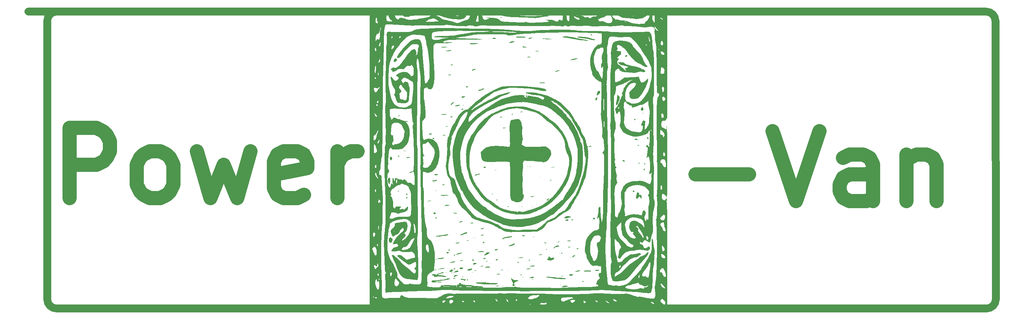
<source format=gbr>
G04 #@! TF.GenerationSoftware,KiCad,Pcbnew,8.0.8*
G04 #@! TF.CreationDate,2025-05-03T21:43:53+02:00*
G04 #@! TF.ProjectId,PowerVan JST revision,506f7765-7256-4616-9e20-4a5354207265,rev?*
G04 #@! TF.SameCoordinates,Original*
G04 #@! TF.FileFunction,Legend,Top*
G04 #@! TF.FilePolarity,Positive*
%FSLAX46Y46*%
G04 Gerber Fmt 4.6, Leading zero omitted, Abs format (unit mm)*
G04 Created by KiCad (PCBNEW 8.0.8) date 2025-05-03 21:43:53*
%MOMM*%
%LPD*%
G01*
G04 APERTURE LIST*
%ADD10C,2.000000*%
%ADD11C,3.600000*%
%ADD12C,0.000000*%
G04 APERTURE END LIST*
D10*
X413544250Y-235744000D02*
X175419250Y-235744000D01*
X415925500Y-233362750D02*
G75*
G02*
X413544250Y-235744000I-2381300J50D01*
G01*
X173038000Y-161925250D02*
G75*
G02*
X175419250Y-159544000I2381300J-50D01*
G01*
X413447952Y-159544000D02*
X168179202Y-159544000D01*
X413447952Y-159544000D02*
G75*
G02*
X415829300Y-161925250I48J-2381300D01*
G01*
X415829202Y-161925250D02*
X415925500Y-233362750D01*
X175419250Y-235744000D02*
G75*
G02*
X173038000Y-233362750I50J2381300D01*
G01*
X173038000Y-161925250D02*
X173038000Y-233362750D01*
D11*
X339030858Y-201308050D02*
X352745144Y-201308050D01*
X358745143Y-190165192D02*
X364745143Y-208165192D01*
X364745143Y-208165192D02*
X370745143Y-190165192D01*
X384459429Y-208165192D02*
X384459429Y-198736621D01*
X384459429Y-198736621D02*
X383602286Y-197022335D01*
X383602286Y-197022335D02*
X381888000Y-196165192D01*
X381888000Y-196165192D02*
X378459429Y-196165192D01*
X378459429Y-196165192D02*
X376745143Y-197022335D01*
X384459429Y-207308050D02*
X382745143Y-208165192D01*
X382745143Y-208165192D02*
X378459429Y-208165192D01*
X378459429Y-208165192D02*
X376745143Y-207308050D01*
X376745143Y-207308050D02*
X375888000Y-205593764D01*
X375888000Y-205593764D02*
X375888000Y-203879478D01*
X375888000Y-203879478D02*
X376745143Y-202165192D01*
X376745143Y-202165192D02*
X378459429Y-201308050D01*
X378459429Y-201308050D02*
X382745143Y-201308050D01*
X382745143Y-201308050D02*
X384459429Y-200450907D01*
X393030857Y-196165192D02*
X393030857Y-208165192D01*
X393030857Y-197879478D02*
X393888000Y-197022335D01*
X393888000Y-197022335D02*
X395602285Y-196165192D01*
X395602285Y-196165192D02*
X398173714Y-196165192D01*
X398173714Y-196165192D02*
X399888000Y-197022335D01*
X399888000Y-197022335D02*
X400745143Y-198736621D01*
X400745143Y-198736621D02*
X400745143Y-208165192D01*
X178741572Y-207371442D02*
X178741572Y-189371442D01*
X178741572Y-189371442D02*
X185598715Y-189371442D01*
X185598715Y-189371442D02*
X187313000Y-190228585D01*
X187313000Y-190228585D02*
X188170143Y-191085728D01*
X188170143Y-191085728D02*
X189027286Y-192800014D01*
X189027286Y-192800014D02*
X189027286Y-195371442D01*
X189027286Y-195371442D02*
X188170143Y-197085728D01*
X188170143Y-197085728D02*
X187313000Y-197942871D01*
X187313000Y-197942871D02*
X185598715Y-198800014D01*
X185598715Y-198800014D02*
X178741572Y-198800014D01*
X199313000Y-207371442D02*
X197598715Y-206514300D01*
X197598715Y-206514300D02*
X196741572Y-205657157D01*
X196741572Y-205657157D02*
X195884429Y-203942871D01*
X195884429Y-203942871D02*
X195884429Y-198800014D01*
X195884429Y-198800014D02*
X196741572Y-197085728D01*
X196741572Y-197085728D02*
X197598715Y-196228585D01*
X197598715Y-196228585D02*
X199313000Y-195371442D01*
X199313000Y-195371442D02*
X201884429Y-195371442D01*
X201884429Y-195371442D02*
X203598715Y-196228585D01*
X203598715Y-196228585D02*
X204455858Y-197085728D01*
X204455858Y-197085728D02*
X205313000Y-198800014D01*
X205313000Y-198800014D02*
X205313000Y-203942871D01*
X205313000Y-203942871D02*
X204455858Y-205657157D01*
X204455858Y-205657157D02*
X203598715Y-206514300D01*
X203598715Y-206514300D02*
X201884429Y-207371442D01*
X201884429Y-207371442D02*
X199313000Y-207371442D01*
X211313000Y-195371442D02*
X214741572Y-207371442D01*
X214741572Y-207371442D02*
X218170143Y-198800014D01*
X218170143Y-198800014D02*
X221598714Y-207371442D01*
X221598714Y-207371442D02*
X225027286Y-195371442D01*
X238741572Y-206514300D02*
X237027286Y-207371442D01*
X237027286Y-207371442D02*
X233598715Y-207371442D01*
X233598715Y-207371442D02*
X231884429Y-206514300D01*
X231884429Y-206514300D02*
X231027286Y-204800014D01*
X231027286Y-204800014D02*
X231027286Y-197942871D01*
X231027286Y-197942871D02*
X231884429Y-196228585D01*
X231884429Y-196228585D02*
X233598715Y-195371442D01*
X233598715Y-195371442D02*
X237027286Y-195371442D01*
X237027286Y-195371442D02*
X238741572Y-196228585D01*
X238741572Y-196228585D02*
X239598715Y-197942871D01*
X239598715Y-197942871D02*
X239598715Y-199657157D01*
X239598715Y-199657157D02*
X231027286Y-201371442D01*
X247313000Y-207371442D02*
X247313000Y-195371442D01*
X247313000Y-198800014D02*
X248170143Y-197085728D01*
X248170143Y-197085728D02*
X249027286Y-196228585D01*
X249027286Y-196228585D02*
X250741571Y-195371442D01*
X250741571Y-195371442D02*
X252455857Y-195371442D01*
D12*
G36*
X264418468Y-201166265D02*
G01*
X264368859Y-201215875D01*
X264319250Y-201166265D01*
X264368859Y-201116656D01*
X264418468Y-201166265D01*
G37*
G36*
X275630187Y-226467046D02*
G01*
X275580578Y-226516656D01*
X275530968Y-226467046D01*
X275580578Y-226417437D01*
X275630187Y-226467046D01*
G37*
G36*
X278011437Y-229642046D02*
G01*
X277961828Y-229691656D01*
X277912218Y-229642046D01*
X277961828Y-229592437D01*
X278011437Y-229642046D01*
G37*
G36*
X282873156Y-228451421D02*
G01*
X282823546Y-228501031D01*
X282773937Y-228451421D01*
X282823546Y-228401812D01*
X282873156Y-228451421D01*
G37*
G36*
X284262218Y-228749078D02*
G01*
X284212609Y-228798687D01*
X284163000Y-228749078D01*
X284212609Y-228699468D01*
X284262218Y-228749078D01*
G37*
G36*
X286841906Y-230038921D02*
G01*
X286792296Y-230088531D01*
X286742687Y-230038921D01*
X286792296Y-229989312D01*
X286841906Y-230038921D01*
G37*
G36*
X287734875Y-200174078D02*
G01*
X287685265Y-200223687D01*
X287635656Y-200174078D01*
X287685265Y-200124468D01*
X287734875Y-200174078D01*
G37*
G36*
X288230968Y-200074859D02*
G01*
X288181359Y-200124468D01*
X288131750Y-200074859D01*
X288181359Y-200025250D01*
X288230968Y-200074859D01*
G37*
G36*
X294084875Y-228848296D02*
G01*
X294035265Y-228897906D01*
X293985656Y-228848296D01*
X294035265Y-228798687D01*
X294084875Y-228848296D01*
G37*
G36*
X301228625Y-220712359D02*
G01*
X301179015Y-220761968D01*
X301129406Y-220712359D01*
X301179015Y-220662750D01*
X301228625Y-220712359D01*
G37*
G36*
X304304406Y-221605328D02*
G01*
X304254796Y-221654937D01*
X304205187Y-221605328D01*
X304254796Y-221555718D01*
X304304406Y-221605328D01*
G37*
G36*
X325537218Y-210095953D02*
G01*
X325487609Y-210145562D01*
X325438000Y-210095953D01*
X325487609Y-210046343D01*
X325537218Y-210095953D01*
G37*
G36*
X265681440Y-231913742D02*
G01*
X265651849Y-231958838D01*
X265551216Y-231965854D01*
X265445346Y-231941623D01*
X265491271Y-231905909D01*
X265646338Y-231894081D01*
X265681440Y-231913742D01*
G37*
G36*
X273414302Y-179718479D02*
G01*
X273400682Y-179777464D01*
X273348156Y-179784625D01*
X273266487Y-179748322D01*
X273282010Y-179718479D01*
X273399759Y-179706604D01*
X273414302Y-179718479D01*
G37*
G36*
X275299458Y-226450510D02*
G01*
X275285838Y-226509495D01*
X275233312Y-226516656D01*
X275151644Y-226480353D01*
X275167166Y-226450510D01*
X275284916Y-226438635D01*
X275299458Y-226450510D01*
G37*
G36*
X281252583Y-228335666D02*
G01*
X281238963Y-228394652D01*
X281186437Y-228401812D01*
X281104769Y-228365509D01*
X281120291Y-228335666D01*
X281238041Y-228323792D01*
X281252583Y-228335666D01*
G37*
G36*
X282302648Y-217620476D02*
G01*
X282315112Y-217656690D01*
X282178625Y-217670521D01*
X282037771Y-217654929D01*
X282054601Y-217620476D01*
X282257736Y-217607372D01*
X282302648Y-217620476D01*
G37*
G36*
X282740864Y-217520822D02*
G01*
X282727244Y-217579808D01*
X282674718Y-217586968D01*
X282593050Y-217550666D01*
X282608572Y-217520822D01*
X282726322Y-217508948D01*
X282740864Y-217520822D01*
G37*
G36*
X286511177Y-224168479D02*
G01*
X286497557Y-224227464D01*
X286445031Y-224234625D01*
X286363362Y-224198322D01*
X286378885Y-224168479D01*
X286496634Y-224156604D01*
X286511177Y-224168479D01*
G37*
G36*
X287007270Y-198669260D02*
G01*
X286993651Y-198728245D01*
X286941125Y-198735406D01*
X286859456Y-198699103D01*
X286874979Y-198669260D01*
X286992728Y-198657385D01*
X287007270Y-198669260D01*
G37*
G36*
X287999458Y-200157541D02*
G01*
X287985838Y-200216527D01*
X287933312Y-200223687D01*
X287851644Y-200187384D01*
X287867166Y-200157541D01*
X287984916Y-200145667D01*
X287999458Y-200157541D01*
G37*
G36*
X289190083Y-225855197D02*
G01*
X289176463Y-225914183D01*
X289123937Y-225921343D01*
X289042269Y-225885041D01*
X289057791Y-225855197D01*
X289175541Y-225843323D01*
X289190083Y-225855197D01*
G37*
G36*
X289289302Y-230022385D02*
G01*
X289301176Y-230140134D01*
X289289302Y-230154677D01*
X289230316Y-230141057D01*
X289223156Y-230088531D01*
X289259458Y-230006862D01*
X289289302Y-230022385D01*
G37*
G36*
X289586958Y-229923166D02*
G01*
X289573338Y-229982152D01*
X289520812Y-229989312D01*
X289439144Y-229953009D01*
X289454666Y-229923166D01*
X289572416Y-229911292D01*
X289586958Y-229923166D01*
G37*
G36*
X290287690Y-201850461D02*
G01*
X290258099Y-201895557D01*
X290157466Y-201902573D01*
X290051596Y-201878341D01*
X290097521Y-201842628D01*
X290252588Y-201830800D01*
X290287690Y-201850461D01*
G37*
G36*
X290982222Y-226059836D02*
G01*
X290952631Y-226104932D01*
X290851997Y-226111948D01*
X290746127Y-226087716D01*
X290792052Y-226052003D01*
X290947119Y-226040175D01*
X290982222Y-226059836D01*
G37*
G36*
X292960395Y-226053635D02*
G01*
X292946776Y-226112620D01*
X292894250Y-226119781D01*
X292812581Y-226083478D01*
X292828104Y-226053635D01*
X292945853Y-226041760D01*
X292960395Y-226053635D01*
G37*
G36*
X294051802Y-209682541D02*
G01*
X294038182Y-209741527D01*
X293985656Y-209748687D01*
X293903987Y-209712384D01*
X293919510Y-209682541D01*
X294037259Y-209670667D01*
X294051802Y-209682541D01*
G37*
G36*
X294704992Y-209583758D02*
G01*
X294717456Y-209619972D01*
X294580968Y-209633802D01*
X294440114Y-209618210D01*
X294456945Y-209583758D01*
X294660080Y-209570653D01*
X294704992Y-209583758D01*
G37*
G36*
X294944770Y-227641135D02*
G01*
X294931151Y-227700120D01*
X294878625Y-227707281D01*
X294796956Y-227670978D01*
X294812479Y-227641135D01*
X294930228Y-227629260D01*
X294944770Y-227641135D01*
G37*
G36*
X296135395Y-199264572D02*
G01*
X296121776Y-199323558D01*
X296069250Y-199330718D01*
X295987581Y-199294416D01*
X296003104Y-199264572D01*
X296120853Y-199252698D01*
X296135395Y-199264572D01*
G37*
G36*
X297431440Y-209589524D02*
G01*
X297401849Y-209634620D01*
X297301216Y-209641635D01*
X297195346Y-209617404D01*
X297241271Y-209581691D01*
X297396338Y-209569862D01*
X297431440Y-209589524D01*
G37*
G36*
X297524458Y-166224729D02*
G01*
X297510838Y-166283714D01*
X297458312Y-166290875D01*
X297376644Y-166254572D01*
X297392166Y-166224729D01*
X297509916Y-166212854D01*
X297524458Y-166224729D01*
G37*
G36*
X299211177Y-176444260D02*
G01*
X299197557Y-176503245D01*
X299145031Y-176510406D01*
X299063362Y-176474103D01*
X299078885Y-176444260D01*
X299196634Y-176432385D01*
X299211177Y-176444260D01*
G37*
G36*
X304575190Y-229631711D02*
G01*
X304545599Y-229676807D01*
X304444966Y-229683823D01*
X304339096Y-229659591D01*
X304385021Y-229623878D01*
X304540088Y-229612050D01*
X304575190Y-229631711D01*
G37*
G36*
X306751802Y-211270041D02*
G01*
X306763676Y-211387791D01*
X306751802Y-211402333D01*
X306692816Y-211388713D01*
X306685656Y-211336187D01*
X306721958Y-211254519D01*
X306751802Y-211270041D01*
G37*
G36*
X307148677Y-222680197D02*
G01*
X307135057Y-222739183D01*
X307082531Y-222746343D01*
X307000862Y-222710041D01*
X307016385Y-222680197D01*
X307134134Y-222668323D01*
X307148677Y-222680197D01*
G37*
G36*
X309232270Y-208293479D02*
G01*
X309244145Y-208411228D01*
X309232270Y-208425770D01*
X309173285Y-208412151D01*
X309166125Y-208359625D01*
X309202427Y-208277956D01*
X309232270Y-208293479D01*
G37*
G36*
X326496333Y-235578635D02*
G01*
X326508207Y-235696384D01*
X326496333Y-235710927D01*
X326437347Y-235697307D01*
X326430187Y-235644781D01*
X326466490Y-235563112D01*
X326496333Y-235578635D01*
G37*
G36*
X263088014Y-205507816D02*
G01*
X263061279Y-205597661D01*
X262982194Y-205678728D01*
X262857438Y-205742713D01*
X262830968Y-205698723D01*
X262892964Y-205568739D01*
X263016143Y-205492303D01*
X263088014Y-205507816D01*
G37*
G36*
X276638660Y-186451249D02*
G01*
X276870421Y-186486252D01*
X276653201Y-186608363D01*
X276454905Y-186676015D01*
X276370414Y-186624385D01*
X276346929Y-186486855D01*
X276495873Y-186439197D01*
X276638660Y-186451249D01*
G37*
G36*
X324622653Y-198288543D02*
G01*
X324720731Y-198419146D01*
X324677548Y-198520357D01*
X324602908Y-198536968D01*
X324466230Y-198457082D01*
X324445812Y-198379872D01*
X324503648Y-198271218D01*
X324622653Y-198288543D01*
G37*
G36*
X263253680Y-196584089D02*
G01*
X263277453Y-196651812D01*
X263137508Y-196735162D01*
X263023550Y-196751031D01*
X262865530Y-196708352D01*
X262830968Y-196651812D01*
X262916053Y-196577859D01*
X263084871Y-196552593D01*
X263253680Y-196584089D01*
G37*
G36*
X264840148Y-195291946D02*
G01*
X264887166Y-195316483D01*
X264762509Y-195332050D01*
X264616906Y-195334945D01*
X264402311Y-195327204D01*
X264343401Y-195307416D01*
X264393664Y-195291946D01*
X264682785Y-195275531D01*
X264840148Y-195291946D01*
G37*
G36*
X265190240Y-206261783D02*
G01*
X265212218Y-206424859D01*
X265168772Y-206621375D01*
X265067006Y-206671298D01*
X264969705Y-206582641D01*
X264952427Y-206423444D01*
X265018830Y-206252487D01*
X265123615Y-206176812D01*
X265190240Y-206261783D01*
G37*
G36*
X265274606Y-207231038D02*
G01*
X265311437Y-207317828D01*
X265237732Y-207442760D01*
X265081026Y-207459179D01*
X264980708Y-207400510D01*
X264917141Y-207258916D01*
X265029075Y-207176724D01*
X265113000Y-207169000D01*
X265274606Y-207231038D01*
G37*
G36*
X272619518Y-205443847D02*
G01*
X272604015Y-205482281D01*
X272514856Y-205576934D01*
X272498941Y-205581500D01*
X272456325Y-205504735D01*
X272455187Y-205482281D01*
X272531462Y-205386875D01*
X272560261Y-205383062D01*
X272619518Y-205443847D01*
G37*
G36*
X272736394Y-223065227D02*
G01*
X272752843Y-223082994D01*
X272675258Y-223146970D01*
X272604015Y-223179098D01*
X272476255Y-223181161D01*
X272455187Y-223140104D01*
X272535597Y-223054826D01*
X272604015Y-223044000D01*
X272736394Y-223065227D01*
G37*
G36*
X276689102Y-226579017D02*
G01*
X276702576Y-226608433D01*
X276654681Y-226698905D01*
X276572765Y-226715093D01*
X276449280Y-226664750D01*
X276442954Y-226608433D01*
X276545386Y-226505924D01*
X276572765Y-226501773D01*
X276689102Y-226579017D01*
G37*
G36*
X276806818Y-173098005D02*
G01*
X276831338Y-173189058D01*
X276741976Y-173267590D01*
X276551045Y-173312847D01*
X276364665Y-173323957D01*
X276356181Y-173282382D01*
X276469534Y-173187487D01*
X276676225Y-173074583D01*
X276806818Y-173098005D01*
G37*
G36*
X277078193Y-226465537D02*
G01*
X277068859Y-226516656D01*
X276942012Y-226612090D01*
X276914175Y-226615875D01*
X276823484Y-226540196D01*
X276820812Y-226516656D01*
X276901572Y-226429580D01*
X276975496Y-226417437D01*
X277078193Y-226465537D01*
G37*
G36*
X277399334Y-222006169D02*
G01*
X277416125Y-222051812D01*
X277335762Y-222139837D01*
X277267296Y-222151031D01*
X277135259Y-222097455D01*
X277118468Y-222051812D01*
X277198831Y-221963787D01*
X277267296Y-221952593D01*
X277399334Y-222006169D01*
G37*
G36*
X279510450Y-227531073D02*
G01*
X279514601Y-227558453D01*
X279437357Y-227674790D01*
X279407941Y-227688264D01*
X279317469Y-227640369D01*
X279301281Y-227558453D01*
X279351624Y-227434968D01*
X279407941Y-227428641D01*
X279510450Y-227531073D01*
G37*
G36*
X279564831Y-228859472D02*
G01*
X279549328Y-228897906D01*
X279460169Y-228992559D01*
X279444253Y-228997125D01*
X279401637Y-228920360D01*
X279400500Y-228897906D01*
X279476774Y-228802500D01*
X279505574Y-228798687D01*
X279564831Y-228859472D01*
G37*
G36*
X279681706Y-183576165D02*
G01*
X279698156Y-183593931D01*
X279620571Y-183657908D01*
X279549328Y-183690036D01*
X279421568Y-183692098D01*
X279400500Y-183651042D01*
X279480910Y-183565764D01*
X279549328Y-183554937D01*
X279681706Y-183576165D01*
G37*
G36*
X280697548Y-228211989D02*
G01*
X280702589Y-228219792D01*
X280783083Y-228413920D01*
X280703516Y-228496711D01*
X280650023Y-228501031D01*
X280552885Y-228428311D01*
X280564569Y-228294206D01*
X280623364Y-228161271D01*
X280697548Y-228211989D01*
G37*
G36*
X280854219Y-218224959D02*
G01*
X280888781Y-218281500D01*
X280803696Y-218355452D01*
X280634878Y-218380718D01*
X280466069Y-218349223D01*
X280442296Y-218281500D01*
X280582241Y-218198149D01*
X280696199Y-218182281D01*
X280854219Y-218224959D01*
G37*
G36*
X281979049Y-226394983D02*
G01*
X281980187Y-226417437D01*
X281903912Y-226512843D01*
X281875113Y-226516656D01*
X281815856Y-226455871D01*
X281831359Y-226417437D01*
X281920518Y-226322784D01*
X281936433Y-226318218D01*
X281979049Y-226394983D01*
G37*
G36*
X282819896Y-225960488D02*
G01*
X282823546Y-226020562D01*
X282684006Y-226103066D01*
X282563788Y-226119781D01*
X282430322Y-226080636D01*
X282426671Y-226020562D01*
X282566212Y-225938058D01*
X282686429Y-225921343D01*
X282819896Y-225960488D01*
G37*
G36*
X285281099Y-159578137D02*
G01*
X285284397Y-159610709D01*
X285129074Y-159624012D01*
X285105578Y-159623876D01*
X284951694Y-159609569D01*
X284966383Y-159579370D01*
X284983443Y-159574461D01*
X285199572Y-159559935D01*
X285281099Y-159578137D01*
G37*
G36*
X285736144Y-223576239D02*
G01*
X285750500Y-223639312D01*
X285665076Y-223709069D01*
X285477648Y-223731557D01*
X285301163Y-223719498D01*
X285307396Y-223684318D01*
X285403234Y-223639312D01*
X285635064Y-223556854D01*
X285736144Y-223576239D01*
G37*
G36*
X288313477Y-207812248D02*
G01*
X288330187Y-207852915D01*
X288251228Y-207961380D01*
X288181359Y-207998630D01*
X288053357Y-207983385D01*
X288032531Y-207910026D01*
X288112021Y-207781201D01*
X288181359Y-207764312D01*
X288313477Y-207812248D01*
G37*
G36*
X289450999Y-161021999D02*
G01*
X289477627Y-161100092D01*
X289331989Y-161128065D01*
X289267804Y-161128482D01*
X289079673Y-161117671D01*
X289069042Y-161077263D01*
X289158304Y-161018982D01*
X289352579Y-160965188D01*
X289450999Y-161021999D01*
G37*
G36*
X289671508Y-225825187D02*
G01*
X289672318Y-225826458D01*
X289639656Y-225901223D01*
X289526668Y-225921343D01*
X289362014Y-225905363D01*
X289322375Y-225882349D01*
X289400649Y-225807257D01*
X289556508Y-225781897D01*
X289671508Y-225825187D01*
G37*
G36*
X291192793Y-209506506D02*
G01*
X291207531Y-209550250D01*
X291124180Y-209630084D01*
X291003238Y-209649468D01*
X290866046Y-209611273D01*
X290860265Y-209550250D01*
X291003822Y-209458956D01*
X291064558Y-209451031D01*
X291192793Y-209506506D01*
G37*
G36*
X292328343Y-185826687D02*
G01*
X292354971Y-185904780D01*
X292209333Y-185932753D01*
X292145148Y-185933170D01*
X291957017Y-185922359D01*
X291946386Y-185881950D01*
X292035648Y-185823670D01*
X292229923Y-185769875D01*
X292328343Y-185826687D01*
G37*
G36*
X294557924Y-226950381D02*
G01*
X294559368Y-227028078D01*
X294434140Y-227159797D01*
X294338077Y-227195858D01*
X294207138Y-227174337D01*
X294205693Y-227096639D01*
X294330921Y-226964921D01*
X294426984Y-226928860D01*
X294557924Y-226950381D01*
G37*
G36*
X294655382Y-186959199D02*
G01*
X294686262Y-186987958D01*
X294549068Y-187003615D01*
X294481750Y-187004574D01*
X294301239Y-186994230D01*
X294279965Y-186968475D01*
X294308117Y-186959199D01*
X294559758Y-186943769D01*
X294655382Y-186959199D01*
G37*
G36*
X295969171Y-181119363D02*
G01*
X296013380Y-181241408D01*
X295957021Y-181338191D01*
X295788459Y-181464752D01*
X295639302Y-181405197D01*
X295571351Y-181239604D01*
X295648573Y-181104172D01*
X295755057Y-181074468D01*
X295969171Y-181119363D01*
G37*
G36*
X296646188Y-223323469D02*
G01*
X296664562Y-223362770D01*
X296579366Y-223421016D01*
X296410660Y-223440875D01*
X296243187Y-223411094D01*
X296214176Y-223347969D01*
X296335367Y-223282501D01*
X296513097Y-223275442D01*
X296646188Y-223323469D01*
G37*
G36*
X296889693Y-199265637D02*
G01*
X296892991Y-199298209D01*
X296737668Y-199311512D01*
X296714171Y-199311376D01*
X296560288Y-199297069D01*
X296574977Y-199266870D01*
X296592036Y-199261961D01*
X296808165Y-199247435D01*
X296889693Y-199265637D01*
G37*
G36*
X297425821Y-228265735D02*
G01*
X297439295Y-228295152D01*
X297391400Y-228385623D01*
X297309484Y-228401812D01*
X297185999Y-228351468D01*
X297179673Y-228295152D01*
X297282104Y-228192643D01*
X297309484Y-228188492D01*
X297425821Y-228265735D01*
G37*
G36*
X297722254Y-217350444D02*
G01*
X297706359Y-217388531D01*
X297574922Y-217484045D01*
X297545820Y-217487750D01*
X297492027Y-217426618D01*
X297507921Y-217388531D01*
X297639358Y-217293016D01*
X297668461Y-217289312D01*
X297722254Y-217350444D01*
G37*
G36*
X299469380Y-201845325D02*
G01*
X299472678Y-201877897D01*
X299317356Y-201891199D01*
X299293859Y-201891063D01*
X299139975Y-201876756D01*
X299154664Y-201846558D01*
X299171724Y-201841648D01*
X299387853Y-201827123D01*
X299469380Y-201845325D01*
G37*
G36*
X301013396Y-220517887D02*
G01*
X301030187Y-220563531D01*
X300949824Y-220651556D01*
X300881359Y-220662750D01*
X300749322Y-220609174D01*
X300732531Y-220563531D01*
X300812894Y-220475506D01*
X300881359Y-220464312D01*
X301013396Y-220517887D01*
G37*
G36*
X301997570Y-216923262D02*
G01*
X302028449Y-216952020D01*
X301891255Y-216967677D01*
X301823937Y-216968637D01*
X301643427Y-216958292D01*
X301622153Y-216932538D01*
X301650304Y-216923262D01*
X301901946Y-216907831D01*
X301997570Y-216923262D01*
G37*
G36*
X304923316Y-221487360D02*
G01*
X304949328Y-221555718D01*
X304805355Y-221648015D01*
X304750890Y-221654937D01*
X304584462Y-221592034D01*
X304552453Y-221555718D01*
X304588039Y-221482572D01*
X304750890Y-221456500D01*
X304923316Y-221487360D01*
G37*
G36*
X305042828Y-227418878D02*
G01*
X304934285Y-227486913D01*
X304784681Y-227511547D01*
X304701802Y-227476392D01*
X304701281Y-227470806D01*
X304783094Y-227418693D01*
X304899855Y-227380840D01*
X305034136Y-227374306D01*
X305042828Y-227418878D01*
G37*
G36*
X310409040Y-228679423D02*
G01*
X310455968Y-228762836D01*
X310370117Y-228867297D01*
X310207921Y-228897906D01*
X310021400Y-228867878D01*
X309959875Y-228810254D01*
X310044600Y-228728224D01*
X310207921Y-228675184D01*
X310409040Y-228679423D01*
G37*
G36*
X323353546Y-205527175D02*
G01*
X323397755Y-205649221D01*
X323341396Y-205746003D01*
X323166357Y-205868106D01*
X323017276Y-205839537D01*
X322957531Y-205680718D01*
X323028639Y-205513408D01*
X323139432Y-205482281D01*
X323353546Y-205527175D01*
G37*
G36*
X323640749Y-187105690D02*
G01*
X323634532Y-187193004D01*
X323541152Y-187360685D01*
X323397617Y-187396808D01*
X323301177Y-187319394D01*
X323307680Y-187176261D01*
X323366499Y-187117238D01*
X323563161Y-187033994D01*
X323640749Y-187105690D01*
G37*
G36*
X325721378Y-185512195D02*
G01*
X325735656Y-185583066D01*
X325683854Y-185718818D01*
X325636437Y-185737750D01*
X325540058Y-185666537D01*
X325537218Y-185644386D01*
X325609340Y-185510011D01*
X325636437Y-185489703D01*
X325721378Y-185512195D01*
G37*
G36*
X326042095Y-198512618D02*
G01*
X326133437Y-198587670D01*
X326196200Y-198700894D01*
X326092144Y-198734632D01*
X326045461Y-198735406D01*
X325877713Y-198698318D01*
X325834875Y-198642043D01*
X325899474Y-198508256D01*
X326042095Y-198512618D01*
G37*
G36*
X263188308Y-186213691D02*
G01*
X263292366Y-186294768D01*
X263217941Y-186353601D01*
X263204901Y-186358709D01*
X263000076Y-186363355D01*
X262935401Y-186336285D01*
X262868306Y-186244314D01*
X262938984Y-186181082D01*
X263086772Y-186175995D01*
X263188308Y-186213691D01*
G37*
G36*
X272763415Y-212384518D02*
G01*
X272810973Y-212503794D01*
X272798215Y-212533668D01*
X272675203Y-212607510D01*
X272500026Y-212621812D01*
X272371895Y-212575732D01*
X272355968Y-212537427D01*
X272437344Y-212428722D01*
X272610237Y-212365335D01*
X272763415Y-212384518D01*
G37*
G36*
X272792930Y-225734397D02*
G01*
X272818977Y-225769572D01*
X272648765Y-225829485D01*
X272529601Y-225859666D01*
X272325311Y-225877876D01*
X272256750Y-225824015D01*
X272343322Y-225754496D01*
X272553465Y-225723062D01*
X272570942Y-225722906D01*
X272792930Y-225734397D01*
G37*
G36*
X277464702Y-225397855D02*
G01*
X277416125Y-225524468D01*
X277293076Y-225676072D01*
X277173412Y-225724782D01*
X277118486Y-225646059D01*
X277118468Y-225643531D01*
X277190532Y-225499272D01*
X277340699Y-225363528D01*
X277439459Y-225326031D01*
X277464702Y-225397855D01*
G37*
G36*
X280738861Y-178733124D02*
G01*
X280765254Y-178817242D01*
X280642105Y-178930401D01*
X280439484Y-178979031D01*
X280272673Y-178936657D01*
X280267278Y-178931611D01*
X280234913Y-178810991D01*
X280360992Y-178720989D01*
X280555639Y-178693218D01*
X280738861Y-178733124D01*
G37*
G36*
X282189657Y-223198915D02*
G01*
X282328777Y-223282042D01*
X282349497Y-223374880D01*
X282220318Y-223498209D01*
X282007214Y-223500808D01*
X281881798Y-223444882D01*
X281790144Y-223333263D01*
X281847005Y-223236712D01*
X282001384Y-223176194D01*
X282189657Y-223198915D01*
G37*
G36*
X284543499Y-224818913D02*
G01*
X284535686Y-224854742D01*
X284417598Y-224953638D01*
X284204957Y-225010684D01*
X284011092Y-225025532D01*
X283994035Y-224988840D01*
X284113390Y-224889816D01*
X284326330Y-224766371D01*
X284486572Y-224741336D01*
X284543499Y-224818913D01*
G37*
G36*
X284973831Y-218639322D02*
G01*
X285008192Y-218737145D01*
X284903207Y-218842348D01*
X284689253Y-218963154D01*
X284555410Y-218934975D01*
X284513342Y-218881790D01*
X284537222Y-218773267D01*
X284677839Y-218671827D01*
X284856488Y-218618912D01*
X284973831Y-218639322D01*
G37*
G36*
X294700629Y-185163049D02*
G01*
X294779406Y-185241656D01*
X294691868Y-185303769D01*
X294474778Y-185333520D01*
X294407335Y-185333901D01*
X294186649Y-185321559D01*
X294145437Y-185289768D01*
X294233703Y-185241656D01*
X294498878Y-185162482D01*
X294700629Y-185163049D01*
G37*
G36*
X302156570Y-202786036D02*
G01*
X302267009Y-202851118D01*
X302226530Y-202882256D01*
X302012822Y-202892419D01*
X301972765Y-202892861D01*
X301736162Y-202887171D01*
X301673735Y-202856247D01*
X301759695Y-202789734D01*
X302008800Y-202737226D01*
X302156570Y-202786036D01*
G37*
G36*
X303064171Y-199453415D02*
G01*
X302766515Y-199529156D01*
X302436878Y-199587210D01*
X302171203Y-199606745D01*
X301974687Y-199604401D01*
X301966000Y-199582675D01*
X302121593Y-199529156D01*
X302399441Y-199473510D01*
X302716906Y-199451566D01*
X303064171Y-199453415D01*
G37*
G36*
X304254796Y-218598936D02*
G01*
X304006750Y-218678375D01*
X303759306Y-218743070D01*
X303609875Y-218766184D01*
X303511120Y-218759472D01*
X303584578Y-218694878D01*
X303609875Y-218678375D01*
X303823687Y-218605678D01*
X304006750Y-218590565D01*
X304254796Y-218598936D01*
G37*
G36*
X307657642Y-212870413D02*
G01*
X307643927Y-212967268D01*
X307575751Y-213026781D01*
X307375429Y-213115032D01*
X307252789Y-213055015D01*
X307235774Y-213030049D01*
X307266944Y-212940670D01*
X307408464Y-212866370D01*
X307573058Y-212840174D01*
X307657642Y-212870413D01*
G37*
G36*
X309045990Y-220307717D02*
G01*
X309066906Y-220365093D01*
X308980293Y-220430707D01*
X308769281Y-220457582D01*
X308744445Y-220457338D01*
X308545854Y-220445081D01*
X308527198Y-220411946D01*
X308620421Y-220365093D01*
X308894917Y-220280426D01*
X309045990Y-220307717D01*
G37*
G36*
X312364416Y-165369967D02*
G01*
X312501652Y-165518501D01*
X312539562Y-165616187D01*
X312486232Y-165697239D01*
X312367144Y-165650449D01*
X312243650Y-165500357D01*
X312241906Y-165497125D01*
X312190284Y-165344625D01*
X312218571Y-165298687D01*
X312364416Y-165369967D01*
G37*
G36*
X324615797Y-193812162D02*
G01*
X324646464Y-193886878D01*
X324540990Y-193949970D01*
X324321789Y-194010448D01*
X324119505Y-194028810D01*
X324048937Y-193976686D01*
X324132300Y-193884826D01*
X324319388Y-193811216D01*
X324515702Y-193783284D01*
X324615797Y-193812162D01*
G37*
G36*
X326015519Y-199904813D02*
G01*
X326028818Y-200072127D01*
X325981772Y-200228721D01*
X325944490Y-200266871D01*
X325837368Y-200244788D01*
X325810277Y-200198312D01*
X325797106Y-200001958D01*
X325873964Y-199853616D01*
X325942361Y-199826812D01*
X326015519Y-199904813D01*
G37*
G36*
X326827062Y-191813119D02*
G01*
X326987555Y-191974066D01*
X327017983Y-192132042D01*
X326929099Y-192228996D01*
X326752648Y-192214920D01*
X326657050Y-192092869D01*
X326628625Y-191929812D01*
X326647442Y-191763141D01*
X326739463Y-191762536D01*
X326827062Y-191813119D01*
G37*
G36*
X272155736Y-192071489D02*
G01*
X272157531Y-192087750D01*
X272070808Y-192154864D01*
X271859565Y-192185279D01*
X271835070Y-192185449D01*
X271635021Y-192171398D01*
X271613412Y-192124979D01*
X271661437Y-192087750D01*
X271866778Y-192005708D01*
X272057810Y-192000288D01*
X272155736Y-192071489D01*
G37*
G36*
X274654731Y-203924851D02*
G01*
X274836437Y-203994000D01*
X274879587Y-204055390D01*
X274753597Y-204085733D01*
X274563585Y-204091699D01*
X274306067Y-204071839D01*
X274156862Y-204020095D01*
X274141906Y-203994000D01*
X274225011Y-203922115D01*
X274422077Y-203899065D01*
X274654731Y-203924851D01*
G37*
G36*
X275611192Y-188932134D02*
G01*
X275558046Y-188994022D01*
X275530968Y-189011968D01*
X275316930Y-189085840D01*
X275134093Y-189102694D01*
X274968738Y-189091875D01*
X274989099Y-189055467D01*
X275084484Y-189011968D01*
X275345788Y-188937188D01*
X275481359Y-188921242D01*
X275611192Y-188932134D01*
G37*
G36*
X275671399Y-221296698D02*
G01*
X275883140Y-221381819D01*
X275911475Y-221467938D01*
X275770103Y-221533111D01*
X275509707Y-221555718D01*
X275255587Y-221549032D01*
X275167661Y-221515467D01*
X275213793Y-221434761D01*
X275253263Y-221394026D01*
X275492709Y-221279464D01*
X275671399Y-221296698D01*
G37*
G36*
X276057722Y-220664269D02*
G01*
X276254672Y-220678406D01*
X276273239Y-220725331D01*
X276225500Y-220761968D01*
X276044771Y-220833832D01*
X275846838Y-220857339D01*
X275702241Y-220832489D01*
X275679796Y-220761968D01*
X275812742Y-220693220D01*
X276049136Y-220664264D01*
X276057722Y-220664269D01*
G37*
G36*
X276281471Y-175737310D02*
G01*
X276380053Y-175793253D01*
X276374328Y-175815875D01*
X276239913Y-175887932D01*
X276027062Y-175915093D01*
X275800119Y-175883906D01*
X275679796Y-175815875D01*
X275724755Y-175750995D01*
X275935146Y-175718660D01*
X276027062Y-175716656D01*
X276281471Y-175737310D01*
G37*
G36*
X277293802Y-227907068D02*
G01*
X277440929Y-227912692D01*
X277595505Y-227924348D01*
X277559573Y-227963170D01*
X277465734Y-228004937D01*
X277206751Y-228086899D01*
X277055886Y-228074864D01*
X277038266Y-227997496D01*
X277123397Y-227900708D01*
X277145753Y-227898277D01*
X277293802Y-227907068D01*
G37*
G36*
X279469774Y-223362545D02*
G01*
X279532223Y-223385795D01*
X279432171Y-223430533D01*
X279400500Y-223440875D01*
X279071450Y-223519302D01*
X278863340Y-223511864D01*
X278805187Y-223440875D01*
X278893429Y-223382384D01*
X279115384Y-223352473D01*
X279226867Y-223351546D01*
X279469774Y-223362545D01*
G37*
G36*
X279563884Y-184478998D02*
G01*
X279572739Y-184599402D01*
X279553407Y-184639742D01*
X279425913Y-184717736D01*
X279231952Y-184743230D01*
X279061892Y-184714827D01*
X279003625Y-184648234D01*
X279086764Y-184559092D01*
X279272855Y-184484627D01*
X279466907Y-184453532D01*
X279563884Y-184478998D01*
G37*
G36*
X282922765Y-174229391D02*
G01*
X282525890Y-174473833D01*
X282201899Y-174642960D01*
X281948929Y-174717261D01*
X281803166Y-174689101D01*
X281781750Y-174630876D01*
X281869551Y-174480470D01*
X282089505Y-174342241D01*
X282376433Y-174249312D01*
X282572772Y-174228883D01*
X282922765Y-174229391D01*
G37*
G36*
X285264137Y-199352295D02*
G01*
X285338431Y-199466725D01*
X285334956Y-199503212D01*
X285222848Y-199668454D01*
X285017835Y-199696719D01*
X284857531Y-199628250D01*
X284758605Y-199533850D01*
X284837129Y-199445064D01*
X284857531Y-199431456D01*
X285084143Y-199337578D01*
X285264137Y-199352295D01*
G37*
G36*
X287412414Y-206402191D02*
G01*
X287499680Y-206419937D01*
X287409226Y-206433442D01*
X287161755Y-206440540D01*
X287040343Y-206441110D01*
X286742224Y-206436801D01*
X286593787Y-206425318D01*
X286615738Y-206408825D01*
X286668273Y-206402191D01*
X287040833Y-206386136D01*
X287412414Y-206402191D01*
G37*
G36*
X288244781Y-220660492D02*
G01*
X287987011Y-220816948D01*
X287748368Y-220856753D01*
X287590799Y-220769653D01*
X287590284Y-220768824D01*
X287572166Y-220679390D01*
X287671325Y-220612798D01*
X287920874Y-220552613D01*
X288082140Y-220524696D01*
X288479015Y-220459798D01*
X288244781Y-220660492D01*
G37*
G36*
X288469467Y-223229305D02*
G01*
X288479015Y-223242437D01*
X288433186Y-223306248D01*
X288220146Y-223338039D01*
X288112800Y-223340136D01*
X287859836Y-223327481D01*
X287787552Y-223288101D01*
X287834093Y-223242437D01*
X288061170Y-223160099D01*
X288304290Y-223155722D01*
X288469467Y-223229305D01*
G37*
G36*
X289353035Y-186538473D02*
G01*
X289549014Y-186550714D01*
X289564882Y-186584044D01*
X289471203Y-186630718D01*
X289233288Y-186704679D01*
X289044930Y-186717321D01*
X288963818Y-186668645D01*
X288975109Y-186630718D01*
X289107899Y-186563563D01*
X289344050Y-186538315D01*
X289353035Y-186538473D01*
G37*
G36*
X290349347Y-189330678D02*
G01*
X290432646Y-189353865D01*
X290353152Y-189396011D01*
X290314562Y-189408843D01*
X289939196Y-189492159D01*
X289714368Y-189454517D01*
X289669640Y-189408843D01*
X289717386Y-189348218D01*
X289937104Y-189320132D01*
X290085464Y-189319515D01*
X290349347Y-189330678D01*
G37*
G36*
X293827888Y-223872460D02*
G01*
X293886437Y-223936968D01*
X293800087Y-224006112D01*
X293591471Y-224036148D01*
X293582925Y-224036187D01*
X293384577Y-224009316D01*
X293338777Y-223940372D01*
X293340734Y-223936968D01*
X293477500Y-223860165D01*
X293644246Y-223837750D01*
X293827888Y-223872460D01*
G37*
G36*
X294991637Y-216944074D02*
G01*
X295374718Y-216985967D01*
X295443287Y-217020808D01*
X295325109Y-217090875D01*
X295044977Y-217168685D01*
X294789719Y-217172492D01*
X294637294Y-217101522D01*
X294634815Y-217097730D01*
X294612812Y-216992946D01*
X294724948Y-216942755D01*
X294991637Y-216944074D01*
G37*
G36*
X295378706Y-168568422D02*
G01*
X295501902Y-168602265D01*
X296019640Y-168754499D01*
X295349914Y-168752068D01*
X295014468Y-168738467D01*
X294774204Y-168705095D01*
X294680224Y-168659118D01*
X294680187Y-168658158D01*
X294764918Y-168535772D01*
X295004875Y-168505376D01*
X295378706Y-168568422D01*
G37*
G36*
X297557531Y-207012000D02*
G01*
X297265718Y-207109730D01*
X297013730Y-207158300D01*
X296845749Y-207154864D01*
X296805960Y-207096577D01*
X296834527Y-207058566D01*
X296993494Y-206985617D01*
X297270476Y-206926698D01*
X297424879Y-206909115D01*
X297904796Y-206870098D01*
X297557531Y-207012000D01*
G37*
G36*
X300582929Y-218811733D02*
G01*
X300764604Y-218919865D01*
X300830975Y-219000835D01*
X300824716Y-219057091D01*
X300764769Y-219050238D01*
X300592013Y-218970133D01*
X300558898Y-218954154D01*
X300389092Y-218845911D01*
X300335656Y-218771766D01*
X300411647Y-218753245D01*
X300582929Y-218811733D01*
G37*
G36*
X306908284Y-218312715D02*
G01*
X307032921Y-218380718D01*
X306982803Y-218440825D01*
X306759163Y-218473726D01*
X306567488Y-218478418D01*
X306268615Y-218466854D01*
X306153103Y-218432013D01*
X306189562Y-218380718D01*
X306398071Y-218308633D01*
X306666443Y-218285965D01*
X306908284Y-218312715D01*
G37*
G36*
X307032202Y-219889676D02*
G01*
X307042264Y-219913542D01*
X306884093Y-219968218D01*
X306611946Y-220034060D01*
X306437609Y-220056028D01*
X306307966Y-220047321D01*
X306361067Y-219986059D01*
X306388000Y-219968218D01*
X306592953Y-219900381D01*
X306834484Y-219880409D01*
X307032202Y-219889676D01*
G37*
G36*
X311955805Y-159572214D02*
G01*
X312021944Y-159658239D01*
X312019280Y-159668023D01*
X311899121Y-159770330D01*
X311686013Y-159825850D01*
X311483538Y-159815231D01*
X311419638Y-159780065D01*
X311351001Y-159643940D01*
X311469803Y-159564607D01*
X311704471Y-159544000D01*
X311955805Y-159572214D01*
G37*
G36*
X271512609Y-208084788D02*
G01*
X271115734Y-208166879D01*
X270792775Y-208220604D01*
X270509048Y-208247096D01*
X270470812Y-208247714D01*
X270305848Y-208239852D01*
X270326623Y-208204249D01*
X270421203Y-208161187D01*
X270642493Y-208109067D01*
X270956435Y-208081677D01*
X271066125Y-208080352D01*
X271512609Y-208084788D01*
G37*
G36*
X274914476Y-191212432D02*
G01*
X274993243Y-191267363D01*
X274985265Y-191294000D01*
X274854318Y-191358799D01*
X274610533Y-191390904D01*
X274557730Y-191391699D01*
X274335047Y-191378263D01*
X274291541Y-191335176D01*
X274340343Y-191294000D01*
X274518796Y-191225751D01*
X274733250Y-191198562D01*
X274914476Y-191212432D01*
G37*
G36*
X275883046Y-209171563D02*
G01*
X275975309Y-209218222D01*
X275897372Y-209281493D01*
X275661284Y-209349517D01*
X275357335Y-209400629D01*
X275032684Y-209426450D01*
X274858373Y-209401513D01*
X274836437Y-209371738D01*
X274931880Y-209245346D01*
X275217867Y-209172723D01*
X275608536Y-209153375D01*
X275883046Y-209171563D01*
G37*
G36*
X277322932Y-211184462D02*
G01*
X277372511Y-211193447D01*
X277756117Y-211274673D01*
X277965462Y-211343265D01*
X277994139Y-211394627D01*
X277835738Y-211424163D01*
X277701125Y-211429117D01*
X277316563Y-211392126D01*
X277111809Y-211278553D01*
X277050327Y-211183007D01*
X277109434Y-211155321D01*
X277322932Y-211184462D01*
G37*
G36*
X284745006Y-216842045D02*
G01*
X284759106Y-216922183D01*
X284742809Y-216941013D01*
X284587363Y-217013411D01*
X284354066Y-217053084D01*
X284134563Y-217051667D01*
X284023447Y-217006665D01*
X284063602Y-216920157D01*
X284264982Y-216845962D01*
X284313697Y-216835931D01*
X284583175Y-216810022D01*
X284745006Y-216842045D01*
G37*
G36*
X284848462Y-215103195D02*
G01*
X284731191Y-215230071D01*
X284701460Y-215253197D01*
X284460547Y-215360484D01*
X284212609Y-215397377D01*
X284045960Y-215391974D01*
X284021583Y-215362158D01*
X284153650Y-215286418D01*
X284345994Y-215194920D01*
X284632226Y-215081744D01*
X284807595Y-215052460D01*
X284848462Y-215103195D01*
G37*
G36*
X285200342Y-222766445D02*
G01*
X285295048Y-222831053D01*
X285269109Y-222931552D01*
X285120803Y-223018759D01*
X284925646Y-223064500D01*
X284759150Y-223040598D01*
X284749175Y-223034734D01*
X284661536Y-222944819D01*
X284751664Y-222851472D01*
X284758312Y-222847081D01*
X284985742Y-222759835D01*
X285200342Y-222766445D01*
G37*
G36*
X287677146Y-166286401D02*
G01*
X287868578Y-166375533D01*
X287933312Y-166480637D01*
X287847972Y-166537711D01*
X287643223Y-166565659D01*
X287395970Y-166564305D01*
X287183116Y-166533474D01*
X287085789Y-166482575D01*
X287119583Y-166378623D01*
X287229505Y-166295838D01*
X287437357Y-166252808D01*
X287677146Y-166286401D01*
G37*
G36*
X288604527Y-229897893D02*
G01*
X288601867Y-229920295D01*
X288486267Y-230008667D01*
X288255421Y-230067280D01*
X288223327Y-230070800D01*
X288002603Y-230072400D01*
X287969817Y-230017495D01*
X287982921Y-230002321D01*
X288139427Y-229908337D01*
X288343055Y-229853262D01*
X288522017Y-229846609D01*
X288604527Y-229897893D01*
G37*
G36*
X288818349Y-226826740D02*
G01*
X288989316Y-226868933D01*
X289024718Y-226913531D01*
X288935248Y-226968699D01*
X288705429Y-227004041D01*
X288503820Y-227011230D01*
X288207560Y-226999607D01*
X288094507Y-226964535D01*
X288131750Y-226913531D01*
X288317074Y-226849039D01*
X288570105Y-226820108D01*
X288818349Y-226826740D01*
G37*
G36*
X296706403Y-171160278D02*
G01*
X296831647Y-171183071D01*
X296759285Y-171220583D01*
X296489433Y-171272423D01*
X296342101Y-171294788D01*
X296021256Y-171320702D01*
X295878038Y-171280672D01*
X295870812Y-171257891D01*
X295961527Y-171195977D01*
X296200733Y-171158813D01*
X296383442Y-171152593D01*
X296706403Y-171160278D01*
G37*
G36*
X299694658Y-221867109D02*
G01*
X299783876Y-221904586D01*
X299740343Y-221952593D01*
X299566613Y-222014870D01*
X299330347Y-222045690D01*
X299096821Y-222045054D01*
X298931312Y-222012961D01*
X298896984Y-221952593D01*
X299024777Y-221894017D01*
X299278310Y-221859212D01*
X299423738Y-221854894D01*
X299694658Y-221867109D01*
G37*
G36*
X307640009Y-226968396D02*
G01*
X307641410Y-227061709D01*
X307477923Y-227215767D01*
X307247340Y-227364709D01*
X307054665Y-227383463D01*
X306809679Y-227288529D01*
X306627631Y-227175472D01*
X306622275Y-227088920D01*
X306801299Y-227020293D01*
X307094113Y-226970969D01*
X307459364Y-226939289D01*
X307640009Y-226968396D01*
G37*
G36*
X312321784Y-194080996D02*
G01*
X312318507Y-194092217D01*
X312196380Y-194200570D01*
X311983511Y-194252400D01*
X311780029Y-194233986D01*
X311699717Y-194177029D01*
X311688782Y-194075733D01*
X311715152Y-194063966D01*
X311864108Y-194043259D01*
X312078112Y-194009644D01*
X312280173Y-194002572D01*
X312321784Y-194080996D01*
G37*
G36*
X313162236Y-212480967D02*
G01*
X313227713Y-212520769D01*
X313318418Y-212620331D01*
X313249418Y-212756278D01*
X313240369Y-212767297D01*
X313046423Y-212908699D01*
X312874636Y-212876144D01*
X312794864Y-212757987D01*
X312801262Y-212578655D01*
X312858662Y-212511459D01*
X313016984Y-212437436D01*
X313162236Y-212480967D01*
G37*
G36*
X321464699Y-170721675D02*
G01*
X321552205Y-170863266D01*
X321549983Y-170929051D01*
X321459032Y-171059710D01*
X321297041Y-171132873D01*
X321142497Y-171130996D01*
X321073886Y-171036535D01*
X321073894Y-171035471D01*
X321125744Y-170837280D01*
X321163099Y-170766065D01*
X321306103Y-170677103D01*
X321464699Y-170721675D01*
G37*
G36*
X324030650Y-192255753D02*
G01*
X324098546Y-192284858D01*
X324495421Y-192456965D01*
X324016763Y-192496900D01*
X323716731Y-192509178D01*
X323498577Y-192495008D01*
X323443910Y-192478621D01*
X323434185Y-192380376D01*
X323525694Y-192266578D01*
X323656229Y-192177941D01*
X323799854Y-192173545D01*
X324030650Y-192255753D01*
G37*
G36*
X271536881Y-190839227D02*
G01*
X271541226Y-190843059D01*
X271538271Y-190936946D01*
X271394694Y-191027374D01*
X271166714Y-191085780D01*
X271047175Y-191094043D01*
X270829668Y-191064941D01*
X270724293Y-191005136D01*
X270773399Y-190939766D01*
X270949897Y-190876467D01*
X271183100Y-190829261D01*
X271402324Y-190812173D01*
X271536881Y-190839227D01*
G37*
G36*
X272275552Y-211097856D02*
G01*
X272425863Y-211214610D01*
X272534726Y-211330320D01*
X272546959Y-211376706D01*
X272428726Y-211430112D01*
X272245189Y-211484331D01*
X272030326Y-211498011D01*
X271921711Y-211381769D01*
X271919571Y-211376305D01*
X271934436Y-211188106D01*
X272074874Y-211057545D01*
X272157531Y-211043206D01*
X272275552Y-211097856D01*
G37*
G36*
X272787982Y-201240575D02*
G01*
X273018138Y-201303073D01*
X273125541Y-201389507D01*
X273067022Y-201461812D01*
X272880172Y-201504687D01*
X272633164Y-201516345D01*
X272394168Y-201494996D01*
X272231358Y-201438853D01*
X272206707Y-201413611D01*
X272226444Y-201298881D01*
X272290625Y-201257792D01*
X272518298Y-201221194D01*
X272787982Y-201240575D01*
G37*
G36*
X279471123Y-225253215D02*
G01*
X279583611Y-225329036D01*
X279504433Y-225449198D01*
X279306208Y-225571530D01*
X279028217Y-225694820D01*
X278857858Y-225700632D01*
X278740588Y-225585839D01*
X278712950Y-225537514D01*
X278656068Y-225368460D01*
X278729043Y-225272473D01*
X278957775Y-225231904D01*
X279168989Y-225226812D01*
X279471123Y-225253215D01*
G37*
G36*
X280144640Y-181277318D02*
G01*
X279896593Y-181471343D01*
X279666071Y-181601316D01*
X279425567Y-181665041D01*
X279230014Y-181659498D01*
X279134345Y-181581666D01*
X279141837Y-181512838D01*
X279194370Y-181354672D01*
X279202062Y-181314400D01*
X279291098Y-181290619D01*
X279517591Y-181276726D01*
X279673351Y-181275112D01*
X280144640Y-181277318D01*
G37*
G36*
X282065689Y-213741289D02*
G01*
X282134540Y-213804197D01*
X282129015Y-213816656D01*
X281997313Y-213883288D01*
X281756027Y-213915362D01*
X281720429Y-213915875D01*
X281497810Y-213892022D01*
X281428959Y-213829115D01*
X281434484Y-213816656D01*
X281566186Y-213750024D01*
X281807472Y-213717949D01*
X281843070Y-213717437D01*
X282065689Y-213741289D01*
G37*
G36*
X298864040Y-169578593D02*
G01*
X298974743Y-169609650D01*
X298946593Y-169664312D01*
X298759782Y-169721723D01*
X298468391Y-169751125D01*
X298351281Y-169752121D01*
X298099267Y-169741892D01*
X298027750Y-169718985D01*
X298118847Y-169675487D01*
X298152843Y-169664312D01*
X298401604Y-169605924D01*
X298655832Y-169577351D01*
X298864040Y-169578593D01*
G37*
G36*
X301606038Y-207513340D02*
G01*
X301574500Y-207601728D01*
X301438588Y-207752182D01*
X301256033Y-207912313D01*
X301084565Y-208029736D01*
X301005382Y-208058400D01*
X300939058Y-207981431D01*
X300930968Y-207915688D01*
X301006759Y-207787065D01*
X301185852Y-207645501D01*
X301395828Y-207534160D01*
X301564268Y-207496204D01*
X301606038Y-207513340D01*
G37*
G36*
X314174467Y-225846689D02*
G01*
X314315620Y-225909954D01*
X314289638Y-225996277D01*
X314168557Y-226059556D01*
X313940924Y-226107573D01*
X313673571Y-226116352D01*
X313460015Y-226086284D01*
X313402155Y-226056332D01*
X313368654Y-225941342D01*
X313510834Y-225860207D01*
X313807338Y-225823290D01*
X313884871Y-225822125D01*
X314174467Y-225846689D01*
G37*
G36*
X320704798Y-197682661D02*
G01*
X320866882Y-197784084D01*
X320929822Y-197913014D01*
X320916598Y-197952898D01*
X320810242Y-198028163D01*
X320793667Y-198027363D01*
X320650901Y-197999759D01*
X320496148Y-197970103D01*
X320330807Y-197882447D01*
X320331872Y-197758771D01*
X320495370Y-197664784D01*
X320514855Y-197660611D01*
X320704798Y-197682661D01*
G37*
G36*
X261155233Y-196824373D02*
G01*
X261303978Y-196948048D01*
X261352824Y-197168364D01*
X261314221Y-197418391D01*
X261200620Y-197631202D01*
X261024471Y-197739868D01*
X260984299Y-197743218D01*
X260895200Y-197655343D01*
X260815684Y-197434979D01*
X260794910Y-197334066D01*
X260778397Y-197003964D01*
X260873236Y-196832499D01*
X261086736Y-196809333D01*
X261155233Y-196824373D01*
G37*
G36*
X265835522Y-196883815D02*
G01*
X265906750Y-196940218D01*
X265827980Y-197045661D01*
X265782726Y-197055760D01*
X265609336Y-197071569D01*
X265335028Y-197101894D01*
X265261828Y-197110572D01*
X265018836Y-197128496D01*
X264944644Y-197097425D01*
X264981257Y-197041765D01*
X265141689Y-196955624D01*
X265383854Y-196895504D01*
X265638286Y-196869027D01*
X265835522Y-196883815D01*
G37*
G36*
X276797343Y-225787344D02*
G01*
X276904627Y-225937512D01*
X276868410Y-226108689D01*
X276846117Y-226134163D01*
X276693033Y-226223032D01*
X276464492Y-226296498D01*
X276231621Y-226339786D01*
X276065548Y-226338125D01*
X276027062Y-226304279D01*
X276105806Y-226076777D01*
X276293411Y-225861139D01*
X276516934Y-225733059D01*
X276587290Y-225722906D01*
X276797343Y-225787344D01*
G37*
G36*
X277107298Y-182807514D02*
G01*
X277058549Y-182948814D01*
X276840753Y-183188567D01*
X276840188Y-183189108D01*
X276608633Y-183374261D01*
X276424704Y-183456243D01*
X276329741Y-183419204D01*
X276324718Y-183386733D01*
X276395082Y-183254744D01*
X276563529Y-183068530D01*
X276766095Y-182888401D01*
X276938814Y-182774664D01*
X276988203Y-182761187D01*
X277107298Y-182807514D01*
G37*
G36*
X278569378Y-218809554D02*
G01*
X278579994Y-218816984D01*
X278546851Y-218884772D01*
X278381670Y-218965168D01*
X278147708Y-219035601D01*
X277908222Y-219073501D01*
X277856150Y-219075250D01*
X277672741Y-219044385D01*
X277614562Y-218987296D01*
X277701414Y-218925586D01*
X277913309Y-218864080D01*
X278177261Y-218815656D01*
X278420280Y-218793189D01*
X278569378Y-218809554D01*
G37*
G36*
X279188442Y-221418829D02*
G01*
X279223309Y-221438059D01*
X279197953Y-221518191D01*
X279019561Y-221618262D01*
X278730502Y-221723640D01*
X278373141Y-221819689D01*
X277989847Y-221891776D01*
X277862609Y-221908064D01*
X277465734Y-221952000D01*
X277763390Y-221819199D01*
X278231446Y-221628666D01*
X278650754Y-221491696D01*
X278982643Y-221418385D01*
X279188442Y-221418829D01*
G37*
G36*
X279396687Y-213381702D02*
G01*
X279336066Y-213480558D01*
X279112204Y-213570348D01*
X279078039Y-213578765D01*
X278759402Y-213650428D01*
X278582837Y-213677424D01*
X278497945Y-213663394D01*
X278461088Y-213623342D01*
X278509709Y-213545140D01*
X278683873Y-213446792D01*
X278916346Y-213355208D01*
X279139892Y-213297303D01*
X279278113Y-213296303D01*
X279396687Y-213381702D01*
G37*
G36*
X281874143Y-225552995D02*
G01*
X281861375Y-225654502D01*
X281661710Y-225800157D01*
X281543512Y-225860429D01*
X281265651Y-225961305D01*
X280990759Y-226013900D01*
X280779348Y-226012123D01*
X280691927Y-225949882D01*
X280691863Y-225946148D01*
X280776793Y-225751621D01*
X281031441Y-225612760D01*
X281367969Y-225535979D01*
X281707260Y-225509025D01*
X281874143Y-225552995D01*
G37*
G36*
X297817096Y-224766807D02*
G01*
X297805578Y-224805114D01*
X297607027Y-224902484D01*
X297293795Y-224958381D01*
X296946997Y-224963608D01*
X296714171Y-224928871D01*
X296546906Y-224874249D01*
X296575630Y-224844536D01*
X296614953Y-224840814D01*
X296823944Y-224822783D01*
X297143273Y-224790317D01*
X297359093Y-224766676D01*
X297683406Y-224742980D01*
X297817096Y-224766807D01*
G37*
G36*
X306386060Y-212872879D02*
G01*
X306479172Y-213017671D01*
X306487218Y-213078371D01*
X306421627Y-213173995D01*
X306205117Y-213216786D01*
X306040734Y-213221343D01*
X305774441Y-213203162D01*
X305614721Y-213157161D01*
X305594250Y-213129819D01*
X305679354Y-213039144D01*
X305882098Y-212946341D01*
X306123630Y-212876998D01*
X306325096Y-212856702D01*
X306386060Y-212872879D01*
G37*
G36*
X313872081Y-181527670D02*
G01*
X313867787Y-181743175D01*
X313842240Y-181916760D01*
X313751189Y-182220577D01*
X313604388Y-182345658D01*
X313598156Y-182346966D01*
X313482744Y-182339025D01*
X313442359Y-182222207D01*
X313450838Y-182010817D01*
X313518020Y-181722656D01*
X313642547Y-181540185D01*
X313651014Y-181534511D01*
X313803913Y-181466290D01*
X313872081Y-181527670D01*
G37*
G36*
X325556062Y-184030262D02*
G01*
X325646482Y-184248641D01*
X325674111Y-184515345D01*
X325665839Y-184766462D01*
X325595575Y-184882359D01*
X325434286Y-184923750D01*
X325217556Y-184921103D01*
X325111825Y-184882409D01*
X325041913Y-184688715D01*
X325081697Y-184419336D01*
X325218190Y-184154553D01*
X325232519Y-184136437D01*
X325414531Y-183989820D01*
X325556062Y-184030262D01*
G37*
G36*
X262328790Y-171547990D02*
G01*
X262474148Y-171664415D01*
X262577485Y-171809264D01*
X262578825Y-171942014D01*
X262475634Y-172147774D01*
X262458910Y-172176601D01*
X262262850Y-172414943D01*
X262054134Y-172521695D01*
X261877580Y-172484928D01*
X261792581Y-172353961D01*
X261795964Y-172118572D01*
X261895527Y-171839422D01*
X262050694Y-171606630D01*
X262167786Y-171520595D01*
X262328790Y-171547990D01*
G37*
G36*
X272786822Y-202778115D02*
G01*
X272793587Y-202873386D01*
X272699301Y-202967348D01*
X272527621Y-203037361D01*
X272275485Y-203082499D01*
X272001510Y-203100904D01*
X271764311Y-203090717D01*
X271622507Y-203050082D01*
X271611828Y-203001812D01*
X271748976Y-202924232D01*
X271908880Y-202902593D01*
X272186055Y-202866232D01*
X272407445Y-202802665D01*
X272645928Y-202747668D01*
X272786822Y-202778115D01*
G37*
G36*
X277462491Y-223634066D02*
G01*
X277441060Y-223751829D01*
X277243081Y-223859145D01*
X276890441Y-223946919D01*
X276614732Y-223986307D01*
X276314559Y-224017263D01*
X276186109Y-224015884D01*
X276204189Y-223974351D01*
X276324718Y-223896298D01*
X276590657Y-223781533D01*
X276802530Y-223742047D01*
X277074180Y-223695433D01*
X277218188Y-223639044D01*
X277402276Y-223593552D01*
X277462491Y-223634066D01*
G37*
G36*
X278226419Y-226008539D02*
G01*
X278312623Y-226074425D01*
X278364932Y-226193260D01*
X278253194Y-226279908D01*
X278195854Y-226302687D01*
X277879403Y-226399385D01*
X277574265Y-226459164D01*
X277336225Y-226474960D01*
X277221070Y-226439705D01*
X277217687Y-226426588D01*
X277304117Y-226324802D01*
X277530143Y-226191112D01*
X277845869Y-226052526D01*
X278028987Y-225987473D01*
X278226419Y-226008539D01*
G37*
G36*
X286045222Y-224978362D02*
G01*
X286379094Y-225045584D01*
X286522847Y-225118934D01*
X286475789Y-225182820D01*
X286237226Y-225221651D01*
X286056271Y-225226812D01*
X285736184Y-225238618D01*
X285483281Y-225268531D01*
X285411349Y-225287037D01*
X285278740Y-225292323D01*
X285254406Y-225249576D01*
X285341607Y-225066255D01*
X285589336Y-224970654D01*
X285976783Y-224969911D01*
X286045222Y-224978362D01*
G37*
G36*
X296823778Y-225493558D02*
G01*
X296809382Y-225510018D01*
X296643002Y-225600272D01*
X296377488Y-225665718D01*
X296086754Y-225697778D01*
X295844712Y-225687874D01*
X295729211Y-225635380D01*
X295760708Y-225556171D01*
X295983387Y-225523952D01*
X296038589Y-225523113D01*
X296362639Y-225505570D01*
X296644817Y-225464659D01*
X296664562Y-225460006D01*
X296827661Y-225436072D01*
X296823778Y-225493558D01*
G37*
G36*
X297159414Y-166266107D02*
G01*
X297160656Y-166277810D01*
X297077953Y-166369887D01*
X296968074Y-166390093D01*
X296778135Y-166435654D01*
X296714171Y-166489312D01*
X296599219Y-166580807D01*
X296421013Y-166524112D01*
X296369779Y-166493188D01*
X296273995Y-166388514D01*
X296360643Y-166304884D01*
X296636588Y-166237434D01*
X296755587Y-166219859D01*
X297046901Y-166206127D01*
X297159414Y-166266107D01*
G37*
G36*
X297450666Y-227624651D02*
G01*
X297634017Y-227727662D01*
X297633833Y-227823211D01*
X297465008Y-227901895D01*
X297142436Y-227954316D01*
X296905864Y-227968515D01*
X296591316Y-227972294D01*
X296396497Y-227961641D01*
X296358189Y-227938842D01*
X296366906Y-227934999D01*
X296551009Y-227857419D01*
X296815474Y-227737205D01*
X296871849Y-227710712D01*
X297236314Y-227599260D01*
X297450666Y-227624651D01*
G37*
G36*
X300276251Y-177736540D02*
G01*
X300503550Y-177784819D01*
X300534093Y-177800250D01*
X300532114Y-177848214D01*
X300345639Y-177878186D01*
X299969241Y-177890785D01*
X299740343Y-177890975D01*
X299291953Y-177880824D01*
X299032474Y-177856944D01*
X298965675Y-177819794D01*
X298996203Y-177800250D01*
X299229291Y-177745799D01*
X299567846Y-177717031D01*
X299940591Y-177713945D01*
X300276251Y-177736540D01*
G37*
G36*
X274966316Y-168587493D02*
G01*
X275386990Y-168594964D01*
X275622108Y-168603208D01*
X275684530Y-168615818D01*
X275587118Y-168636387D01*
X275342733Y-168668508D01*
X275282921Y-168675943D01*
X274702128Y-168737484D01*
X274286807Y-168758246D01*
X274046336Y-168738258D01*
X273990092Y-168677547D01*
X273993078Y-168672125D01*
X274115463Y-168628402D01*
X274392573Y-168598576D01*
X274780957Y-168586425D01*
X274966316Y-168587493D01*
G37*
G36*
X275226178Y-185835223D02*
G01*
X275233312Y-185844089D01*
X275154465Y-185935753D01*
X275076369Y-185975181D01*
X274913142Y-186006552D01*
X274655725Y-186026366D01*
X274363162Y-186034210D01*
X274094500Y-186029668D01*
X273908783Y-186012328D01*
X273862889Y-185983693D01*
X273985072Y-185940444D01*
X274229770Y-185896396D01*
X274536607Y-185857700D01*
X274845206Y-185830505D01*
X275095188Y-185820962D01*
X275226178Y-185835223D01*
G37*
G36*
X276523403Y-169446188D02*
G01*
X276490890Y-169534860D01*
X276466932Y-169559946D01*
X276315171Y-169620632D01*
X276034272Y-169672724D01*
X275693520Y-169709741D01*
X275362204Y-169725197D01*
X275109611Y-169712611D01*
X275034875Y-169693944D01*
X275053884Y-169649845D01*
X275233840Y-169588191D01*
X275539317Y-169519996D01*
X275669897Y-169496525D01*
X276127269Y-169428163D01*
X276406983Y-169411004D01*
X276523403Y-169446188D01*
G37*
G36*
X282820003Y-224049059D02*
G01*
X282958453Y-224101086D01*
X282972375Y-224135406D01*
X282943335Y-224232064D01*
X282934882Y-224234625D01*
X282827985Y-224269139D01*
X282610952Y-224354525D01*
X282552942Y-224378544D01*
X282284065Y-224463006D01*
X282124624Y-224434276D01*
X282097793Y-224411762D01*
X282052668Y-224288083D01*
X282157272Y-224171779D01*
X282346554Y-224087657D01*
X282591751Y-224045667D01*
X282820003Y-224049059D01*
G37*
G36*
X284447123Y-221032583D02*
G01*
X284734623Y-221058563D01*
X284907010Y-221108736D01*
X284929893Y-221134039D01*
X284899394Y-221196739D01*
X284738144Y-221235698D01*
X284421097Y-221254667D01*
X284101815Y-221258062D01*
X283656359Y-221249258D01*
X283399301Y-221222013D01*
X283321346Y-221175083D01*
X283333401Y-221155005D01*
X283487649Y-221092008D01*
X283764266Y-221050085D01*
X284103881Y-221030017D01*
X284447123Y-221032583D01*
G37*
G36*
X292602554Y-167162589D02*
G01*
X292668716Y-167215001D01*
X292667695Y-167218586D01*
X292556614Y-167304560D01*
X292315311Y-167403806D01*
X292009133Y-167495991D01*
X291703429Y-167560781D01*
X291508731Y-167579212D01*
X291340271Y-167568145D01*
X291348912Y-167500989D01*
X291432423Y-167412522D01*
X291589672Y-167323894D01*
X291841916Y-167245699D01*
X292132548Y-167186826D01*
X292404963Y-167156160D01*
X292602554Y-167162589D01*
G37*
G36*
X295019400Y-222589181D02*
G01*
X295046443Y-222619893D01*
X294993606Y-222647874D01*
X294799596Y-222703232D01*
X294519955Y-222751700D01*
X294201992Y-222789609D01*
X293893017Y-222813293D01*
X293640338Y-222819083D01*
X293491263Y-222803313D01*
X293489562Y-222764470D01*
X293655035Y-222712834D01*
X293959348Y-222660513D01*
X294343178Y-222617234D01*
X294432140Y-222609913D01*
X294818430Y-222586111D01*
X295019400Y-222589181D01*
G37*
G36*
X304181125Y-174568115D02*
G01*
X304184045Y-174673690D01*
X303996294Y-174786063D01*
X303625325Y-174900923D01*
X303590743Y-174909416D01*
X303271351Y-174984690D01*
X303099174Y-175013770D01*
X303028755Y-174997938D01*
X303014634Y-174938478D01*
X303014562Y-174925677D01*
X303101059Y-174849949D01*
X303317401Y-174755066D01*
X303598865Y-174660865D01*
X303880727Y-174587186D01*
X304098263Y-174553868D01*
X304181125Y-174568115D01*
G37*
G36*
X309417470Y-225967975D02*
G01*
X309324365Y-226111969D01*
X309164072Y-226188438D01*
X308917642Y-226250718D01*
X308642555Y-226292272D01*
X308396294Y-226306564D01*
X308236340Y-226287061D01*
X308211493Y-226238503D01*
X308347119Y-226149403D01*
X308593612Y-226071974D01*
X308648707Y-226060955D01*
X308939790Y-225993797D01*
X309165821Y-225917210D01*
X309184908Y-225908015D01*
X309357576Y-225878169D01*
X309417470Y-225967975D01*
G37*
G36*
X314549343Y-179916010D02*
G01*
X314619595Y-180045107D01*
X314623156Y-180118510D01*
X314565043Y-180349852D01*
X314417879Y-180600516D01*
X314222420Y-180826993D01*
X314019427Y-180985774D01*
X313849658Y-181033353D01*
X313792842Y-181004832D01*
X313733721Y-180820535D01*
X313802395Y-180504831D01*
X313898110Y-180264448D01*
X314036051Y-180011868D01*
X314188423Y-179902354D01*
X314344594Y-179883843D01*
X314549343Y-179916010D01*
G37*
G36*
X274573309Y-222735722D02*
G01*
X274515934Y-222802414D01*
X274444385Y-222861608D01*
X274260063Y-222966083D01*
X273997946Y-223021493D01*
X273603699Y-223038087D01*
X273510797Y-223037710D01*
X273155831Y-223028703D01*
X272981560Y-223007292D01*
X272970434Y-222969876D01*
X273031808Y-222939427D01*
X273244950Y-222881320D01*
X273582134Y-222817821D01*
X273965397Y-222763325D01*
X274326733Y-222722065D01*
X274519806Y-222710901D01*
X274573309Y-222735722D01*
G37*
G36*
X278280066Y-227153430D02*
G01*
X278259484Y-227174416D01*
X278049920Y-227262388D01*
X277966789Y-227320036D01*
X277787497Y-227403192D01*
X277726554Y-227409625D01*
X277539974Y-227472146D01*
X277411391Y-227562736D01*
X277276304Y-227661950D01*
X277204590Y-227610929D01*
X277177084Y-227546145D01*
X277151283Y-227388404D01*
X277238205Y-227283330D01*
X277466405Y-227215219D01*
X277863945Y-227168411D01*
X278139262Y-227150773D01*
X278280066Y-227153430D01*
G37*
G36*
X278700703Y-183537967D02*
G01*
X278705968Y-183556878D01*
X278678633Y-183637410D01*
X278570930Y-183695980D01*
X278344311Y-183744698D01*
X277960228Y-183795671D01*
X277937023Y-183798399D01*
X277608681Y-183819054D01*
X277436205Y-183789061D01*
X277416125Y-183758682D01*
X277453067Y-183688943D01*
X277586309Y-183630909D01*
X277849470Y-183574967D01*
X278276169Y-183511503D01*
X278284289Y-183510403D01*
X278569650Y-183493968D01*
X278700703Y-183537967D01*
G37*
G36*
X292795031Y-219162319D02*
G01*
X292697356Y-219327274D01*
X292410504Y-219487378D01*
X291982072Y-219627279D01*
X291571804Y-219727613D01*
X291329992Y-219762917D01*
X291238066Y-219734479D01*
X291252666Y-219677801D01*
X291377227Y-219588752D01*
X291611618Y-219486927D01*
X291664988Y-219468503D01*
X291984876Y-219348790D01*
X292272513Y-219219620D01*
X292283724Y-219213829D01*
X292567221Y-219097752D01*
X292747407Y-219090004D01*
X292795031Y-219162319D01*
G37*
G36*
X306071242Y-229898405D02*
G01*
X306283054Y-229946028D01*
X306338823Y-229990013D01*
X306353385Y-230068140D01*
X306265701Y-230125573D01*
X306047479Y-230169954D01*
X305670424Y-230208924D01*
X305470226Y-230224603D01*
X305095745Y-230242760D01*
X304884551Y-230225259D01*
X304804056Y-230168217D01*
X304800500Y-230144816D01*
X304889920Y-230050348D01*
X305119590Y-229972647D01*
X305431624Y-229917539D01*
X305768136Y-229890850D01*
X306071242Y-229898405D01*
G37*
G36*
X308865282Y-171563760D02*
G01*
X308926058Y-171603878D01*
X308798431Y-171668981D01*
X308486352Y-171757048D01*
X307996876Y-171865422D01*
X307525502Y-171960343D01*
X307220164Y-172016073D01*
X307052838Y-172034852D01*
X306995495Y-172018920D01*
X307020108Y-171970517D01*
X307047931Y-171941255D01*
X307226504Y-171842333D01*
X307537825Y-171737709D01*
X307917404Y-171643486D01*
X308300755Y-171575769D01*
X308612153Y-171550646D01*
X308865282Y-171563760D01*
G37*
G36*
X260745017Y-202218256D02*
G01*
X260816133Y-202278158D01*
X260843939Y-202431749D01*
X260843031Y-202723010D01*
X260838231Y-202877789D01*
X260820640Y-203237012D01*
X260796103Y-203524050D01*
X260771168Y-203671539D01*
X260669690Y-203793996D01*
X260540734Y-203745640D01*
X260414184Y-203545626D01*
X260366205Y-203411980D01*
X260259008Y-202915325D01*
X260265257Y-202538169D01*
X260381536Y-202296976D01*
X260604428Y-202208210D01*
X260616000Y-202208062D01*
X260745017Y-202218256D01*
G37*
G36*
X260983888Y-217472260D02*
G01*
X261011241Y-217512790D01*
X261171591Y-217663969D01*
X261281095Y-217720280D01*
X261399261Y-217801564D01*
X261433851Y-217964317D01*
X261414038Y-218187978D01*
X261313284Y-218574321D01*
X261149775Y-218809283D01*
X260947419Y-218880208D01*
X260730126Y-218774442D01*
X260600864Y-218618378D01*
X260486553Y-218280123D01*
X260521047Y-217909300D01*
X260693312Y-217590936D01*
X260740330Y-217543734D01*
X260891737Y-217435153D01*
X260983888Y-217472260D01*
G37*
G36*
X274818356Y-225368660D02*
G01*
X274781867Y-225413990D01*
X274646903Y-225476041D01*
X274396501Y-225542679D01*
X274077890Y-225606810D01*
X273738300Y-225661339D01*
X273424959Y-225699170D01*
X273185098Y-225713210D01*
X273065944Y-225696362D01*
X273069035Y-225671297D01*
X273181320Y-225632284D01*
X273432492Y-225570858D01*
X273765923Y-225498543D01*
X274124986Y-225426861D01*
X274453052Y-225367335D01*
X274693494Y-225331489D01*
X274765790Y-225326031D01*
X274818356Y-225368660D01*
G37*
G36*
X283864625Y-201179498D02*
G01*
X283778182Y-201252219D01*
X283560145Y-201352683D01*
X283271156Y-201459413D01*
X282971856Y-201550931D01*
X282722888Y-201605761D01*
X282641325Y-201612750D01*
X282499182Y-201564729D01*
X282476281Y-201515421D01*
X282496600Y-201457791D01*
X282585066Y-201409867D01*
X282782945Y-201357635D01*
X283131499Y-201287078D01*
X283170812Y-201279514D01*
X283464785Y-201212119D01*
X283642101Y-201162703D01*
X283811879Y-201140426D01*
X283864625Y-201179498D01*
G37*
G36*
X284840282Y-179375049D02*
G01*
X284852356Y-179382452D01*
X284912344Y-179455444D01*
X284803010Y-179514045D01*
X284703528Y-179539069D01*
X284395411Y-179629785D01*
X284098395Y-179744324D01*
X283751926Y-179864249D01*
X283538401Y-179858782D01*
X283468468Y-179735015D01*
X283543060Y-179625395D01*
X283781814Y-179586549D01*
X283818848Y-179586187D01*
X284100213Y-179543561D01*
X284226338Y-179437359D01*
X284363894Y-179319760D01*
X284596347Y-179296552D01*
X284840282Y-179375049D01*
G37*
G36*
X279673288Y-228171922D02*
G01*
X280119835Y-228260910D01*
X280250946Y-228290191D01*
X280250186Y-228350117D01*
X280147274Y-228460043D01*
X280006767Y-228562329D01*
X279903680Y-228600250D01*
X279801675Y-228528917D01*
X279797375Y-228501031D01*
X279708993Y-228440110D01*
X279486729Y-228404205D01*
X279375695Y-228400293D01*
X279049370Y-228379023D01*
X278842074Y-228327249D01*
X278776537Y-228258933D01*
X278875487Y-228188038D01*
X278982096Y-228158494D01*
X279279129Y-228132137D01*
X279673288Y-228171922D01*
G37*
G36*
X286360049Y-221337956D02*
G01*
X286289292Y-221461395D01*
X286093623Y-221628820D01*
X285786508Y-221818303D01*
X285749049Y-221838216D01*
X285363657Y-222031497D01*
X285120812Y-222128253D01*
X284994015Y-222135886D01*
X284956763Y-222061793D01*
X284956750Y-222059425D01*
X285027332Y-221893232D01*
X285197457Y-221683156D01*
X285404691Y-221492442D01*
X285586600Y-221384333D01*
X285629891Y-221377539D01*
X285852355Y-221357533D01*
X286072960Y-221310750D01*
X286292427Y-221280431D01*
X286360049Y-221337956D01*
G37*
G36*
X308270210Y-222164947D02*
G01*
X308184557Y-222252752D01*
X308029179Y-222307703D01*
X307793387Y-222409031D01*
X307669764Y-222508031D01*
X307487204Y-222627261D01*
X307392843Y-222643609D01*
X307327996Y-222611447D01*
X307445779Y-222517958D01*
X307479406Y-222498296D01*
X307611617Y-222399183D01*
X307590652Y-222353342D01*
X307583585Y-222352984D01*
X307490559Y-222322417D01*
X307547927Y-222256099D01*
X307717110Y-222178826D01*
X307950695Y-222117022D01*
X308186928Y-222106759D01*
X308270210Y-222164947D01*
G37*
G36*
X311804141Y-225975040D02*
G01*
X312054905Y-226008474D01*
X312093811Y-226020841D01*
X312267181Y-226112283D01*
X312305413Y-226188452D01*
X312303910Y-226190068D01*
X312177464Y-226226797D01*
X311918718Y-226250446D01*
X311578210Y-226261563D01*
X311206478Y-226260692D01*
X310854061Y-226248379D01*
X310571496Y-226225171D01*
X310409321Y-226191614D01*
X310389594Y-226169390D01*
X310503874Y-226098884D01*
X310759486Y-226039225D01*
X311099414Y-225995385D01*
X311466638Y-225972333D01*
X311804141Y-225975040D01*
G37*
G36*
X274470222Y-206579405D02*
G01*
X274780400Y-206591232D01*
X275098264Y-206617411D01*
X275387475Y-206652209D01*
X275611693Y-206689892D01*
X275734581Y-206724725D01*
X275719798Y-206750975D01*
X275619230Y-206760714D01*
X275353108Y-206776743D01*
X275013655Y-206802396D01*
X274924699Y-206809905D01*
X274547223Y-206823856D01*
X274174738Y-206809832D01*
X274115024Y-206803791D01*
X273863753Y-206754177D01*
X273790480Y-206694772D01*
X273875982Y-206637720D01*
X274101036Y-206595165D01*
X274446417Y-206579251D01*
X274470222Y-206579405D01*
G37*
G36*
X280479126Y-216140398D02*
G01*
X280556066Y-216261899D01*
X280460509Y-216401070D01*
X280214419Y-216536053D01*
X280014267Y-216603004D01*
X279678262Y-216709233D01*
X279383004Y-216823053D01*
X279301281Y-216861557D01*
X279019470Y-216973698D01*
X278846382Y-216969605D01*
X278805187Y-216891147D01*
X278888333Y-216797459D01*
X279101342Y-216666608D01*
X279276476Y-216581744D01*
X279623379Y-216426167D01*
X279951810Y-216276010D01*
X280061780Y-216224693D01*
X280299955Y-216141764D01*
X280467343Y-216134796D01*
X280479126Y-216140398D01*
G37*
G36*
X282195640Y-167652355D02*
G01*
X282797727Y-167668249D01*
X282823546Y-167669077D01*
X283232610Y-167686590D01*
X283459198Y-167708554D01*
X283519263Y-167737958D01*
X283428762Y-167777792D01*
X283418859Y-167780588D01*
X283171944Y-167826032D01*
X282822370Y-167861966D01*
X282420981Y-167886782D01*
X282018626Y-167898875D01*
X281666152Y-167896640D01*
X281414405Y-167878471D01*
X281315878Y-167847006D01*
X281286567Y-167762223D01*
X281336240Y-167703158D01*
X281488545Y-167667019D01*
X281767129Y-167651015D01*
X282195640Y-167652355D01*
G37*
G36*
X294240892Y-165983124D02*
G01*
X294680033Y-165993039D01*
X295074996Y-166007654D01*
X295379514Y-166025495D01*
X295547317Y-166045088D01*
X295564888Y-166051767D01*
X295569542Y-166139073D01*
X295386974Y-166200685D01*
X295026847Y-166235665D01*
X294498826Y-166243076D01*
X293812575Y-166221978D01*
X293812023Y-166221952D01*
X293418851Y-166189478D01*
X293143588Y-166140575D01*
X293002967Y-166085306D01*
X293013721Y-166033734D01*
X293192584Y-165995922D01*
X293415148Y-165983288D01*
X293803841Y-165979382D01*
X294240892Y-165983124D01*
G37*
G36*
X300534675Y-166437411D02*
G01*
X300975544Y-166456553D01*
X301414464Y-166486749D01*
X301801596Y-166525729D01*
X302087099Y-166571222D01*
X302121593Y-166579352D01*
X302282129Y-166625394D01*
X302296074Y-166650949D01*
X302146058Y-166660688D01*
X301823937Y-166659399D01*
X301387013Y-166647523D01*
X300866497Y-166624198D01*
X300385265Y-166595141D01*
X300033680Y-166561574D01*
X299789640Y-166521212D01*
X299691925Y-166481183D01*
X299698786Y-166469005D01*
X299846456Y-166441367D01*
X300141700Y-166431592D01*
X300534675Y-166437411D01*
G37*
G36*
X304098369Y-219624152D02*
G01*
X304105968Y-219645039D01*
X304020557Y-219755038D01*
X303815397Y-219863050D01*
X303567101Y-219938453D01*
X303352281Y-219950625D01*
X303344871Y-219949244D01*
X303151117Y-219986832D01*
X302928744Y-220127798D01*
X302916357Y-220138895D01*
X302721730Y-220293514D01*
X302581445Y-220364583D01*
X302574507Y-220365093D01*
X302586368Y-220306287D01*
X302717269Y-220154844D01*
X302863447Y-220013585D01*
X303264322Y-219728106D01*
X303676586Y-219603224D01*
X303960549Y-219585366D01*
X304098369Y-219624152D01*
G37*
G36*
X306496163Y-212050576D02*
G01*
X306918988Y-212099004D01*
X307147735Y-212168808D01*
X307180893Y-212259467D01*
X307163695Y-212280283D01*
X307054857Y-212325891D01*
X306823149Y-212399089D01*
X306533233Y-212481981D01*
X306249769Y-212556675D01*
X306037419Y-212605277D01*
X305961479Y-212612969D01*
X305861109Y-212588121D01*
X305642100Y-212544640D01*
X305609408Y-212538555D01*
X305277301Y-212477203D01*
X305595636Y-212242833D01*
X305816132Y-212106509D01*
X306043545Y-212045287D01*
X306358717Y-212041909D01*
X306496163Y-212050576D01*
G37*
G36*
X275702132Y-216750304D02*
G01*
X275726101Y-216821273D01*
X275673182Y-216888531D01*
X275524057Y-216954920D01*
X275231821Y-217023458D01*
X274835881Y-217090248D01*
X274375649Y-217151392D01*
X273890532Y-217202992D01*
X273419940Y-217241150D01*
X273003282Y-217261970D01*
X272679969Y-217261553D01*
X272489409Y-217236002D01*
X272455187Y-217206793D01*
X272537334Y-217115821D01*
X272628820Y-217096788D01*
X272965806Y-217069157D01*
X273479441Y-217005787D01*
X274151630Y-216909055D01*
X274669351Y-216828725D01*
X275187789Y-216754866D01*
X275527372Y-216728447D01*
X275702132Y-216750304D01*
G37*
G36*
X292096955Y-217251916D02*
G01*
X292100500Y-217268791D01*
X292004838Y-217348210D01*
X291731211Y-217435889D01*
X291299655Y-217526936D01*
X290730204Y-217616462D01*
X290609581Y-217632698D01*
X290261420Y-217703215D01*
X289946937Y-217806250D01*
X289878904Y-217837770D01*
X289651190Y-217950060D01*
X289548356Y-217973403D01*
X289521425Y-217914520D01*
X289520812Y-217886912D01*
X289613466Y-217735251D01*
X289866103Y-217587277D01*
X290240740Y-217460307D01*
X290629482Y-217381424D01*
X291045024Y-217319645D01*
X291453604Y-217258974D01*
X291678820Y-217225580D01*
X291971504Y-217204998D01*
X292096955Y-217251916D01*
G37*
G36*
X319198732Y-180948268D02*
G01*
X319367726Y-181129851D01*
X319438970Y-181219334D01*
X319577531Y-181435452D01*
X319640870Y-181652560D01*
X319624664Y-181911042D01*
X319524590Y-182251285D01*
X319336326Y-182713675D01*
X319260684Y-182885210D01*
X319050499Y-183297774D01*
X318872944Y-183517080D01*
X318725799Y-183545223D01*
X318647106Y-183464765D01*
X318639339Y-183326714D01*
X318676076Y-183060722D01*
X318732876Y-182795038D01*
X318821401Y-182365705D01*
X318900585Y-181869324D01*
X318939475Y-181545757D01*
X318983710Y-181210606D01*
X319037656Y-180970397D01*
X319089797Y-180876080D01*
X319090847Y-180876031D01*
X319198732Y-180948268D01*
G37*
G36*
X301606525Y-222376458D02*
G01*
X301751177Y-222494908D01*
X301852865Y-222671929D01*
X301996340Y-222822778D01*
X302243279Y-222818240D01*
X302433525Y-222738703D01*
X302653473Y-222675479D01*
X302778547Y-222687622D01*
X302865855Y-222794957D01*
X302809630Y-222959736D01*
X302638138Y-223140087D01*
X302379644Y-223294142D01*
X302364841Y-223300446D01*
X302113225Y-223394202D01*
X301908743Y-223422951D01*
X301660294Y-223390917D01*
X301446832Y-223343001D01*
X301168860Y-223262273D01*
X301066331Y-223168943D01*
X301118361Y-223021526D01*
X301217313Y-222887016D01*
X301361322Y-222666744D01*
X301426704Y-222493295D01*
X301427062Y-222484916D01*
X301480781Y-222365351D01*
X301606525Y-222376458D01*
G37*
G36*
X301665573Y-227619955D02*
G01*
X302203634Y-227655000D01*
X302810790Y-227721005D01*
X303064171Y-227755673D01*
X303588884Y-227820879D01*
X304137116Y-227871438D01*
X304617324Y-227899455D01*
X304767580Y-227902572D01*
X305143356Y-227912220D01*
X305453511Y-227934565D01*
X305632751Y-227964839D01*
X305635744Y-227965943D01*
X305785318Y-228050104D01*
X305761550Y-228114897D01*
X305588617Y-228160028D01*
X305290693Y-228185207D01*
X304891957Y-228190140D01*
X304416583Y-228174536D01*
X303888749Y-228138101D01*
X303332630Y-228080545D01*
X302772403Y-228001575D01*
X302766515Y-228000620D01*
X302266191Y-227925707D01*
X301784898Y-227864700D01*
X301388180Y-227825359D01*
X301197964Y-227814904D01*
X300911874Y-227791644D01*
X300781712Y-227739273D01*
X300782140Y-227707281D01*
X300923209Y-227645425D01*
X301228226Y-227616539D01*
X301665573Y-227619955D01*
G37*
G36*
X309807053Y-166012258D02*
G01*
X310274542Y-166039175D01*
X310732722Y-166077188D01*
X311140292Y-166124082D01*
X311455952Y-166177645D01*
X311596984Y-166216730D01*
X311968694Y-166351093D01*
X312351180Y-166481456D01*
X312390734Y-166494327D01*
X312731559Y-166594012D01*
X313043310Y-166652851D01*
X313258898Y-166679481D01*
X313331483Y-166764922D01*
X313333312Y-166786968D01*
X313245965Y-166851558D01*
X313020764Y-166873412D01*
X312712971Y-166855445D01*
X312377847Y-166800572D01*
X312097888Y-166721804D01*
X311861148Y-166657981D01*
X311473716Y-166577467D01*
X310981717Y-166488874D01*
X310431276Y-166400812D01*
X310187927Y-166365228D01*
X309666538Y-166285757D01*
X309222432Y-166207561D01*
X308889154Y-166137388D01*
X308700251Y-166081989D01*
X308670031Y-166059829D01*
X308761745Y-166020223D01*
X309009354Y-166000568D01*
X309371557Y-165998651D01*
X309807053Y-166012258D01*
G37*
G36*
X324399628Y-205997987D02*
G01*
X324403732Y-205999859D01*
X324577790Y-206117123D01*
X324608715Y-206290822D01*
X324589844Y-206397087D01*
X324561247Y-206593273D01*
X324630212Y-206645731D01*
X324794944Y-206613962D01*
X325049166Y-206605770D01*
X325149473Y-206684281D01*
X325209070Y-206864898D01*
X325234612Y-207115304D01*
X325226570Y-207362043D01*
X325185415Y-207531659D01*
X325143834Y-207565875D01*
X325037231Y-207489056D01*
X324915722Y-207318637D01*
X324835950Y-207144676D01*
X324833362Y-207072261D01*
X324784649Y-207002781D01*
X324759737Y-206992521D01*
X324634944Y-207036343D01*
X324462842Y-207176800D01*
X324311103Y-207348795D01*
X324247375Y-207485365D01*
X324178645Y-207562026D01*
X324025110Y-207540394D01*
X323865756Y-207434207D01*
X323849808Y-207416213D01*
X323790010Y-207292803D01*
X323791434Y-207103888D01*
X323857288Y-206798504D01*
X323898213Y-206647267D01*
X324006962Y-206264465D01*
X324086357Y-206040306D01*
X324161520Y-205942621D01*
X324257570Y-205939238D01*
X324399628Y-205997987D01*
G37*
G36*
X291871056Y-227975827D02*
G01*
X292043877Y-228092195D01*
X292150591Y-228174340D01*
X292404995Y-228345246D01*
X292666486Y-228428308D01*
X293026247Y-228451339D01*
X293058946Y-228451421D01*
X293369851Y-228467751D01*
X293588004Y-228509924D01*
X293654229Y-228551996D01*
X293589417Y-228638419D01*
X293385744Y-228751714D01*
X293203938Y-228824815D01*
X292914542Y-228955274D01*
X292710631Y-229098364D01*
X292657719Y-229170724D01*
X292573136Y-229389427D01*
X292538652Y-229468414D01*
X292562315Y-229574771D01*
X292637934Y-229592437D01*
X292777516Y-229642007D01*
X292761680Y-229757751D01*
X292603116Y-229886602D01*
X292432096Y-229970807D01*
X292328767Y-229968063D01*
X292214058Y-229901055D01*
X292137469Y-229809905D01*
X292182698Y-229664638D01*
X292245914Y-229561962D01*
X292352944Y-229333698D01*
X292319919Y-229137630D01*
X292302498Y-229102997D01*
X292185231Y-228942943D01*
X292108787Y-228897906D01*
X292046803Y-228812805D01*
X291962820Y-228603826D01*
X291879426Y-228340455D01*
X291819209Y-228092176D01*
X291802843Y-227956771D01*
X291871056Y-227975827D01*
G37*
G36*
X306174644Y-165915270D02*
G01*
X306603231Y-165972605D01*
X307116955Y-166056293D01*
X307661844Y-166156622D01*
X308183925Y-166263880D01*
X308629223Y-166368353D01*
X308833195Y-166424488D01*
X309167657Y-166507817D01*
X309612382Y-166596286D01*
X310080434Y-166672882D01*
X310158312Y-166683805D01*
X310687551Y-166757826D01*
X311050261Y-166815117D01*
X311276906Y-166862844D01*
X311397950Y-166908177D01*
X311443858Y-166958284D01*
X311448156Y-166987296D01*
X311372445Y-167070110D01*
X311219966Y-167076921D01*
X311128380Y-167029432D01*
X311009115Y-166997305D01*
X310745532Y-166963625D01*
X310391577Y-166935073D01*
X310342898Y-166932153D01*
X309641329Y-166866302D01*
X308756693Y-166739424D01*
X307694463Y-166552377D01*
X306811410Y-166378612D01*
X306359526Y-166294416D01*
X305936497Y-166229524D01*
X305610754Y-166193935D01*
X305521566Y-166190136D01*
X305212336Y-166167757D01*
X305027936Y-166114160D01*
X304990188Y-166045213D01*
X305120917Y-165976783D01*
X305201774Y-165957612D01*
X305533084Y-165912745D01*
X305884135Y-165894000D01*
X305885170Y-165894000D01*
X306174644Y-165915270D01*
G37*
G36*
X285322980Y-228914988D02*
G01*
X285291990Y-228972948D01*
X285254406Y-228999125D01*
X285191328Y-229066999D01*
X285297219Y-229092658D01*
X285403234Y-229093737D01*
X285667593Y-229107994D01*
X286031195Y-229148469D01*
X286288724Y-229186267D01*
X286733048Y-229232567D01*
X287232272Y-229246716D01*
X287508834Y-229236653D01*
X287918621Y-229225515D01*
X288213380Y-229253973D01*
X288370271Y-229315136D01*
X288366450Y-229402110D01*
X288271638Y-229466852D01*
X288121950Y-229497177D01*
X287822175Y-229525195D01*
X287413532Y-229549823D01*
X286937237Y-229569979D01*
X286434506Y-229584580D01*
X285946556Y-229592545D01*
X285514604Y-229592790D01*
X285179866Y-229584233D01*
X284983560Y-229565793D01*
X284951429Y-229554043D01*
X284834489Y-229520192D01*
X284577107Y-229479883D01*
X284259815Y-229444370D01*
X283892424Y-229407759D01*
X283582208Y-229373381D01*
X283418859Y-229351949D01*
X283159154Y-229317938D01*
X283046789Y-229307443D01*
X282899508Y-229225623D01*
X282873156Y-229144191D01*
X282897584Y-229079413D01*
X282992478Y-229041396D01*
X283190246Y-229027701D01*
X283523302Y-229035888D01*
X283980225Y-229060841D01*
X284483084Y-229086175D01*
X284809963Y-229088891D01*
X284982137Y-229068006D01*
X285020879Y-229022536D01*
X285016166Y-229012993D01*
X285031714Y-228921844D01*
X285174136Y-228899425D01*
X285322980Y-228914988D01*
G37*
G36*
X275906278Y-228016038D02*
G01*
X276083079Y-228056768D01*
X276126281Y-228104156D01*
X276068323Y-228206826D01*
X276051867Y-228210966D01*
X275896381Y-228238343D01*
X275828625Y-228253285D01*
X275422413Y-228338843D01*
X274885842Y-228439102D01*
X274285269Y-228542692D01*
X273687053Y-228638243D01*
X273157551Y-228714384D01*
X273075304Y-228725068D01*
X272677256Y-228781421D01*
X272366286Y-228836329D01*
X272185652Y-228881582D01*
X272157531Y-228899250D01*
X272249474Y-228919733D01*
X272496845Y-228928209D01*
X272856957Y-228923980D01*
X273113645Y-228914869D01*
X273581021Y-228901414D01*
X273869377Y-228911248D01*
X273996923Y-228945803D01*
X274000758Y-228984698D01*
X273878583Y-229029305D01*
X273607183Y-229061600D01*
X273235416Y-229081105D01*
X272812139Y-229087341D01*
X272386213Y-229079833D01*
X272006494Y-229058101D01*
X271721841Y-229021669D01*
X271661437Y-229007566D01*
X271462903Y-228886938D01*
X271413390Y-228757107D01*
X271434593Y-228669687D01*
X271522861Y-228613043D01*
X271715181Y-228578535D01*
X272048540Y-228557526D01*
X272306359Y-228548566D01*
X272759888Y-228522500D01*
X273272545Y-228473411D01*
X273802674Y-228407658D01*
X274308617Y-228331600D01*
X274748720Y-228251595D01*
X275081325Y-228174001D01*
X275264777Y-228105177D01*
X275277960Y-228094973D01*
X275427714Y-228034317D01*
X275662488Y-228008280D01*
X275906278Y-228016038D01*
G37*
G36*
X274538781Y-226493685D02*
G01*
X274450160Y-226566102D01*
X274215996Y-226664782D01*
X273883833Y-226770226D01*
X273825263Y-226786289D01*
X273394610Y-226918853D01*
X273145304Y-227033679D01*
X273080539Y-227125482D01*
X273203512Y-227188977D01*
X273517418Y-227218878D01*
X273563130Y-227219879D01*
X274236313Y-227250169D01*
X274717764Y-227316241D01*
X275011071Y-227418852D01*
X275118220Y-227548125D01*
X275107229Y-227683405D01*
X274998240Y-227676379D01*
X274765442Y-227625771D01*
X274393435Y-227585510D01*
X273941276Y-227557736D01*
X273468023Y-227544592D01*
X273032732Y-227548217D01*
X272694464Y-227570752D01*
X272584101Y-227588868D01*
X272317126Y-227635657D01*
X272141020Y-227640319D01*
X272112812Y-227629489D01*
X272065125Y-227494110D01*
X272058312Y-227405490D01*
X271981123Y-227268249D01*
X271806131Y-227235992D01*
X271561876Y-227204461D01*
X271543162Y-227187466D01*
X272200564Y-227187466D01*
X272298091Y-227203354D01*
X272426779Y-227185112D01*
X272428315Y-227151242D01*
X272295522Y-227127557D01*
X272238146Y-227143409D01*
X272200564Y-227187466D01*
X271543162Y-227187466D01*
X271472488Y-227123283D01*
X271559321Y-227012580D01*
X271565092Y-227008874D01*
X271766351Y-226942824D01*
X272041107Y-226917989D01*
X272307440Y-226934032D01*
X272483427Y-226990613D01*
X272504796Y-227012750D01*
X272643001Y-227092011D01*
X272783504Y-227110449D01*
X272919645Y-227089582D01*
X272871112Y-227026623D01*
X272867789Y-226950599D01*
X273051105Y-226841249D01*
X273325092Y-226731467D01*
X273848265Y-226555391D01*
X274234411Y-226457014D01*
X274469067Y-226439172D01*
X274538781Y-226493685D01*
G37*
G36*
X287640617Y-159557511D02*
G01*
X288082165Y-159565747D01*
X288415175Y-159578707D01*
X288611468Y-159594738D01*
X288642863Y-159612182D01*
X288627843Y-159615522D01*
X288398135Y-159686803D01*
X288280578Y-159758567D01*
X288311203Y-159808413D01*
X288535572Y-159824990D01*
X288925500Y-159809843D01*
X289217725Y-159796055D01*
X289675346Y-159780476D01*
X290265338Y-159763950D01*
X290954675Y-159747321D01*
X291710333Y-159731434D01*
X292499288Y-159717132D01*
X292646203Y-159714728D01*
X293543355Y-159698959D01*
X294508804Y-159679647D01*
X295487160Y-159658059D01*
X296423035Y-159635465D01*
X297261040Y-159613131D01*
X297833426Y-159595994D01*
X298484200Y-159578680D01*
X299074640Y-159569698D01*
X299573674Y-159568977D01*
X299950229Y-159576445D01*
X300173234Y-159592033D01*
X300214676Y-159601432D01*
X300392432Y-159634863D01*
X300705546Y-159653151D01*
X301091290Y-159652983D01*
X301154210Y-159651068D01*
X301560297Y-159652624D01*
X301820918Y-159683961D01*
X301924158Y-159735634D01*
X301858102Y-159798198D01*
X301610835Y-159862210D01*
X301451867Y-159887013D01*
X300721442Y-159977607D01*
X300099391Y-160037496D01*
X299608341Y-160065305D01*
X299270920Y-160059664D01*
X299123247Y-160028329D01*
X298902522Y-159995204D01*
X298519790Y-160036686D01*
X298279888Y-160083752D01*
X297887554Y-160143785D01*
X297297966Y-160195965D01*
X296512152Y-160240227D01*
X295531141Y-160276509D01*
X294878625Y-160293744D01*
X293855450Y-160318417D01*
X293026093Y-160340952D01*
X292385955Y-160362266D01*
X291930442Y-160383275D01*
X291654955Y-160404897D01*
X291554897Y-160428047D01*
X291625672Y-160453642D01*
X291862684Y-160482599D01*
X292261334Y-160515835D01*
X292817027Y-160554266D01*
X293390343Y-160590527D01*
X294702443Y-160660787D01*
X295911909Y-160704097D01*
X296999309Y-160720364D01*
X297945211Y-160709493D01*
X298730184Y-160671390D01*
X299246852Y-160618840D01*
X300128505Y-160535772D01*
X300912006Y-160539086D01*
X301526281Y-160621865D01*
X301675903Y-160661915D01*
X301696487Y-160693305D01*
X301568042Y-160722967D01*
X301270580Y-160757836D01*
X301079796Y-160776731D01*
X300637307Y-160826843D01*
X300082917Y-160900215D01*
X299500108Y-160985409D01*
X299145031Y-161041799D01*
X298698672Y-161114203D01*
X298334161Y-161170900D01*
X298089856Y-161206093D01*
X298004015Y-161214216D01*
X297910520Y-161204151D01*
X297652490Y-161186783D01*
X297263610Y-161164123D01*
X296777564Y-161138178D01*
X296466125Y-161122500D01*
X295809799Y-161092159D01*
X295034627Y-161059465D01*
X294220120Y-161027594D01*
X293445791Y-160999723D01*
X293132510Y-160989359D01*
X292132777Y-160948666D01*
X291278993Y-160895657D01*
X290583006Y-160831519D01*
X290056662Y-160757441D01*
X289711809Y-160674611D01*
X289623969Y-160637514D01*
X289379862Y-160560419D01*
X289155264Y-160536994D01*
X288966944Y-160504540D01*
X288644739Y-160417150D01*
X288235059Y-160290695D01*
X287784310Y-160141047D01*
X287338901Y-159984078D01*
X286945238Y-159835661D01*
X286649730Y-159711668D01*
X286499601Y-159628714D01*
X286554981Y-159597334D01*
X286776370Y-159573577D01*
X287131418Y-159559461D01*
X287587776Y-159557006D01*
X287640617Y-159557511D01*
G37*
G36*
X293766751Y-187145000D02*
G01*
X293912714Y-187207610D01*
X294050230Y-187343225D01*
X294115544Y-187420054D01*
X294300986Y-187690032D01*
X294420854Y-187955099D01*
X294432591Y-188002623D01*
X294482484Y-188244656D01*
X294558844Y-188591360D01*
X294620265Y-188860109D01*
X294683977Y-189220291D01*
X294701097Y-189518870D01*
X294681187Y-189654259D01*
X294643159Y-189865969D01*
X294625990Y-190207209D01*
X294627366Y-190625585D01*
X294644975Y-191068706D01*
X294676505Y-191484177D01*
X294719642Y-191819606D01*
X294772073Y-192022601D01*
X294786815Y-192047068D01*
X294857619Y-192228870D01*
X294800942Y-192413593D01*
X294729428Y-192635392D01*
X294662672Y-192965752D01*
X294631676Y-193190695D01*
X294570004Y-193747938D01*
X295076966Y-194013021D01*
X295583929Y-194278105D01*
X298143782Y-194228657D01*
X300703636Y-194179208D01*
X301305172Y-194616914D01*
X301634118Y-194866686D01*
X301838108Y-195068592D01*
X301957139Y-195285072D01*
X302031209Y-195578568D01*
X302069572Y-195810260D01*
X302086613Y-196051545D01*
X302046037Y-196292418D01*
X301931768Y-196593389D01*
X301773753Y-196923568D01*
X301498035Y-197411920D01*
X301218557Y-197749371D01*
X300889166Y-197978876D01*
X300463707Y-198143391D01*
X300462828Y-198143654D01*
X300151017Y-198213483D01*
X299961265Y-198190406D01*
X299911306Y-198158464D01*
X299749661Y-198103785D01*
X299453940Y-198066675D01*
X299089603Y-198055181D01*
X298632454Y-198042741D01*
X298158763Y-198003232D01*
X297855187Y-197959597D01*
X297517345Y-197914863D01*
X297054371Y-197878385D01*
X296539545Y-197855152D01*
X296241424Y-197849680D01*
X295173364Y-197842437D01*
X294974218Y-198164898D01*
X294831174Y-198517050D01*
X294841007Y-198735406D01*
X294878910Y-198901817D01*
X294897362Y-199074430D01*
X294895050Y-199295919D01*
X294870663Y-199608960D01*
X294822891Y-200056227D01*
X294792223Y-200322906D01*
X294739364Y-200997412D01*
X294742143Y-201591833D01*
X294768046Y-201860796D01*
X294803536Y-202215077D01*
X294806744Y-202513588D01*
X294786424Y-202654546D01*
X294765948Y-202815933D01*
X294751168Y-203138862D01*
X294742848Y-203586500D01*
X294741750Y-204122013D01*
X294746501Y-204583735D01*
X294759264Y-205227876D01*
X294776190Y-205700256D01*
X294799905Y-206027546D01*
X294833035Y-206236418D01*
X294878209Y-206353543D01*
X294925317Y-206399408D01*
X295026974Y-206554724D01*
X295073756Y-206828569D01*
X295062980Y-207148019D01*
X294991965Y-207440154D01*
X294965720Y-207497983D01*
X294690498Y-207888505D01*
X294333538Y-208194204D01*
X293990381Y-208351257D01*
X293571636Y-208450335D01*
X293297888Y-208498411D01*
X293123680Y-208500206D01*
X293003556Y-208460439D01*
X292993468Y-208454765D01*
X292817409Y-208367033D01*
X292538291Y-208241644D01*
X292380395Y-208174310D01*
X292195686Y-208097188D01*
X292040786Y-208022128D01*
X291913074Y-207932029D01*
X291809930Y-207809790D01*
X291728733Y-207638310D01*
X291666862Y-207400486D01*
X291621696Y-207079218D01*
X291590615Y-206657405D01*
X291570998Y-206117945D01*
X291560224Y-205443737D01*
X291555672Y-204617679D01*
X291554722Y-203622671D01*
X291554796Y-202787020D01*
X291553624Y-201857806D01*
X291550269Y-200990356D01*
X291544970Y-200204648D01*
X291537968Y-199520662D01*
X291529504Y-198958375D01*
X291519818Y-198537767D01*
X291509151Y-198278816D01*
X291499597Y-198200831D01*
X291374860Y-198167289D01*
X291093967Y-198133331D01*
X290699183Y-198100931D01*
X290232775Y-198072063D01*
X289737009Y-198048701D01*
X289254152Y-198032817D01*
X288826470Y-198026385D01*
X288496230Y-198031379D01*
X288305697Y-198049773D01*
X288299412Y-198051407D01*
X288098386Y-198081862D01*
X287745333Y-198109884D01*
X287286663Y-198132699D01*
X286768787Y-198147531D01*
X286662303Y-198149294D01*
X285898897Y-198143973D01*
X285308135Y-198093001D01*
X284866551Y-197981040D01*
X284550681Y-197792755D01*
X284337058Y-197512806D01*
X284202219Y-197125858D01*
X284122697Y-196616573D01*
X284109801Y-196480932D01*
X284039175Y-195671289D01*
X284572376Y-195138208D01*
X284868974Y-194853011D01*
X285146041Y-194605818D01*
X285346349Y-194447552D01*
X285354996Y-194441787D01*
X285635427Y-194320904D01*
X286064121Y-194211160D01*
X286590952Y-194119443D01*
X287165793Y-194052637D01*
X287738515Y-194017627D01*
X288258991Y-194021300D01*
X288365320Y-194028284D01*
X288847494Y-194063096D01*
X289346172Y-194093684D01*
X289756282Y-194113624D01*
X289768859Y-194114091D01*
X290188968Y-194140030D01*
X290610006Y-194182484D01*
X290810656Y-194210969D01*
X291062088Y-194248387D01*
X291251149Y-194249486D01*
X291385336Y-194191459D01*
X291472144Y-194051496D01*
X291519068Y-193806790D01*
X291533604Y-193434530D01*
X291523249Y-192911908D01*
X291495497Y-192216115D01*
X291492107Y-192137359D01*
X291449646Y-190929191D01*
X291434933Y-189912558D01*
X291448133Y-189082480D01*
X291489413Y-188433982D01*
X291558938Y-187962085D01*
X291639824Y-187697320D01*
X291771430Y-187459956D01*
X291897480Y-187322081D01*
X291928198Y-187309749D01*
X292242879Y-187272515D01*
X292703291Y-187222228D01*
X293197741Y-187170283D01*
X293549406Y-187138266D01*
X293766751Y-187145000D01*
G37*
G36*
X294853018Y-183943180D02*
G01*
X295463113Y-184040247D01*
X296121109Y-184196862D01*
X296877837Y-184420324D01*
X297437666Y-184601868D01*
X298058444Y-184817654D01*
X298552166Y-185017306D01*
X298984459Y-185232139D01*
X299420949Y-185493465D01*
X299719697Y-185690698D01*
X300279322Y-186070688D01*
X300698726Y-186360389D01*
X301003240Y-186578921D01*
X301218194Y-186745406D01*
X301368918Y-186878963D01*
X301480742Y-186998714D01*
X301525803Y-187054060D01*
X301710288Y-187223935D01*
X302005887Y-187431221D01*
X302307962Y-187608468D01*
X302631594Y-187807623D01*
X302961951Y-188072220D01*
X303334292Y-188433852D01*
X303783876Y-188924114D01*
X303812890Y-188956964D01*
X304183546Y-189386425D01*
X304539184Y-189814635D01*
X304841676Y-190194665D01*
X305052894Y-190479587D01*
X305068117Y-190501915D01*
X305485131Y-191205599D01*
X305876342Y-192020072D01*
X306203013Y-192858109D01*
X306389307Y-193476812D01*
X306515179Y-193938138D01*
X306654870Y-194394997D01*
X306781834Y-194761504D01*
X306803308Y-194816265D01*
X306932777Y-195137744D01*
X307041573Y-195409786D01*
X307081537Y-195510796D01*
X307163265Y-195795652D01*
X307246975Y-196211345D01*
X307322044Y-196690677D01*
X307377848Y-197166448D01*
X307403086Y-197544781D01*
X307393810Y-197908788D01*
X307353645Y-198402788D01*
X307289064Y-198982553D01*
X307206535Y-199603858D01*
X307112530Y-200222475D01*
X307013518Y-200794178D01*
X306915969Y-201274740D01*
X306826353Y-201619935D01*
X306793447Y-201711968D01*
X306662873Y-202062456D01*
X306558605Y-202403930D01*
X306535735Y-202499112D01*
X306406598Y-202879001D01*
X306148410Y-203409621D01*
X305761169Y-204090975D01*
X305244873Y-204923063D01*
X305011536Y-205283843D01*
X304405252Y-206123685D01*
X303688384Y-206970509D01*
X302901910Y-207783665D01*
X302086808Y-208522508D01*
X301284056Y-209146389D01*
X300793563Y-209467853D01*
X300121372Y-209854992D01*
X299440740Y-210217711D01*
X298811454Y-210525249D01*
X298351281Y-210724373D01*
X297881511Y-210912252D01*
X297376421Y-211118216D01*
X296962218Y-211290603D01*
X296689116Y-211399652D01*
X296442131Y-211476194D01*
X296175219Y-211526776D01*
X295842341Y-211557946D01*
X295397454Y-211576250D01*
X294878625Y-211586883D01*
X294279693Y-211590737D01*
X293672091Y-211584390D01*
X293121638Y-211569152D01*
X292694152Y-211546332D01*
X292646203Y-211542464D01*
X291575309Y-211386487D01*
X290485512Y-211109679D01*
X289418712Y-210729475D01*
X288416807Y-210263308D01*
X287521700Y-209728612D01*
X286775290Y-209142822D01*
X286693078Y-209065476D01*
X286517061Y-208927918D01*
X286222559Y-208729219D01*
X285864006Y-208505585D01*
X285744733Y-208434728D01*
X285129910Y-208014618D01*
X284546896Y-207507822D01*
X284055252Y-206969925D01*
X283815734Y-206634501D01*
X283653555Y-206394172D01*
X283418564Y-206068677D01*
X283161427Y-205728185D01*
X283159641Y-205725878D01*
X282589320Y-204940515D01*
X282080547Y-204143518D01*
X281651257Y-203368521D01*
X281319386Y-202649162D01*
X281102870Y-202019076D01*
X281045756Y-201761578D01*
X280992492Y-201516961D01*
X280899916Y-201150049D01*
X280785342Y-200723712D01*
X280666086Y-200300822D01*
X280559463Y-199944249D01*
X280482788Y-199716864D01*
X280482234Y-199715463D01*
X280442172Y-199524123D01*
X280403339Y-199178430D01*
X280369481Y-198722452D01*
X280344344Y-198200257D01*
X280338822Y-198028744D01*
X280333097Y-197842437D01*
X281136828Y-197842437D01*
X281139182Y-198443358D01*
X281151313Y-198904110D01*
X281180822Y-199282953D01*
X281235311Y-199638142D01*
X281322379Y-200027936D01*
X281449629Y-200510593D01*
X281516819Y-200754777D01*
X281706524Y-201398942D01*
X281906918Y-202006391D01*
X282105802Y-202545960D01*
X282290978Y-202986485D01*
X282450247Y-203296801D01*
X282569747Y-203444741D01*
X282653711Y-203573369D01*
X282723110Y-203790020D01*
X282824160Y-204028618D01*
X283014239Y-204326317D01*
X283158193Y-204508218D01*
X283417282Y-204828153D01*
X283659476Y-205161227D01*
X283755227Y-205308722D01*
X283934275Y-205570650D01*
X284105144Y-205769140D01*
X284146333Y-205804816D01*
X284311463Y-205982211D01*
X284456722Y-206209287D01*
X284650461Y-206483573D01*
X284970900Y-206829432D01*
X285377913Y-207210989D01*
X285831371Y-207592368D01*
X286291146Y-207937692D01*
X286655938Y-208175472D01*
X287065897Y-208440493D01*
X287473000Y-208738927D01*
X287795387Y-209010396D01*
X287820506Y-209034407D01*
X288328671Y-209446034D01*
X288962723Y-209808702D01*
X289741212Y-210130239D01*
X290682690Y-210418473D01*
X291640654Y-210646500D01*
X292078639Y-210730856D01*
X292462274Y-210787823D01*
X292738394Y-210810360D01*
X292831279Y-210804202D01*
X293076370Y-210819690D01*
X293234942Y-210895002D01*
X293398588Y-210982992D01*
X293556916Y-210946629D01*
X293668900Y-210878836D01*
X293900332Y-210776126D01*
X294125169Y-210818183D01*
X294151430Y-210829761D01*
X294417506Y-210904880D01*
X294738527Y-210939109D01*
X294761547Y-210939312D01*
X294974642Y-210907585D01*
X295338564Y-210819943D01*
X295817434Y-210687695D01*
X296375376Y-210522150D01*
X296976511Y-210334616D01*
X297584962Y-210136403D01*
X298164850Y-209938819D01*
X298680299Y-209753173D01*
X299095431Y-209590774D01*
X299244250Y-209526344D01*
X299774981Y-209243178D01*
X300368105Y-208843821D01*
X301039786Y-208315995D01*
X301806193Y-207647423D01*
X302217476Y-207268218D01*
X302666896Y-206837550D01*
X303039437Y-206451793D01*
X303373578Y-206064589D01*
X303707794Y-205629585D01*
X304080564Y-205100424D01*
X304358751Y-204688531D01*
X305012552Y-203648655D01*
X305543991Y-202671665D01*
X305945440Y-201774346D01*
X306209272Y-200973482D01*
X306320596Y-200371563D01*
X306383072Y-199951841D01*
X306477825Y-199531445D01*
X306539584Y-199329766D01*
X306639882Y-198900398D01*
X306687190Y-198310591D01*
X306691392Y-197907949D01*
X306681481Y-197432412D01*
X306653924Y-197098851D01*
X306598422Y-196850940D01*
X306504679Y-196632356D01*
X306435528Y-196508384D01*
X306143389Y-195917413D01*
X305898176Y-195246212D01*
X305724331Y-194573455D01*
X305646297Y-193977816D01*
X305645859Y-193966631D01*
X305616732Y-193538810D01*
X305553427Y-193155410D01*
X305440457Y-192765893D01*
X305262336Y-192319724D01*
X305003579Y-191766366D01*
X304918714Y-191593712D01*
X304639003Y-191070572D01*
X304341997Y-190616869D01*
X303978366Y-190163417D01*
X303609943Y-189758165D01*
X302915434Y-189049872D01*
X302298460Y-188480146D01*
X301769327Y-188057867D01*
X301338341Y-187791915D01*
X301315005Y-187780736D01*
X301064639Y-187623884D01*
X300748743Y-187372323D01*
X300433990Y-187079331D01*
X300422036Y-187067165D01*
X299700934Y-186400894D01*
X298969472Y-185881721D01*
X298172616Y-185478262D01*
X297255334Y-185159136D01*
X296912609Y-185065899D01*
X295966357Y-184828528D01*
X295179353Y-184645499D01*
X294521261Y-184512553D01*
X293961741Y-184425430D01*
X293470456Y-184379871D01*
X293017067Y-184371616D01*
X292571237Y-184396406D01*
X292325055Y-184421787D01*
X291826548Y-184501501D01*
X291246206Y-184628371D01*
X290628868Y-184788945D01*
X290019373Y-184969772D01*
X289462559Y-185157403D01*
X289003265Y-185338387D01*
X288686329Y-185499273D01*
X288648347Y-185524712D01*
X288373474Y-185674217D01*
X288022250Y-185808394D01*
X287897979Y-185843724D01*
X287614204Y-185944373D01*
X287321360Y-186118047D01*
X286975009Y-186394467D01*
X286694384Y-186648686D01*
X286351446Y-186984808D01*
X286041314Y-187316976D01*
X285809844Y-187594821D01*
X285734863Y-187702626D01*
X285504775Y-188034129D01*
X285164624Y-188464873D01*
X284747244Y-188956414D01*
X284285470Y-189470305D01*
X283812137Y-189968101D01*
X283722832Y-190058468D01*
X283413555Y-190392251D01*
X283141244Y-190726965D01*
X282953370Y-191003091D01*
X282921962Y-191062644D01*
X282761157Y-191373291D01*
X282595788Y-191650956D01*
X282568815Y-191690875D01*
X282436394Y-191956790D01*
X282337182Y-192286091D01*
X282327726Y-192335796D01*
X282253455Y-192609782D01*
X282115199Y-192991605D01*
X281938699Y-193412108D01*
X281877619Y-193545087D01*
X281587838Y-194263425D01*
X281375014Y-195037880D01*
X281233078Y-195903666D01*
X281155960Y-196896000D01*
X281136828Y-197842437D01*
X280333097Y-197842437D01*
X280322787Y-197506909D01*
X280306294Y-197049070D01*
X280290968Y-196695280D01*
X280278433Y-196485592D01*
X280274960Y-196453375D01*
X280269975Y-196214693D01*
X280297772Y-195829815D01*
X280351446Y-195346971D01*
X280424092Y-194814395D01*
X280508803Y-194280316D01*
X280598675Y-193792968D01*
X280686801Y-193400581D01*
X280736647Y-193228765D01*
X280991663Y-192565600D01*
X281296322Y-191922014D01*
X281622121Y-191351628D01*
X281940554Y-190908063D01*
X282015069Y-190823915D01*
X282309929Y-190466446D01*
X282609040Y-190037477D01*
X282791245Y-189731255D01*
X283289466Y-188928363D01*
X283898383Y-188148948D01*
X284569057Y-187449344D01*
X285252548Y-186885885D01*
X285279629Y-186866859D01*
X285671358Y-186588331D01*
X286038949Y-186317767D01*
X286326585Y-186096633D01*
X286423679Y-186016961D01*
X286648680Y-185844491D01*
X286822628Y-185746346D01*
X286859752Y-185737750D01*
X286996500Y-185697073D01*
X287259412Y-185589309D01*
X287597036Y-185435856D01*
X287674854Y-185398752D01*
X288358450Y-185083182D01*
X289025063Y-184806379D01*
X289751920Y-184537615D01*
X290358400Y-184331008D01*
X290763590Y-184206499D01*
X291151191Y-184113732D01*
X291574060Y-184044169D01*
X292085055Y-183989271D01*
X292737032Y-183940499D01*
X292801789Y-183936289D01*
X293573189Y-183898499D01*
X294239988Y-183898364D01*
X294853018Y-183943180D01*
G37*
G36*
X293740367Y-178682938D02*
G01*
X294737369Y-178712782D01*
X295732395Y-178757784D01*
X296696988Y-178816962D01*
X297602695Y-178889332D01*
X298421058Y-178973915D01*
X299123624Y-179069726D01*
X299681937Y-179175784D01*
X299935847Y-179243929D01*
X300366064Y-179386381D01*
X300634081Y-179498152D01*
X300769414Y-179599770D01*
X300801579Y-179711759D01*
X300771847Y-179825280D01*
X300633710Y-179933418D01*
X300363508Y-179980761D01*
X300018070Y-179967310D01*
X299654226Y-179893068D01*
X299464305Y-179825234D01*
X299237284Y-179755347D01*
X298858392Y-179668263D01*
X298372446Y-179573091D01*
X297824260Y-179478945D01*
X297557531Y-179437592D01*
X296959162Y-179360725D01*
X296259991Y-179291469D01*
X295493687Y-179231214D01*
X294693921Y-179181352D01*
X293894362Y-179143272D01*
X293128679Y-179118366D01*
X292430543Y-179108026D01*
X291833623Y-179113641D01*
X291371588Y-179136603D01*
X291108312Y-179171173D01*
X290419924Y-179320334D01*
X289892823Y-179437890D01*
X289493907Y-179532124D01*
X289190075Y-179611316D01*
X288948225Y-179683750D01*
X288735257Y-179757707D01*
X288677453Y-179779375D01*
X288273786Y-179929640D01*
X287847742Y-180083856D01*
X287708227Y-180133139D01*
X287369909Y-180289411D01*
X286983973Y-180522635D01*
X286716040Y-180718277D01*
X286347846Y-181003504D01*
X285917064Y-181319350D01*
X285585052Y-181550865D01*
X285191311Y-181828159D01*
X284782216Y-182134462D01*
X284493646Y-182364705D01*
X284172725Y-182632475D01*
X283959811Y-182805476D01*
X283810509Y-182916036D01*
X283680430Y-182996477D01*
X283525180Y-183079126D01*
X283481542Y-183101692D01*
X283284216Y-183236071D01*
X282989656Y-183476107D01*
X282639910Y-183786109D01*
X282325036Y-184083413D01*
X281949748Y-184457271D01*
X281679344Y-184744232D01*
X281521648Y-184933763D01*
X281484479Y-185015336D01*
X281575660Y-184978419D01*
X281756945Y-184848303D01*
X282399940Y-184375413D01*
X283079889Y-183922178D01*
X283833622Y-183466363D01*
X284697970Y-182985730D01*
X285709765Y-182458046D01*
X285750500Y-182437335D01*
X286350994Y-182131019D01*
X286894351Y-181851486D01*
X287354888Y-181612143D01*
X287706918Y-181426394D01*
X287924758Y-181307645D01*
X287982921Y-181272182D01*
X288153651Y-181183594D01*
X288474396Y-181060055D01*
X288902538Y-180914270D01*
X289395463Y-180758946D01*
X289910554Y-180606788D01*
X290405196Y-180470500D01*
X290836773Y-180362789D01*
X291162669Y-180296359D01*
X291306750Y-180281222D01*
X291753234Y-180281460D01*
X291427488Y-180480066D01*
X291188058Y-180599930D01*
X290821820Y-180753325D01*
X290391420Y-180914734D01*
X290187254Y-180985279D01*
X289738704Y-181148192D01*
X289316469Y-181323243D01*
X288987730Y-181481770D01*
X288890985Y-181538276D01*
X288712500Y-181641904D01*
X288407860Y-181806912D01*
X288011103Y-182015966D01*
X287556266Y-182251731D01*
X287077386Y-182496870D01*
X286608500Y-182734049D01*
X286183646Y-182945932D01*
X285836861Y-183115185D01*
X285602182Y-183224471D01*
X285515778Y-183257281D01*
X285411936Y-183305485D01*
X285174719Y-183435935D01*
X284840067Y-183627391D01*
X284443920Y-183858610D01*
X284022219Y-184108351D01*
X283610905Y-184355373D01*
X283245916Y-184578433D01*
X282963194Y-184756291D01*
X282832869Y-184842949D01*
X282281369Y-185271632D01*
X281790546Y-185735247D01*
X281389296Y-186200577D01*
X281106514Y-186634403D01*
X280975658Y-186977984D01*
X280906178Y-187422176D01*
X280911805Y-187698625D01*
X281001037Y-187808937D01*
X281182371Y-187754717D01*
X281464305Y-187537572D01*
X281855336Y-187159106D01*
X281867600Y-187146549D01*
X282263039Y-186752441D01*
X282654333Y-186382230D01*
X283012610Y-186061243D01*
X283309000Y-185814805D01*
X283514632Y-185668246D01*
X283586622Y-185638531D01*
X283716693Y-185579293D01*
X283840539Y-185484716D01*
X284091478Y-185287357D01*
X284461572Y-185026736D01*
X284897871Y-184738373D01*
X285347429Y-184457791D01*
X285552062Y-184336489D01*
X285925570Y-184105604D01*
X286299091Y-183852687D01*
X286494640Y-183707694D01*
X286880264Y-183429108D01*
X287355102Y-183123506D01*
X287883878Y-182809628D01*
X288431315Y-182506214D01*
X288962135Y-182232005D01*
X289441061Y-182005740D01*
X289832816Y-181846160D01*
X290102122Y-181772004D01*
X290144119Y-181768999D01*
X290310023Y-181736703D01*
X290602807Y-181651373D01*
X290963811Y-181530349D01*
X291022708Y-181509291D01*
X291514208Y-181352562D01*
X292068356Y-181206151D01*
X292492098Y-181115878D01*
X292913688Y-181057070D01*
X293406169Y-181013444D01*
X293918896Y-180986549D01*
X294401226Y-180977936D01*
X294802517Y-180989155D01*
X295072124Y-181021757D01*
X295118557Y-181035474D01*
X295262997Y-181143762D01*
X295217332Y-181254731D01*
X295101867Y-181303730D01*
X294991456Y-181340670D01*
X295072406Y-181357547D01*
X295118859Y-181360615D01*
X295348379Y-181435173D01*
X295472981Y-181520088D01*
X295629204Y-181613367D01*
X295815293Y-181582300D01*
X295901699Y-181544892D01*
X296093238Y-181402389D01*
X296167694Y-181248101D01*
X296174044Y-181139354D01*
X296220619Y-181090447D01*
X296350574Y-181099191D01*
X296607064Y-181163398D01*
X296798120Y-181216136D01*
X297193273Y-181305915D01*
X297658712Y-181384289D01*
X297941656Y-181418707D01*
X298349828Y-181483865D01*
X298740537Y-181588168D01*
X298954695Y-181673914D01*
X299215126Y-181794543D01*
X299408617Y-181862623D01*
X299445821Y-181868218D01*
X299600272Y-181932211D01*
X299704908Y-182017046D01*
X299920450Y-182153603D01*
X300101336Y-182094992D01*
X300163260Y-182000510D01*
X301360916Y-182000510D01*
X301374536Y-182059495D01*
X301427062Y-182066656D01*
X301508730Y-182030353D01*
X301493208Y-182000510D01*
X301375458Y-181988635D01*
X301360916Y-182000510D01*
X300163260Y-182000510D01*
X300220511Y-181913159D01*
X300304347Y-181719230D01*
X300335656Y-181629053D01*
X300252576Y-181576011D01*
X300034640Y-181466939D01*
X299728798Y-181325321D01*
X299724883Y-181323563D01*
X299344572Y-181175748D01*
X298940542Y-181073406D01*
X298446256Y-181002278D01*
X298062969Y-180967420D01*
X297586583Y-180915854D01*
X297077210Y-180837080D01*
X296579638Y-180740793D01*
X296138654Y-180636689D01*
X295799048Y-180534463D01*
X295605607Y-180443809D01*
X295592877Y-180432731D01*
X295572552Y-180346030D01*
X295723138Y-180290703D01*
X296053308Y-180265252D01*
X296548500Y-180267566D01*
X297309581Y-180295613D01*
X297884326Y-180336515D01*
X298284495Y-180391449D01*
X298521846Y-180461589D01*
X298529574Y-180465477D01*
X298725177Y-180531155D01*
X299028253Y-180597780D01*
X299188802Y-180624225D01*
X299595255Y-180709024D01*
X300026970Y-180836309D01*
X300159858Y-180884954D01*
X300489398Y-180996050D01*
X300783571Y-181064245D01*
X300890172Y-181074468D01*
X301058070Y-181118722D01*
X301366617Y-181241330D01*
X301781477Y-181427067D01*
X302268313Y-181660706D01*
X302675950Y-181866414D01*
X303278468Y-182182363D01*
X303745186Y-182443560D01*
X304119989Y-182679458D01*
X304446761Y-182919508D01*
X304769389Y-183193164D01*
X305076865Y-183477718D01*
X305656390Y-184030204D01*
X306112210Y-184474764D01*
X306467281Y-184837148D01*
X306744554Y-185143107D01*
X306966984Y-185418391D01*
X307157525Y-185688748D01*
X307339130Y-185979929D01*
X307401033Y-186085015D01*
X307641107Y-186487090D01*
X307946313Y-186984238D01*
X308287701Y-187530716D01*
X308636324Y-188080783D01*
X308963234Y-188588697D01*
X309239484Y-189008715D01*
X309403280Y-189248892D01*
X309533700Y-189500497D01*
X309660160Y-189849147D01*
X309717106Y-190058937D01*
X309862553Y-190519520D01*
X310098898Y-191002618D01*
X310450374Y-191555031D01*
X310604198Y-191772201D01*
X310724073Y-191977769D01*
X310836543Y-192264486D01*
X310950098Y-192661773D01*
X311073232Y-193199054D01*
X311203542Y-193848882D01*
X311300065Y-194099821D01*
X311431235Y-194172863D01*
X311531182Y-194196572D01*
X311474885Y-194251943D01*
X311412132Y-194343911D01*
X311405553Y-194533311D01*
X311454503Y-194863913D01*
X311465026Y-194920150D01*
X311524622Y-195431494D01*
X311545520Y-196098451D01*
X311530744Y-196882631D01*
X311483318Y-197745646D01*
X311406265Y-198649106D01*
X311302610Y-199554623D01*
X311175377Y-200423808D01*
X311027589Y-201218271D01*
X310937833Y-201612750D01*
X310753041Y-202259091D01*
X310497869Y-203007663D01*
X310198990Y-203787611D01*
X309883080Y-204528082D01*
X309674921Y-204967339D01*
X309512210Y-205316675D01*
X309381607Y-205638796D01*
X309324154Y-205817448D01*
X309234151Y-206050954D01*
X309069217Y-206371858D01*
X308896239Y-206660808D01*
X308720543Y-206949903D01*
X308480393Y-207367265D01*
X308202717Y-207865019D01*
X307914444Y-208395289D01*
X307801196Y-208607671D01*
X307528611Y-209108327D01*
X307265687Y-209566652D01*
X307035424Y-209944273D01*
X306860826Y-210202816D01*
X306801338Y-210275708D01*
X306598243Y-210443375D01*
X306271250Y-210662707D01*
X305874845Y-210898439D01*
X305651656Y-211019848D01*
X305200009Y-211276758D01*
X304750685Y-211565480D01*
X304377099Y-211837716D01*
X304262217Y-211933932D01*
X303934046Y-212217729D01*
X303600852Y-212492025D01*
X303389066Y-212656462D01*
X303100389Y-212835750D01*
X302691601Y-213047913D01*
X302230461Y-213261927D01*
X301784728Y-213446769D01*
X301422158Y-213571419D01*
X301349595Y-213590205D01*
X301162971Y-213710398D01*
X300918708Y-213983738D01*
X300694942Y-214300095D01*
X300430642Y-214693004D01*
X300208545Y-214972792D01*
X299975097Y-215187628D01*
X299676744Y-215385683D01*
X299259932Y-215615129D01*
X299194640Y-215649570D01*
X298500109Y-216015115D01*
X295424328Y-216056670D01*
X294648505Y-216068181D01*
X293925154Y-216080868D01*
X293281304Y-216094104D01*
X292743988Y-216107264D01*
X292340238Y-216119721D01*
X292097085Y-216130851D01*
X292050890Y-216134785D01*
X291807784Y-216141322D01*
X291441981Y-216124721D01*
X291027415Y-216088558D01*
X290975437Y-216082793D01*
X290487262Y-216007928D01*
X290111805Y-215895584D01*
X289763605Y-215718424D01*
X289685593Y-215670202D01*
X289286716Y-215440482D01*
X288842479Y-215217178D01*
X288627843Y-215122440D01*
X288245016Y-214943289D01*
X287808085Y-214706566D01*
X287486828Y-214511186D01*
X286718710Y-214124116D01*
X286097765Y-213933155D01*
X284979210Y-213653080D01*
X284055951Y-213396570D01*
X283326310Y-213163122D01*
X282788610Y-212952235D01*
X282724328Y-212922479D01*
X282368677Y-212757525D01*
X282045369Y-212614219D01*
X281856164Y-212536144D01*
X281635230Y-212383361D01*
X281583312Y-212230827D01*
X281512808Y-212085848D01*
X281320329Y-211840494D01*
X281034427Y-211523695D01*
X280683655Y-211164379D01*
X280296564Y-210791475D01*
X279901705Y-210433912D01*
X279527630Y-210120619D01*
X279411274Y-210030099D01*
X279148183Y-209778622D01*
X278866509Y-209427826D01*
X278599186Y-209029729D01*
X278379150Y-208636350D01*
X278239334Y-208299709D01*
X278206855Y-208127786D01*
X278151194Y-207878385D01*
X278010408Y-207528930D01*
X277816228Y-207139747D01*
X277600381Y-206771165D01*
X277394598Y-206483512D01*
X277281781Y-206368917D01*
X277027299Y-206110697D01*
X276845195Y-205817151D01*
X276768555Y-205550057D01*
X276783005Y-205437693D01*
X276777399Y-205234330D01*
X276726488Y-205140913D01*
X276647299Y-204961794D01*
X276582233Y-204671920D01*
X276563778Y-204528874D01*
X276515127Y-204221473D01*
X276445454Y-203988873D01*
X276412379Y-203930464D01*
X276355509Y-203747735D01*
X276369677Y-203519078D01*
X276355745Y-203247262D01*
X276239966Y-202876497D01*
X276045809Y-202461696D01*
X275796743Y-202057773D01*
X275677690Y-201899970D01*
X275552645Y-201672600D01*
X275438902Y-201303339D01*
X275329487Y-200767789D01*
X275294766Y-200560517D01*
X275221118Y-200105503D01*
X275156768Y-199712664D01*
X275118547Y-199483505D01*
X275730725Y-199483505D01*
X275769208Y-200099418D01*
X275876511Y-200721546D01*
X276037080Y-201278989D01*
X276207058Y-201654565D01*
X276398294Y-201876194D01*
X276684853Y-202099481D01*
X276821789Y-202180639D01*
X277151673Y-202393077D01*
X277373139Y-202648332D01*
X277522134Y-203001671D01*
X277614749Y-203399672D01*
X277769393Y-203989103D01*
X278012585Y-204654006D01*
X278311618Y-205312775D01*
X278568710Y-205779937D01*
X278769291Y-206169514D01*
X278932279Y-206591889D01*
X278998448Y-206841948D01*
X279142754Y-207312602D01*
X279405800Y-207887063D01*
X279763614Y-208531259D01*
X280192224Y-209211116D01*
X280667659Y-209892562D01*
X281165947Y-210541522D01*
X281663118Y-211123924D01*
X282135199Y-211605695D01*
X282558219Y-211952762D01*
X282625119Y-211996921D01*
X282874875Y-212167527D01*
X283036852Y-212302772D01*
X283071416Y-212353179D01*
X283154524Y-212414548D01*
X283261805Y-212427593D01*
X283459225Y-212466681D01*
X283752420Y-212566422D01*
X283931532Y-212640694D01*
X284326807Y-212781800D01*
X284776281Y-212894082D01*
X284965681Y-212925663D01*
X285377047Y-213009226D01*
X285837818Y-213146634D01*
X286106697Y-213249105D01*
X286469075Y-213400516D01*
X286937015Y-213590430D01*
X287430686Y-213786593D01*
X287626044Y-213862912D01*
X288079275Y-214056539D01*
X288510214Y-214271140D01*
X288852208Y-214472314D01*
X288965497Y-214554248D01*
X289281924Y-214795447D01*
X289586421Y-214985399D01*
X289914000Y-215135032D01*
X290299672Y-215255276D01*
X290778448Y-215357060D01*
X291385340Y-215451311D01*
X292150109Y-215548332D01*
X292750465Y-215617911D01*
X293198521Y-215662365D01*
X293538670Y-215682833D01*
X293815303Y-215680454D01*
X294072814Y-215656368D01*
X294355593Y-215611712D01*
X294389113Y-215605777D01*
X295017153Y-215527588D01*
X295804020Y-215489960D01*
X296766082Y-215492199D01*
X296962218Y-215496865D01*
X297500192Y-215508581D01*
X297887915Y-215503505D01*
X298173456Y-215471653D01*
X298404885Y-215403041D01*
X298630271Y-215287687D01*
X298897684Y-215115607D01*
X298942417Y-215085612D01*
X299251124Y-214860383D01*
X299608032Y-214572530D01*
X299976869Y-214254831D01*
X300321364Y-213940065D01*
X300605248Y-213661010D01*
X300792248Y-213450444D01*
X300844302Y-213366850D01*
X300946835Y-213290310D01*
X301194955Y-213163773D01*
X301548325Y-213006594D01*
X301859225Y-212879825D01*
X302391159Y-212655026D01*
X302796116Y-212440173D01*
X303139488Y-212196529D01*
X303401943Y-211965981D01*
X303790087Y-211633183D01*
X304232617Y-211301968D01*
X304676362Y-211008127D01*
X305068149Y-210787449D01*
X305294999Y-210691771D01*
X305516623Y-210553118D01*
X305785349Y-210288264D01*
X306059525Y-209948492D01*
X306297499Y-209585085D01*
X306450434Y-209269191D01*
X306617434Y-208934643D01*
X306865148Y-208564519D01*
X307050818Y-208339070D01*
X307274631Y-208072529D01*
X307429720Y-207844544D01*
X307479406Y-207719183D01*
X307543852Y-207563488D01*
X307708389Y-207334761D01*
X307832578Y-207194034D01*
X308033735Y-206961451D01*
X308223771Y-206691899D01*
X308412193Y-206363919D01*
X308608506Y-205956050D01*
X308822217Y-205446832D01*
X309062832Y-204814803D01*
X309339856Y-204038504D01*
X309662797Y-203096474D01*
X309711519Y-202952203D01*
X309986931Y-202116429D01*
X310203075Y-201407570D01*
X310373917Y-200768110D01*
X310513425Y-200140533D01*
X310635565Y-199467325D01*
X310754305Y-198690970D01*
X310765774Y-198610756D01*
X310848227Y-198018873D01*
X310901439Y-197592642D01*
X310926605Y-197301625D01*
X310924921Y-197115383D01*
X310897585Y-197003480D01*
X310845791Y-196935477D01*
X310832061Y-196924037D01*
X310765614Y-196827132D01*
X310709829Y-196634632D01*
X310660563Y-196320492D01*
X310613672Y-195858665D01*
X310567787Y-195262750D01*
X310495032Y-194375395D01*
X310409905Y-193653937D01*
X310305296Y-193065906D01*
X310174097Y-192578829D01*
X310009198Y-192160237D01*
X309805497Y-191780958D01*
X309612715Y-191447839D01*
X309458966Y-191153484D01*
X309379687Y-190967430D01*
X309301657Y-190778716D01*
X309146330Y-190457754D01*
X308935014Y-190044502D01*
X308689015Y-189578919D01*
X308429641Y-189100964D01*
X308178199Y-188650593D01*
X307955995Y-188267766D01*
X307834362Y-188069390D01*
X307611529Y-187693633D01*
X307373415Y-187254618D01*
X307234810Y-186977984D01*
X307011310Y-186592396D01*
X306681061Y-186160499D01*
X306221150Y-185653525D01*
X305999450Y-185426989D01*
X305622495Y-185046837D01*
X305272927Y-184691948D01*
X304986658Y-184398938D01*
X304799601Y-184204424D01*
X304783019Y-184186755D01*
X304403486Y-183817452D01*
X303973417Y-183456798D01*
X303558932Y-183157591D01*
X303312218Y-183012342D01*
X303045154Y-182865164D01*
X302838485Y-182731172D01*
X302816125Y-182713663D01*
X302630054Y-182599591D01*
X302394748Y-182501622D01*
X302175961Y-182440690D01*
X302039446Y-182437727D01*
X302022375Y-182460961D01*
X302096942Y-182581571D01*
X302288451Y-182772119D01*
X302548608Y-182992654D01*
X302829124Y-183203225D01*
X303081705Y-183363882D01*
X303163390Y-183404905D01*
X303334088Y-183515726D01*
X303596309Y-183726516D01*
X303917692Y-184006696D01*
X304265872Y-184325683D01*
X304608488Y-184652895D01*
X304913176Y-184957753D01*
X305147574Y-185209673D01*
X305279317Y-185378075D01*
X305296593Y-185420682D01*
X305374533Y-185529003D01*
X305568955Y-185678074D01*
X305643859Y-185724603D01*
X305912312Y-185943058D01*
X305991802Y-186156083D01*
X306088727Y-186394809D01*
X306341501Y-186620370D01*
X306596573Y-186854445D01*
X306910946Y-187236020D01*
X307264285Y-187730837D01*
X307636256Y-188304637D01*
X308006525Y-188923163D01*
X308354759Y-189552158D01*
X308660622Y-190157363D01*
X308903781Y-190704520D01*
X309063901Y-191159372D01*
X309086143Y-191244390D01*
X309189437Y-191575354D01*
X309316191Y-191851042D01*
X309376135Y-191938921D01*
X309502754Y-192228693D01*
X309494893Y-192404885D01*
X309528592Y-192743116D01*
X309645193Y-192956808D01*
X309772750Y-193200204D01*
X309908121Y-193558270D01*
X310015653Y-193929516D01*
X310093158Y-194367325D01*
X310155889Y-194958055D01*
X310202691Y-195656657D01*
X310232407Y-196418083D01*
X310243881Y-197197282D01*
X310235959Y-197949208D01*
X310207483Y-198628811D01*
X310157298Y-199191041D01*
X310151750Y-199233796D01*
X310094813Y-199681011D01*
X310048509Y-200085717D01*
X310019770Y-200385467D01*
X310014325Y-200471734D01*
X309980430Y-200688360D01*
X309897902Y-201039623D01*
X309780232Y-201471695D01*
X309678654Y-201811187D01*
X309529116Y-202291702D01*
X309385707Y-202752377D01*
X309268257Y-203129522D01*
X309214366Y-203302469D01*
X308895867Y-204120983D01*
X308440081Y-205004335D01*
X307875256Y-205907926D01*
X307229641Y-206787161D01*
X306531481Y-207597442D01*
X306419696Y-207714703D01*
X306068030Y-208090821D01*
X305697156Y-208507239D01*
X305386712Y-208874514D01*
X305383762Y-208878155D01*
X305056248Y-209248158D01*
X304675469Y-209628994D01*
X304390822Y-209881645D01*
X304072391Y-210161112D01*
X303690621Y-210524448D01*
X303313238Y-210906528D01*
X303201763Y-211025028D01*
X302837001Y-211398065D01*
X302564839Y-211625836D01*
X302363655Y-211725343D01*
X302301332Y-211733062D01*
X302163934Y-211759504D01*
X301973307Y-211848535D01*
X301706892Y-212014715D01*
X301342129Y-212272604D01*
X300856457Y-212636762D01*
X300618481Y-212819137D01*
X300377503Y-212982479D01*
X300171996Y-213088213D01*
X300004713Y-213165665D01*
X299717278Y-213314538D01*
X299361716Y-213507602D01*
X299222886Y-213585020D01*
X298849643Y-213780416D01*
X298516575Y-213929414D01*
X298278508Y-214008367D01*
X298225738Y-214015093D01*
X298003758Y-214052581D01*
X297899682Y-214109505D01*
X297760953Y-214170781D01*
X297460527Y-214256499D01*
X297032530Y-214359002D01*
X296511092Y-214470637D01*
X295930338Y-214583747D01*
X295324396Y-214690679D01*
X295264060Y-214700684D01*
X294426606Y-214787099D01*
X293485489Y-214797201D01*
X292493086Y-214737022D01*
X291501779Y-214612596D01*
X290563945Y-214429956D01*
X289731963Y-214195135D01*
X289252377Y-214008265D01*
X288862442Y-213831136D01*
X288436458Y-213635476D01*
X288280578Y-213563238D01*
X287884776Y-213391557D01*
X287463542Y-213226999D01*
X287307758Y-213171903D01*
X286840503Y-212985139D01*
X286282244Y-212717165D01*
X285688016Y-212398861D01*
X285112852Y-212061110D01*
X284611785Y-211734791D01*
X284239850Y-211450787D01*
X284238653Y-211449740D01*
X283901607Y-211169732D01*
X283559966Y-210909771D01*
X283306662Y-210738280D01*
X282491071Y-210154064D01*
X281716797Y-209407345D01*
X280968749Y-208482870D01*
X280709931Y-208113889D01*
X280413889Y-207659544D01*
X280128555Y-207190255D01*
X279874240Y-206742954D01*
X279671255Y-206354575D01*
X279539911Y-206062050D01*
X279499718Y-205913274D01*
X279438610Y-205811928D01*
X279282020Y-205616965D01*
X279152453Y-205469216D01*
X278953691Y-205220754D01*
X278828027Y-205008959D01*
X278805187Y-204927813D01*
X278762862Y-204768588D01*
X278650701Y-204488053D01*
X278490926Y-204140689D01*
X278451206Y-204059934D01*
X278159912Y-203447245D01*
X277926120Y-202881664D01*
X277730927Y-202305837D01*
X277555429Y-201662405D01*
X277380722Y-200894013D01*
X277333508Y-200668683D01*
X277066403Y-199183016D01*
X276894081Y-197778122D01*
X276838094Y-196826819D01*
X278786693Y-196826819D01*
X278803974Y-197506458D01*
X278840337Y-198166705D01*
X278893351Y-198757676D01*
X278960582Y-199229483D01*
X279005426Y-199429937D01*
X279067480Y-199759053D01*
X279100613Y-200139784D01*
X279102290Y-200226415D01*
X279135519Y-200553097D01*
X279217987Y-200827634D01*
X279253008Y-200890017D01*
X279358498Y-201093117D01*
X279488464Y-201416002D01*
X279609753Y-201773237D01*
X279756112Y-202209279D01*
X279924313Y-202655813D01*
X280047177Y-202946742D01*
X280192854Y-203290679D01*
X280309753Y-203611230D01*
X280349702Y-203747512D01*
X280455148Y-204054892D01*
X280634970Y-204461692D01*
X280855340Y-204900995D01*
X281082425Y-205305883D01*
X281282395Y-205609437D01*
X281306791Y-205640646D01*
X281502121Y-205899894D01*
X281730158Y-206225949D01*
X281829297Y-206375250D01*
X282585623Y-207439259D01*
X283365479Y-208333154D01*
X284011355Y-208935370D01*
X284367538Y-209224449D01*
X284683268Y-209457661D01*
X284920332Y-209608150D01*
X285029580Y-209650988D01*
X285264621Y-209702622D01*
X285445200Y-209880526D01*
X285561550Y-210092839D01*
X285792018Y-210369080D01*
X286053804Y-210489714D01*
X286347809Y-210618025D01*
X286674387Y-210821200D01*
X286793772Y-210912880D01*
X287206196Y-211198533D01*
X287797939Y-211523308D01*
X288555318Y-211880212D01*
X289322375Y-212204948D01*
X289895875Y-212426325D01*
X290417281Y-212597117D01*
X290922155Y-212721335D01*
X291446057Y-212802991D01*
X292024549Y-212846097D01*
X292693192Y-212854662D01*
X293487546Y-212832699D01*
X294443173Y-212784219D01*
X294452825Y-212783662D01*
X295146036Y-212726340D01*
X295864378Y-212636812D01*
X296556428Y-212523832D01*
X297170766Y-212396154D01*
X297655970Y-212262532D01*
X297784446Y-212216497D01*
X298088412Y-212108819D01*
X298332893Y-212041767D01*
X298413294Y-212030718D01*
X298625157Y-211983552D01*
X298966346Y-211855232D01*
X299395331Y-211665525D01*
X299870582Y-211434200D01*
X300350568Y-211181024D01*
X300793758Y-210925766D01*
X300980499Y-210808777D01*
X301503156Y-210460549D01*
X302065260Y-210069932D01*
X302631590Y-209662983D01*
X303166924Y-209265759D01*
X303636041Y-208904318D01*
X304003720Y-208604717D01*
X304205187Y-208423102D01*
X304482787Y-208180416D01*
X304767274Y-207978963D01*
X304856779Y-207928865D01*
X305125003Y-207711009D01*
X305298028Y-207363091D01*
X305433886Y-207051147D01*
X305641151Y-206680464D01*
X305808065Y-206427161D01*
X306074870Y-206035792D01*
X306382764Y-205554029D01*
X306711280Y-205017278D01*
X307039950Y-204460941D01*
X307348310Y-203920421D01*
X307615892Y-203431122D01*
X307822229Y-203028448D01*
X307946855Y-202747801D01*
X307963513Y-202698640D01*
X308080937Y-202318600D01*
X308205294Y-201934602D01*
X308230112Y-201860796D01*
X308316452Y-201551276D01*
X308406960Y-201140483D01*
X308473406Y-200769390D01*
X308545387Y-200337682D01*
X308623786Y-199911935D01*
X308682118Y-199628375D01*
X308713717Y-199403608D01*
X308747602Y-199021953D01*
X308781690Y-198524911D01*
X308813900Y-197953984D01*
X308842148Y-197350673D01*
X308864352Y-196756479D01*
X308878427Y-196212904D01*
X308882293Y-195761449D01*
X308881299Y-195659625D01*
X308808790Y-194815069D01*
X308626511Y-193871468D01*
X308351914Y-192882063D01*
X308002454Y-191900094D01*
X307595584Y-190978804D01*
X307148756Y-190171435D01*
X307015569Y-189968218D01*
X306837823Y-189693249D01*
X306718048Y-189479136D01*
X306685656Y-189390872D01*
X306624641Y-189241445D01*
X306458638Y-188976094D01*
X306213215Y-188628339D01*
X305913935Y-188231701D01*
X305586363Y-187819699D01*
X305256066Y-187425854D01*
X304948608Y-187083686D01*
X304840517Y-186971593D01*
X304347612Y-186494973D01*
X303797688Y-185998616D01*
X303228424Y-185513548D01*
X302677501Y-185070794D01*
X302182600Y-184701379D01*
X301781399Y-184436328D01*
X301715224Y-184398296D01*
X301151440Y-184113769D01*
X300571231Y-183870177D01*
X300026057Y-183685862D01*
X299567377Y-183579163D01*
X299363346Y-183560092D01*
X299019580Y-183521966D01*
X298709017Y-183434177D01*
X298656467Y-183410003D01*
X298412862Y-183319843D01*
X298053847Y-183227638D01*
X297694012Y-183159606D01*
X297225753Y-183080250D01*
X296691116Y-182979472D01*
X296272535Y-182893266D01*
X295867598Y-182820066D01*
X295449453Y-182780437D01*
X294959616Y-182771567D01*
X294339604Y-182790641D01*
X294238551Y-182795407D01*
X293560647Y-182839655D01*
X292863877Y-182905033D01*
X292180162Y-182986549D01*
X291541421Y-183079210D01*
X290979575Y-183178026D01*
X290526545Y-183278005D01*
X290214250Y-183374155D01*
X290087631Y-183444525D01*
X289903777Y-183535115D01*
X289760357Y-183554937D01*
X289516329Y-183600680D01*
X289259302Y-183703154D01*
X288994766Y-183810072D01*
X288776671Y-183853177D01*
X288573349Y-183902110D01*
X288291600Y-184023467D01*
X288167352Y-184089949D01*
X287890712Y-184230536D01*
X287494339Y-184410034D01*
X287044756Y-184598897D01*
X286827899Y-184684857D01*
X285682246Y-185221412D01*
X284547623Y-185928175D01*
X283454078Y-186777834D01*
X282431664Y-187743074D01*
X281510428Y-188796580D01*
X280720422Y-189911039D01*
X280320919Y-190599468D01*
X279933570Y-191422024D01*
X279574808Y-192360295D01*
X279263458Y-193351496D01*
X279018341Y-194332841D01*
X278858281Y-195241547D01*
X278819108Y-195608914D01*
X278790927Y-196177676D01*
X278786693Y-196826819D01*
X276838094Y-196826819D01*
X276817337Y-196474122D01*
X276836968Y-195291137D01*
X276953769Y-194249288D01*
X277059672Y-193743896D01*
X277170352Y-193292754D01*
X277269616Y-192868149D01*
X277341566Y-192538830D01*
X277359426Y-192447605D01*
X277425681Y-192154795D01*
X277498390Y-191928350D01*
X277510410Y-191901902D01*
X277579837Y-191713485D01*
X277665167Y-191416874D01*
X277707193Y-191248580D01*
X277830967Y-190831284D01*
X278018249Y-190385891D01*
X278286497Y-189878232D01*
X278653170Y-189274134D01*
X278947032Y-188821911D01*
X279508617Y-187953202D01*
X279950613Y-187222140D01*
X280280743Y-186614160D01*
X280506730Y-186114694D01*
X280636297Y-185709178D01*
X280659385Y-185592425D01*
X280675611Y-185354311D01*
X280610462Y-185255501D01*
X280443384Y-185293799D01*
X280153821Y-185467010D01*
X280063298Y-185528772D01*
X279650116Y-185859744D01*
X279285386Y-186258069D01*
X278949207Y-186754034D01*
X278621673Y-187377929D01*
X278282882Y-188160044D01*
X278204270Y-188357857D01*
X278009774Y-188830197D01*
X277808120Y-189280859D01*
X277627450Y-189648748D01*
X277529390Y-189822944D01*
X277344560Y-190147912D01*
X277135810Y-190558360D01*
X276978908Y-190897125D01*
X276827597Y-191230224D01*
X276697965Y-191492472D01*
X276617218Y-191628937D01*
X276615457Y-191630930D01*
X276572992Y-191785255D01*
X276588118Y-191990879D01*
X276583250Y-192284664D01*
X276513917Y-192497308D01*
X276422673Y-192774379D01*
X276409326Y-192980718D01*
X276399363Y-193203024D01*
X276350038Y-193541732D01*
X276276947Y-193901083D01*
X276193804Y-194337715D01*
X276169358Y-194734803D01*
X276199719Y-195192404D01*
X276220029Y-195365208D01*
X276267614Y-195893213D01*
X276255282Y-196259944D01*
X276213465Y-196429219D01*
X276119484Y-196744905D01*
X276019338Y-197202201D01*
X275921916Y-197744849D01*
X275836110Y-198316593D01*
X275770813Y-198861178D01*
X275734914Y-199322346D01*
X275730725Y-199483505D01*
X275118547Y-199483505D01*
X275109603Y-199429882D01*
X275089632Y-199315515D01*
X275090154Y-199149258D01*
X275117542Y-198840416D01*
X275166519Y-198442221D01*
X275197777Y-198224109D01*
X275279602Y-197601853D01*
X275349604Y-196921072D01*
X275404972Y-196227208D01*
X275442894Y-195565704D01*
X275460561Y-194982004D01*
X275455161Y-194521550D01*
X275439264Y-194320009D01*
X275417968Y-193970052D01*
X275420881Y-193517586D01*
X275447246Y-193056961D01*
X275449630Y-193030328D01*
X275496055Y-192540665D01*
X275533187Y-192212327D01*
X275568111Y-192008878D01*
X275607915Y-191893883D01*
X275659684Y-191830906D01*
X275686741Y-191811176D01*
X275764465Y-191687879D01*
X275874303Y-191425281D01*
X275995075Y-191075226D01*
X276019575Y-190996343D01*
X276152751Y-190560349D01*
X276285522Y-190127658D01*
X276389517Y-189790724D01*
X276390954Y-189786093D01*
X276508365Y-189498274D01*
X276704646Y-189108735D01*
X276947182Y-188679917D01*
X277090578Y-188446640D01*
X277397949Y-187945652D01*
X277730681Y-187376106D01*
X278030518Y-186838429D01*
X278111438Y-186686776D01*
X278322834Y-186306375D01*
X278517040Y-185995609D01*
X278667261Y-185795430D01*
X278728126Y-185744198D01*
X278886000Y-185635254D01*
X279088429Y-185435428D01*
X279137393Y-185378882D01*
X279362721Y-185175030D01*
X279671286Y-184975383D01*
X280003899Y-184809333D01*
X280301367Y-184706278D01*
X280504499Y-184695611D01*
X280509599Y-184697435D01*
X280624720Y-184648440D01*
X280855273Y-184475807D01*
X281178675Y-184198476D01*
X281572345Y-183835391D01*
X281810263Y-183606366D01*
X282227706Y-183207755D01*
X282620649Y-182848713D01*
X282957081Y-182557309D01*
X283204989Y-182361610D01*
X283298441Y-182301542D01*
X283523270Y-182176841D01*
X283658752Y-182084079D01*
X283666906Y-182075468D01*
X283812354Y-181938022D01*
X284076952Y-181725972D01*
X284413794Y-181473354D01*
X284775977Y-181214208D01*
X285116595Y-180982571D01*
X285388743Y-180812482D01*
X285464263Y-180771161D01*
X285755634Y-180612897D01*
X286142623Y-180389777D01*
X286553412Y-180143443D01*
X286658554Y-180078687D01*
X287051751Y-179848004D01*
X287431504Y-179647388D01*
X287731993Y-179510981D01*
X287799569Y-179486813D01*
X288114400Y-179368068D01*
X288387368Y-179235273D01*
X288417373Y-179217208D01*
X288634282Y-179112842D01*
X288967508Y-178986910D01*
X289310341Y-178877184D01*
X289721642Y-178795457D01*
X290301698Y-178734780D01*
X291022053Y-178694172D01*
X291854254Y-178672651D01*
X292769843Y-178669233D01*
X293740367Y-178682938D01*
G37*
G36*
X258239532Y-159544910D02*
G01*
X258741389Y-159549356D01*
X259097710Y-159559909D01*
X259334944Y-159579142D01*
X259479540Y-159609627D01*
X259557947Y-159653934D01*
X259596615Y-159714637D01*
X259606359Y-159742437D01*
X259716970Y-159904408D01*
X259854092Y-159928204D01*
X259945667Y-159813825D01*
X259953625Y-159742437D01*
X259968737Y-159647599D01*
X260039429Y-159588921D01*
X260203730Y-159557828D01*
X260499668Y-159545745D01*
X260833699Y-159544000D01*
X261713773Y-159544000D01*
X261841282Y-160015289D01*
X261929692Y-160311308D01*
X262009768Y-160529188D01*
X262038933Y-160585796D01*
X262117215Y-160753134D01*
X262175070Y-160933062D01*
X262296167Y-161157887D01*
X262508324Y-161389080D01*
X262548819Y-161422500D01*
X262856574Y-161663892D01*
X263050484Y-161397696D01*
X263202799Y-161232056D01*
X263391564Y-161153233D01*
X263692891Y-161131649D01*
X263735511Y-161131500D01*
X264351336Y-161228807D01*
X264701875Y-161372325D01*
X265170086Y-161550093D01*
X265702654Y-161622964D01*
X265814787Y-161626740D01*
X266394998Y-161626130D01*
X266965132Y-161602591D01*
X267480952Y-161560035D01*
X267898223Y-161502372D01*
X268172706Y-161433513D01*
X268214638Y-161414576D01*
X268417801Y-161349061D01*
X268753057Y-161284639D01*
X269154370Y-161233535D01*
X269230578Y-161226516D01*
X269706386Y-161162448D01*
X270194674Y-161059863D01*
X270590715Y-160940814D01*
X270594835Y-160939239D01*
X270909679Y-160810669D01*
X271080624Y-160704742D01*
X271151301Y-160579216D01*
X271165340Y-160391850D01*
X271165343Y-160386916D01*
X271130889Y-160133852D01*
X271003815Y-160006191D01*
X270943128Y-159982937D01*
X270710047Y-159941585D01*
X270388648Y-159923641D01*
X270037743Y-159927054D01*
X269716145Y-159949773D01*
X269482665Y-159989748D01*
X269397024Y-160036849D01*
X269283623Y-160115553D01*
X269121744Y-160139312D01*
X268856456Y-160178374D01*
X268708333Y-160234400D01*
X268452756Y-160331420D01*
X268060599Y-160430837D01*
X267593249Y-160521406D01*
X267112092Y-160591880D01*
X266678516Y-160631013D01*
X266519429Y-160635406D01*
X266099365Y-160661594D01*
X265854709Y-160742432D01*
X265807531Y-160784234D01*
X265615169Y-160886521D01*
X265248898Y-160930715D01*
X265106885Y-160933062D01*
X264765740Y-160920862D01*
X264524922Y-160862118D01*
X264297753Y-160723615D01*
X264071203Y-160536187D01*
X263817615Y-160326605D01*
X263621717Y-160182774D01*
X263537335Y-160139312D01*
X263423886Y-160078602D01*
X263225539Y-159925451D01*
X263128624Y-159841656D01*
X263090139Y-159807297D01*
X264931192Y-159807297D01*
X264974742Y-159925405D01*
X265057705Y-159998596D01*
X265192170Y-160093704D01*
X265298342Y-160128011D01*
X265449193Y-160104351D01*
X265717694Y-160025560D01*
X265721605Y-160024388D01*
X265962155Y-159936096D01*
X266095614Y-159855603D01*
X266105187Y-159836566D01*
X266028673Y-159732267D01*
X265853145Y-159718882D01*
X265669460Y-159796450D01*
X265467166Y-159876375D01*
X265251517Y-159818905D01*
X265034645Y-159761417D01*
X264931192Y-159807297D01*
X263090139Y-159807297D01*
X262795228Y-159544000D01*
X271640546Y-159544000D01*
X280485863Y-159544000D01*
X280473182Y-159916070D01*
X280423922Y-160249144D01*
X280316978Y-160618741D01*
X280280234Y-160712288D01*
X280052678Y-161070635D01*
X279709894Y-161320805D01*
X279232411Y-161470859D01*
X278600759Y-161528856D01*
X278309093Y-161528278D01*
X277881808Y-161520219D01*
X277498960Y-161515519D01*
X277228650Y-161514947D01*
X277185151Y-161515571D01*
X276914847Y-161494104D01*
X276515247Y-161429502D01*
X276037251Y-161333626D01*
X275531755Y-161218337D01*
X275049659Y-161095496D01*
X274641861Y-160976965D01*
X274359258Y-160874605D01*
X274294493Y-160841944D01*
X273973913Y-160692740D01*
X273654098Y-160597989D01*
X273345242Y-160492425D01*
X273030948Y-160316474D01*
X272990991Y-160287317D01*
X272844834Y-160191035D01*
X277019250Y-160191035D01*
X277104299Y-160306675D01*
X277317516Y-160445959D01*
X277596003Y-160578943D01*
X277876862Y-160675683D01*
X278097196Y-160706237D01*
X278100843Y-160705942D01*
X278322510Y-160614571D01*
X278534596Y-160421666D01*
X278544565Y-160408588D01*
X278677770Y-160133173D01*
X278631748Y-159931116D01*
X278418610Y-159823182D01*
X278197275Y-159813263D01*
X277860009Y-159857547D01*
X277519760Y-159938309D01*
X277232004Y-160037759D01*
X277052218Y-160138106D01*
X277019250Y-160191035D01*
X272844834Y-160191035D01*
X272696056Y-160093026D01*
X272519489Y-160052498D01*
X272455604Y-160164614D01*
X272455187Y-160181834D01*
X272549550Y-160404734D01*
X272817084Y-160634664D01*
X273193098Y-160833397D01*
X273533546Y-161012617D01*
X273884881Y-161243375D01*
X273970604Y-161309012D01*
X274410576Y-161566142D01*
X274863572Y-161674606D01*
X275365689Y-161755305D01*
X275925952Y-161873621D01*
X276485550Y-162014369D01*
X276985671Y-162162369D01*
X277367505Y-162302436D01*
X277457236Y-162344182D01*
X277734613Y-162455976D01*
X278013020Y-162491998D01*
X278334869Y-162446140D01*
X278742569Y-162312292D01*
X279225871Y-162106744D01*
X282820073Y-162106744D01*
X282833741Y-162188830D01*
X282984641Y-162190198D01*
X283096495Y-162168693D01*
X283334066Y-162096102D01*
X283471909Y-162015126D01*
X283475339Y-162010361D01*
X283492218Y-161873340D01*
X283481927Y-161599688D01*
X283447292Y-161253881D01*
X283411279Y-160861684D01*
X283401777Y-160506462D01*
X283417477Y-160291241D01*
X283448524Y-160069764D01*
X283432646Y-160013670D01*
X283380370Y-160098401D01*
X283302223Y-160299401D01*
X283208730Y-160592112D01*
X283110418Y-160951978D01*
X283078567Y-161081890D01*
X282979920Y-161490000D01*
X282894507Y-161831894D01*
X282835275Y-162056245D01*
X282820073Y-162106744D01*
X279225871Y-162106744D01*
X279278533Y-162084347D01*
X279286624Y-162080695D01*
X279667140Y-161918763D01*
X279997786Y-161795777D01*
X280223393Y-161731661D01*
X280266479Y-161726812D01*
X280472656Y-161673235D01*
X280737129Y-161540476D01*
X280799694Y-161500552D01*
X281021796Y-161315787D01*
X281147279Y-161090801D01*
X281218118Y-160781216D01*
X281288666Y-160398523D01*
X281368834Y-160025765D01*
X281395733Y-159916070D01*
X281492059Y-159544000D01*
X282913700Y-159544000D01*
X284335341Y-159544000D01*
X284382000Y-160263335D01*
X284461063Y-160858611D01*
X284607420Y-161306481D01*
X284813903Y-161590157D01*
X284987149Y-161681247D01*
X285190582Y-161677057D01*
X285470680Y-161608466D01*
X285764292Y-161499909D01*
X286008265Y-161375820D01*
X286139446Y-161260631D01*
X286147375Y-161232354D01*
X286066297Y-161171873D01*
X285910152Y-161187258D01*
X285694445Y-161190804D01*
X285600210Y-161129134D01*
X285608080Y-161064734D01*
X285759365Y-161048089D01*
X286060674Y-161073808D01*
X286498253Y-161110367D01*
X286966656Y-161128431D01*
X287123155Y-161128637D01*
X287827098Y-161202216D01*
X288462949Y-161433278D01*
X288949250Y-161770738D01*
X289116260Y-161918530D01*
X289264338Y-162017569D01*
X289439081Y-162079694D01*
X289686080Y-162116744D01*
X290050931Y-162140558D01*
X290437531Y-162157189D01*
X290929138Y-162179269D01*
X291555102Y-162210412D01*
X292251730Y-162247285D01*
X292955328Y-162286557D01*
X293336479Y-162308822D01*
X293985744Y-162345397D01*
X294465791Y-162366200D01*
X294805261Y-162370641D01*
X295032792Y-162358129D01*
X295177023Y-162328074D01*
X295266593Y-162279883D01*
X295279678Y-162268733D01*
X295416842Y-162178584D01*
X295570802Y-162195008D01*
X295732733Y-162268001D01*
X295894036Y-162325514D01*
X296126889Y-162363679D01*
X296462470Y-162384352D01*
X296931955Y-162389390D01*
X297566523Y-162380650D01*
X297609455Y-162379750D01*
X298333326Y-162360498D01*
X299049157Y-162334429D01*
X299725612Y-162303333D01*
X300331356Y-162269000D01*
X300835053Y-162233221D01*
X301205368Y-162197785D01*
X301410965Y-162164483D01*
X301418848Y-162162128D01*
X301496510Y-162083748D01*
X301407713Y-161970390D01*
X301176461Y-161842768D01*
X300951650Y-161758912D01*
X300770995Y-161697590D01*
X300719960Y-161662910D01*
X300818338Y-161648203D01*
X301085921Y-161646801D01*
X301278234Y-161648872D01*
X301639120Y-161647708D01*
X301923806Y-161636674D01*
X302071951Y-161618142D01*
X302073366Y-161617609D01*
X302207281Y-161633779D01*
X302472279Y-161712169D01*
X302816955Y-161837060D01*
X302905703Y-161872158D01*
X303637438Y-162166333D01*
X303896848Y-161855601D01*
X304072887Y-161663831D01*
X304194745Y-161609252D01*
X304324714Y-161668399D01*
X304348515Y-161685450D01*
X304603000Y-161799850D01*
X304773873Y-161826031D01*
X304869105Y-161823869D01*
X304936503Y-161797848D01*
X304980999Y-161718665D01*
X305007524Y-161557017D01*
X305021009Y-161283602D01*
X305026384Y-160869117D01*
X305028486Y-160312945D01*
X305030984Y-159544000D01*
X305450013Y-159544000D01*
X305869041Y-159544000D01*
X305929162Y-160064898D01*
X305974387Y-160476210D01*
X306022807Y-160945373D01*
X306045855Y-161181109D01*
X306131830Y-161642304D01*
X306284849Y-161917578D01*
X306505641Y-162008037D01*
X306584518Y-161999441D01*
X306654293Y-161952877D01*
X306696784Y-161824957D01*
X306716322Y-161581382D01*
X306717240Y-161187856D01*
X306713337Y-160979581D01*
X306708577Y-160835290D01*
X307887758Y-160835290D01*
X307992544Y-161045510D01*
X308101092Y-161183355D01*
X308405646Y-161415838D01*
X308866930Y-161575646D01*
X309066906Y-161615918D01*
X309180857Y-161577984D01*
X314130501Y-161577984D01*
X314191254Y-161720530D01*
X314316638Y-161896417D01*
X314476376Y-162043436D01*
X314649571Y-162052378D01*
X314784626Y-162008486D01*
X314964784Y-161963097D01*
X315157874Y-161980051D01*
X315421703Y-162071400D01*
X315714562Y-162202418D01*
X316240786Y-162414238D01*
X316673336Y-162502306D01*
X317067526Y-162473944D01*
X317289351Y-162410907D01*
X317616662Y-162214016D01*
X317638517Y-162173296D01*
X320973156Y-162173296D01*
X321026731Y-162305334D01*
X321072375Y-162322125D01*
X321160399Y-162241762D01*
X321171593Y-162173296D01*
X321118018Y-162041259D01*
X321072375Y-162024468D01*
X320984350Y-162104831D01*
X320973156Y-162173296D01*
X317638517Y-162173296D01*
X317777544Y-161914268D01*
X317770415Y-161519273D01*
X317593693Y-161036642D01*
X317580471Y-161010531D01*
X317425221Y-160741946D01*
X317282393Y-160550164D01*
X317233206Y-160506452D01*
X317115398Y-160346776D01*
X317103625Y-160277392D01*
X317062021Y-160218305D01*
X316919053Y-160246538D01*
X316647488Y-160369871D01*
X316483507Y-160454548D01*
X316153385Y-160636268D01*
X315883584Y-160798695D01*
X315732420Y-160906716D01*
X315732280Y-160906850D01*
X315523107Y-161015699D01*
X315412125Y-161032281D01*
X315206693Y-161068395D01*
X314921847Y-161160359D01*
X314615291Y-161283602D01*
X314344731Y-161413553D01*
X314167870Y-161525644D01*
X314130501Y-161577984D01*
X309180857Y-161577984D01*
X309182590Y-161577407D01*
X309261398Y-161532912D01*
X309346409Y-161444205D01*
X309295198Y-161323609D01*
X309219946Y-161235373D01*
X309032149Y-161100100D01*
X308876626Y-161079126D01*
X308693755Y-161061312D01*
X308453337Y-160952238D01*
X308421984Y-160932354D01*
X308117463Y-160766991D01*
X307934392Y-160738543D01*
X307887758Y-160835290D01*
X306708577Y-160835290D01*
X306698574Y-160532049D01*
X306676861Y-160139490D01*
X306651705Y-159857605D01*
X306637033Y-159767242D01*
X306623303Y-159617955D01*
X306714329Y-159555792D01*
X306931812Y-159544000D01*
X307189403Y-159575913D01*
X307280208Y-159677946D01*
X307280968Y-159692828D01*
X307336191Y-159824839D01*
X307383301Y-159841656D01*
X307504125Y-159762367D01*
X307542744Y-159692828D01*
X307662806Y-159586488D01*
X307862153Y-159544160D01*
X308058410Y-159566836D01*
X308169204Y-159655510D01*
X308173937Y-159685215D01*
X308234010Y-159848492D01*
X308382435Y-160072411D01*
X308421984Y-160121218D01*
X308582465Y-160338159D01*
X308666444Y-160502858D01*
X308670031Y-160525705D01*
X308723545Y-160628529D01*
X308832179Y-160596055D01*
X308903104Y-160489820D01*
X308963068Y-160403766D01*
X309083223Y-160406067D01*
X309307408Y-160489820D01*
X309645901Y-160590758D01*
X309987062Y-160635297D01*
X310000671Y-160635406D01*
X310321079Y-160696544D01*
X310493997Y-160847418D01*
X310621685Y-160979122D01*
X310799903Y-161026014D01*
X311089289Y-161009070D01*
X311489819Y-161008919D01*
X311801540Y-161124148D01*
X311814580Y-161132138D01*
X312011346Y-161239895D01*
X312146276Y-161232653D01*
X312314636Y-161099320D01*
X312345963Y-161070270D01*
X312581357Y-160913006D01*
X312912014Y-160814118D01*
X313234948Y-160768489D01*
X313659958Y-160701087D01*
X313943756Y-160593668D01*
X314098273Y-160474777D01*
X314290203Y-160191068D01*
X314293699Y-159926129D01*
X314108580Y-159700987D01*
X314104985Y-159698454D01*
X314056401Y-159654945D01*
X314061127Y-159620410D01*
X314137851Y-159593826D01*
X314305262Y-159574170D01*
X314582048Y-159560420D01*
X314986898Y-159551553D01*
X315538501Y-159546547D01*
X316255544Y-159544379D01*
X316927836Y-159544000D01*
X317905726Y-159546420D01*
X318709421Y-159555303D01*
X319363126Y-159573083D01*
X319891041Y-159602193D01*
X320317369Y-159645068D01*
X320666313Y-159704140D01*
X320962076Y-159781844D01*
X321228859Y-159880612D01*
X321490756Y-160002825D01*
X321814344Y-160140273D01*
X322111936Y-160225215D01*
X322227084Y-160238531D01*
X322497975Y-160296420D01*
X322670615Y-160397078D01*
X322868540Y-160496688D01*
X322976083Y-160473091D01*
X323144779Y-160431649D01*
X323432165Y-160416716D01*
X323624250Y-160422735D01*
X324135649Y-160399557D01*
X324644262Y-160288123D01*
X324650864Y-160285943D01*
X324943903Y-160179766D01*
X325089207Y-160086527D01*
X325129739Y-159964295D01*
X325117540Y-159830486D01*
X325075492Y-159544000D01*
X325908354Y-159544000D01*
X326313026Y-159547347D01*
X326555291Y-159563229D01*
X326671144Y-159600404D01*
X326696579Y-159667631D01*
X326681506Y-159732127D01*
X326627276Y-159947573D01*
X326565607Y-160252943D01*
X326549196Y-160345533D01*
X326479740Y-160627449D01*
X326367464Y-160775287D01*
X326194683Y-160846208D01*
X325917584Y-160960930D01*
X325729884Y-161087113D01*
X325518014Y-161193867D01*
X325162330Y-161283673D01*
X324858661Y-161328184D01*
X324497736Y-161375569D01*
X324210557Y-161427463D01*
X324058741Y-161472712D01*
X324058081Y-161473114D01*
X323896095Y-161490473D01*
X323645169Y-161442504D01*
X323603812Y-161429604D01*
X323382671Y-161383699D01*
X323009339Y-161334860D01*
X322529905Y-161288007D01*
X321990458Y-161248057D01*
X321795009Y-161236561D01*
X320328234Y-161156398D01*
X319387630Y-160668479D01*
X322990604Y-160668479D01*
X323004223Y-160727464D01*
X323056750Y-160734625D01*
X323138418Y-160698322D01*
X323122895Y-160668479D01*
X323005146Y-160656604D01*
X322990604Y-160668479D01*
X319387630Y-160668479D01*
X319347871Y-160647855D01*
X318928200Y-160440645D01*
X318552490Y-160274137D01*
X318267273Y-160167855D01*
X318135932Y-160139312D01*
X317897081Y-160211982D01*
X317770015Y-160397015D01*
X317751681Y-160644939D01*
X317839023Y-160906288D01*
X318028986Y-161131591D01*
X318203542Y-161234244D01*
X318432944Y-161393716D01*
X318492687Y-161552561D01*
X318517760Y-161686515D01*
X318617186Y-161647545D01*
X318631420Y-161635971D01*
X318854631Y-161563812D01*
X319168997Y-161598138D01*
X319451367Y-161705172D01*
X319625949Y-161752141D01*
X319945153Y-161801209D01*
X320355394Y-161844981D01*
X320606851Y-161864556D01*
X321093231Y-161905056D01*
X321436354Y-161957695D01*
X321691399Y-162035583D01*
X321913546Y-162151833D01*
X321970738Y-162188644D01*
X322502121Y-162449189D01*
X323180545Y-162620765D01*
X324019462Y-162706174D01*
X324507824Y-162717450D01*
X325127437Y-162711274D01*
X325574058Y-162687129D01*
X325872717Y-162639890D01*
X326048444Y-162564435D01*
X326126266Y-162455642D01*
X326136353Y-162384136D01*
X326227120Y-162175192D01*
X326457554Y-161973634D01*
X326833102Y-161624017D01*
X327071616Y-161190585D01*
X327943314Y-161190585D01*
X327983727Y-161462643D01*
X328100502Y-161745711D01*
X328221905Y-161969821D01*
X328389300Y-162253823D01*
X328520105Y-162452689D01*
X328582068Y-162520562D01*
X328598785Y-162427972D01*
X328607082Y-162176401D01*
X328606428Y-161805149D01*
X328597402Y-161389718D01*
X328583488Y-161073622D01*
X328819270Y-161073622D01*
X328837512Y-161202310D01*
X328871382Y-161203847D01*
X328882248Y-161142926D01*
X329966598Y-161142926D01*
X329992351Y-161202333D01*
X330126085Y-161287469D01*
X330317082Y-161418706D01*
X330398889Y-161529708D01*
X330398937Y-161531543D01*
X330474536Y-161624825D01*
X330498156Y-161627593D01*
X330585780Y-161547061D01*
X330597375Y-161476309D01*
X330514293Y-161333148D01*
X330342869Y-161228263D01*
X330091103Y-161149476D01*
X329966598Y-161142926D01*
X328882248Y-161142926D01*
X328895067Y-161071053D01*
X328879215Y-161013677D01*
X328835158Y-160976095D01*
X328819270Y-161073622D01*
X328583488Y-161073622D01*
X328577966Y-160948169D01*
X328557568Y-160685015D01*
X328712218Y-160685015D01*
X328761828Y-160734625D01*
X328811437Y-160685015D01*
X328761828Y-160635406D01*
X328712218Y-160685015D01*
X328557568Y-160685015D01*
X328550626Y-160595465D01*
X328519103Y-160368873D01*
X328488976Y-160304167D01*
X328429462Y-160260725D01*
X328414562Y-160151023D01*
X328372620Y-159960252D01*
X328320321Y-159894342D01*
X328203265Y-159915705D01*
X328095629Y-160105753D01*
X328008887Y-160434745D01*
X327957325Y-160835477D01*
X327943314Y-161190585D01*
X327071616Y-161190585D01*
X327108674Y-161123243D01*
X327271097Y-160498599D01*
X327300992Y-160226421D01*
X327349819Y-159544000D01*
X328221416Y-159544000D01*
X328787219Y-159573219D01*
X329238061Y-159655753D01*
X329549132Y-159783920D01*
X329695625Y-159950034D01*
X329703778Y-160003140D01*
X329773088Y-160157890D01*
X329838173Y-160226032D01*
X330001232Y-160267127D01*
X330148218Y-160168557D01*
X330235294Y-159987139D01*
X330218621Y-159779694D01*
X330204917Y-159750691D01*
X330160375Y-159650864D01*
X330180342Y-159589800D01*
X330298721Y-159557980D01*
X330549414Y-159545886D01*
X330941149Y-159544000D01*
X331788000Y-159544000D01*
X331788000Y-173188549D01*
X331787999Y-186833099D01*
X331539156Y-187227293D01*
X331370585Y-187468201D01*
X331225010Y-187574461D01*
X331033034Y-187587041D01*
X330946101Y-187577416D01*
X330638919Y-187581369D01*
X330432887Y-187699750D01*
X330315876Y-187953373D01*
X330275753Y-188363056D01*
X330284592Y-188712492D01*
X330311381Y-188936236D01*
X330387926Y-189104141D01*
X330551368Y-189258656D01*
X330838849Y-189442233D01*
X331008545Y-189539936D01*
X331286649Y-189686803D01*
X331451549Y-189734446D01*
X331555258Y-189693554D01*
X331587829Y-189658978D01*
X331658730Y-189444444D01*
X331642139Y-189223915D01*
X331626911Y-188987610D01*
X331682972Y-188866730D01*
X331702140Y-188929088D01*
X331719209Y-189144243D01*
X331734227Y-189516796D01*
X331747244Y-190051351D01*
X331758308Y-190752510D01*
X331767470Y-191624874D01*
X331774777Y-192673048D01*
X331780279Y-193901632D01*
X331784026Y-195315230D01*
X331786067Y-196918445D01*
X331786480Y-198555917D01*
X331785304Y-200200090D01*
X331782353Y-201709554D01*
X331777690Y-203077692D01*
X331771380Y-204297881D01*
X331763488Y-205363504D01*
X331754079Y-206267939D01*
X331743217Y-207004567D01*
X331730967Y-207566768D01*
X331717394Y-207947923D01*
X331702562Y-208141410D01*
X331692656Y-208164060D01*
X331588029Y-208067543D01*
X331543012Y-208075445D01*
X331523944Y-208207361D01*
X331590095Y-208373016D01*
X331695081Y-208458688D01*
X331699396Y-208458843D01*
X331710913Y-208556531D01*
X331721865Y-208843468D01*
X331732192Y-209310468D01*
X331741836Y-209948345D01*
X331750735Y-210747911D01*
X331758831Y-211699979D01*
X331766063Y-212795363D01*
X331772373Y-214024875D01*
X331777700Y-215379330D01*
X331781984Y-216849539D01*
X331785167Y-218426316D01*
X331787188Y-220100475D01*
X331787988Y-221862827D01*
X331788000Y-222101421D01*
X331788000Y-235744000D01*
X331143078Y-235744000D01*
X330796396Y-235739650D01*
X330603298Y-235715106D01*
X330518952Y-235653125D01*
X330498528Y-235536465D01*
X330498156Y-235495953D01*
X330478968Y-235299527D01*
X330388754Y-235262266D01*
X330204594Y-235344933D01*
X330035579Y-235377989D01*
X329815525Y-235293003D01*
X329652606Y-235190404D01*
X329358812Y-235035599D01*
X329139059Y-234995592D01*
X329022108Y-235053023D01*
X329036722Y-235190533D01*
X329211663Y-235390764D01*
X329257921Y-235428617D01*
X329430080Y-235580980D01*
X329505804Y-235681538D01*
X329505968Y-235683865D01*
X329415452Y-235714492D01*
X329178626Y-235736151D01*
X328861046Y-235744000D01*
X328512025Y-235737815D01*
X328317437Y-235710266D01*
X328233435Y-235647862D01*
X328216125Y-235545562D01*
X328146841Y-235382993D01*
X327955152Y-235358509D01*
X327707166Y-235453228D01*
X327492842Y-235505915D01*
X327370769Y-235444687D01*
X327185813Y-235381767D01*
X327051650Y-235480536D01*
X327025499Y-235601027D01*
X326942231Y-235715410D01*
X326816447Y-235744000D01*
X326664234Y-235700323D01*
X326664505Y-235595171D01*
X326647898Y-235470241D01*
X326546136Y-235446343D01*
X326326766Y-235382393D01*
X326251593Y-235327281D01*
X326166498Y-235282876D01*
X326134524Y-235401424D01*
X326132531Y-235488874D01*
X326132531Y-235769529D01*
X325016320Y-235692382D01*
X324545682Y-235662226D01*
X324131685Y-235640039D01*
X323824432Y-235628245D01*
X323687372Y-235628027D01*
X323458906Y-235574597D01*
X323352762Y-235493972D01*
X323187826Y-235359439D01*
X323082374Y-235402910D01*
X323056750Y-235545562D01*
X323034727Y-235657004D01*
X322938228Y-235716880D01*
X322721604Y-235740619D01*
X322469705Y-235744000D01*
X322151368Y-235729448D01*
X321925075Y-235691711D01*
X321849588Y-235650277D01*
X321740700Y-235573153D01*
X321506126Y-235490245D01*
X321394835Y-235462386D01*
X321132032Y-235412664D01*
X321008959Y-235427347D01*
X320974117Y-235517834D01*
X320973156Y-235555728D01*
X320967841Y-235591900D01*
X320942794Y-235623093D01*
X320884358Y-235649671D01*
X320778877Y-235672001D01*
X320612694Y-235690448D01*
X320372155Y-235705376D01*
X320043603Y-235717150D01*
X319613381Y-235726136D01*
X319067834Y-235732698D01*
X318393306Y-235737203D01*
X317576140Y-235740014D01*
X316602681Y-235741498D01*
X315459273Y-235742018D01*
X314132259Y-235741941D01*
X314008972Y-235741918D01*
X312632932Y-235741125D01*
X311442363Y-235739134D01*
X310424298Y-235735692D01*
X309565773Y-235730544D01*
X308853822Y-235723436D01*
X308275480Y-235714115D01*
X307817782Y-235702325D01*
X307467762Y-235687814D01*
X307212455Y-235670328D01*
X307038897Y-235649611D01*
X306934121Y-235625410D01*
X306890026Y-235602426D01*
X306671064Y-235463883D01*
X306476027Y-235428958D01*
X306361884Y-235501046D01*
X306352171Y-235570367D01*
X306345759Y-235610726D01*
X306308520Y-235644318D01*
X306223913Y-235671760D01*
X306075397Y-235693669D01*
X305846432Y-235710664D01*
X305520476Y-235723360D01*
X305080988Y-235732377D01*
X304511429Y-235738331D01*
X303795256Y-235741840D01*
X302915929Y-235743522D01*
X301856908Y-235743995D01*
X301701545Y-235744000D01*
X300616228Y-235743555D01*
X299713429Y-235741850D01*
X298977233Y-235738329D01*
X298391720Y-235732435D01*
X297940975Y-235723613D01*
X297609079Y-235711304D01*
X297380115Y-235694954D01*
X297238166Y-235674006D01*
X297167315Y-235647904D01*
X297151644Y-235616091D01*
X297168625Y-235585569D01*
X297245529Y-235445584D01*
X297155480Y-235346625D01*
X297131164Y-235332592D01*
X297000702Y-235161952D01*
X296962218Y-234952005D01*
X296911834Y-234728049D01*
X299241108Y-234728049D01*
X299318852Y-234803804D01*
X299516640Y-234882897D01*
X299758735Y-234936292D01*
X299794914Y-234940359D01*
X299949374Y-234886315D01*
X300018156Y-234831187D01*
X300116470Y-234762158D01*
X300137218Y-234831187D01*
X300217246Y-234936676D01*
X300286046Y-234950250D01*
X300418084Y-234896674D01*
X300434875Y-234851031D01*
X300515385Y-234763353D01*
X300585830Y-234751812D01*
X300718944Y-234676461D01*
X300846884Y-234504271D01*
X300922810Y-234316033D01*
X300906696Y-234198374D01*
X300790849Y-234202134D01*
X300577566Y-234283788D01*
X300529561Y-234307671D01*
X300264881Y-234411815D01*
X300050745Y-234396223D01*
X299963236Y-234361529D01*
X299641601Y-234293345D01*
X299394455Y-234394696D01*
X299254700Y-234648884D01*
X299241108Y-234728049D01*
X296911834Y-234728049D01*
X296907040Y-234706738D01*
X296756304Y-234600611D01*
X296577494Y-234562782D01*
X296507878Y-234624120D01*
X296530905Y-234819363D01*
X296573637Y-234984041D01*
X296625583Y-235278417D01*
X296620695Y-235521804D01*
X296613583Y-235549876D01*
X296600627Y-235581272D01*
X296575337Y-235609068D01*
X296526423Y-235633437D01*
X296442595Y-235654547D01*
X296312560Y-235672572D01*
X296125028Y-235687680D01*
X295868708Y-235700044D01*
X295532309Y-235709834D01*
X295104539Y-235717220D01*
X294574109Y-235722374D01*
X293929726Y-235725467D01*
X293160100Y-235726670D01*
X292253939Y-235726152D01*
X291199953Y-235724086D01*
X289986851Y-235720642D01*
X288603342Y-235715991D01*
X287038134Y-235710304D01*
X286214815Y-235707241D01*
X284788111Y-235701260D01*
X283409793Y-235694205D01*
X282093764Y-235686217D01*
X280853927Y-235677435D01*
X279704186Y-235668001D01*
X278658443Y-235658055D01*
X277730601Y-235647737D01*
X276934563Y-235637187D01*
X276284232Y-235626547D01*
X275793511Y-235615957D01*
X275476303Y-235605556D01*
X275357335Y-235597540D01*
X275010446Y-235569114D01*
X274848838Y-235603578D01*
X274836437Y-235631636D01*
X274755451Y-235658164D01*
X274509174Y-235680819D01*
X274092629Y-235699708D01*
X273500840Y-235714940D01*
X272728829Y-235726621D01*
X271771620Y-235734859D01*
X270624235Y-235739761D01*
X269767197Y-235741216D01*
X268635115Y-235742025D01*
X267685278Y-235741927D01*
X266901496Y-235740309D01*
X266267577Y-235736552D01*
X265767331Y-235730043D01*
X265384565Y-235720163D01*
X265103090Y-235706297D01*
X264906712Y-235687830D01*
X264779242Y-235664145D01*
X264704488Y-235634625D01*
X264666258Y-235598656D01*
X264648362Y-235555620D01*
X264645860Y-235546348D01*
X264547136Y-235398934D01*
X264322871Y-235348149D01*
X264266183Y-235347125D01*
X263873694Y-235384241D01*
X263663194Y-235495159D01*
X263624718Y-235605787D01*
X263584079Y-235670095D01*
X263442324Y-235711853D01*
X263169696Y-235735047D01*
X262736437Y-235743658D01*
X262592210Y-235744000D01*
X262131528Y-235741877D01*
X261835811Y-235730996D01*
X261671597Y-235704584D01*
X261605424Y-235655871D01*
X261603830Y-235578084D01*
X261611595Y-235545562D01*
X261608009Y-235389369D01*
X261454169Y-235347125D01*
X261453478Y-235347125D01*
X261280049Y-235411392D01*
X261243468Y-235545562D01*
X261218164Y-235663177D01*
X261110105Y-235722687D01*
X260871076Y-235742796D01*
X260731997Y-235744000D01*
X260437568Y-235739712D01*
X260308420Y-235714810D01*
X260311413Y-235651238D01*
X260389437Y-235557355D01*
X260502150Y-235405698D01*
X260472523Y-235291402D01*
X260393298Y-235205660D01*
X260198212Y-235080717D01*
X260063643Y-235139965D01*
X260005375Y-235374263D01*
X260004193Y-235430982D01*
X260005152Y-235744000D01*
X259141884Y-235744000D01*
X258747814Y-235734828D01*
X258434917Y-235710336D01*
X258251944Y-235675061D01*
X258225942Y-235658769D01*
X258076177Y-235573715D01*
X257791491Y-235520382D01*
X257433239Y-235501273D01*
X257062774Y-235518893D01*
X256741451Y-235575744D01*
X256678131Y-235595621D01*
X256343163Y-235703512D01*
X256127973Y-235729660D01*
X255968962Y-235668154D01*
X255803732Y-235514363D01*
X255588000Y-235284726D01*
X255588000Y-234883789D01*
X258874604Y-234883789D01*
X258981281Y-235029625D01*
X259190286Y-235141266D01*
X259432974Y-235066796D01*
X259445438Y-235059042D01*
X259535724Y-234936614D01*
X259462077Y-234824675D01*
X259257506Y-234758026D01*
X259154019Y-234751812D01*
X258921779Y-234783926D01*
X258874604Y-234883789D01*
X255588000Y-234883789D01*
X255588000Y-234189572D01*
X272289822Y-234189572D01*
X272303442Y-234248558D01*
X272355968Y-234255718D01*
X272437637Y-234219416D01*
X272422114Y-234189572D01*
X272304365Y-234177698D01*
X272289822Y-234189572D01*
X255588000Y-234189572D01*
X255588000Y-233988021D01*
X274241125Y-233988021D01*
X274287196Y-234249999D01*
X274401995Y-234353220D01*
X274550393Y-234282774D01*
X274638000Y-234156500D01*
X274645918Y-234147705D01*
X275957205Y-234147705D01*
X275968263Y-234204820D01*
X276096995Y-234402916D01*
X276323410Y-234451163D01*
X276612935Y-234347649D01*
X276757822Y-234248517D01*
X276968449Y-234009993D01*
X276993104Y-233852745D01*
X279255440Y-233852745D01*
X279280327Y-233960987D01*
X279412465Y-234064475D01*
X279567261Y-234107738D01*
X279621623Y-234092870D01*
X279691731Y-233963750D01*
X279698156Y-233902597D01*
X279637239Y-233817978D01*
X282116648Y-233817978D01*
X282153673Y-233915259D01*
X282226490Y-233991753D01*
X282431925Y-234140689D01*
X282582146Y-234109333D01*
X282630993Y-234047760D01*
X282635999Y-233893046D01*
X282514619Y-233760872D01*
X282336310Y-233705754D01*
X282229874Y-233732916D01*
X282116648Y-233817978D01*
X279637239Y-233817978D01*
X279620415Y-233794608D01*
X279452354Y-233760954D01*
X279291711Y-233812640D01*
X279255440Y-233852745D01*
X276993104Y-233852745D01*
X277003677Y-233785313D01*
X276863183Y-233607083D01*
X276764706Y-233558717D01*
X276455108Y-233526770D01*
X276184019Y-233641305D01*
X276001398Y-233861793D01*
X275957205Y-234147705D01*
X274645918Y-234147705D01*
X274780274Y-233998467D01*
X274889537Y-233958062D01*
X275023422Y-233915310D01*
X275007470Y-233820749D01*
X274861851Y-233724925D01*
X274787049Y-233701205D01*
X274472195Y-233678848D01*
X274287695Y-233797014D01*
X274241125Y-233988021D01*
X255588000Y-233988021D01*
X255588000Y-233404053D01*
X287795846Y-233404053D01*
X287856760Y-233546937D01*
X287933312Y-233660406D01*
X288121593Y-233879218D01*
X288261767Y-233955536D01*
X288328061Y-233877575D01*
X288330187Y-233841851D01*
X288255105Y-233657077D01*
X288083499Y-233471271D01*
X287958499Y-233401615D01*
X290579026Y-233401615D01*
X290608598Y-233544374D01*
X290681809Y-233710015D01*
X290837219Y-233974535D01*
X290962520Y-234046852D01*
X291063624Y-233929903D01*
X291073850Y-233904757D01*
X291053794Y-233722749D01*
X290922022Y-233523128D01*
X290900412Y-233506647D01*
X292993468Y-233506647D01*
X293054100Y-233648664D01*
X293187474Y-233760436D01*
X293320806Y-233795493D01*
X293374898Y-233750182D01*
X293373580Y-233578841D01*
X293353207Y-233508304D01*
X293288520Y-233439734D01*
X304621264Y-233439734D01*
X304673144Y-233701095D01*
X304798838Y-233832758D01*
X304899718Y-233869839D01*
X305093589Y-233924448D01*
X305171692Y-233948172D01*
X305269756Y-233923089D01*
X305509715Y-233847672D01*
X305571047Y-233827378D01*
X306914136Y-233827378D01*
X307005287Y-233858705D01*
X307020773Y-233858843D01*
X307154957Y-233941510D01*
X307181750Y-234057281D01*
X307253043Y-234217293D01*
X307434107Y-234263785D01*
X307675716Y-234201976D01*
X307928647Y-234037080D01*
X307996924Y-233970896D01*
X308152258Y-233777394D01*
X308202077Y-233662833D01*
X310272079Y-233662833D01*
X310364024Y-233983425D01*
X310426237Y-234207104D01*
X310455619Y-234326041D01*
X310455968Y-234329477D01*
X310525824Y-234366132D01*
X310678376Y-234324494D01*
X310828100Y-234231530D01*
X310854833Y-234203711D01*
X310934918Y-234095643D01*
X310924720Y-234018959D01*
X310793267Y-233929595D01*
X310587266Y-233823066D01*
X310457086Y-233756886D01*
X313409395Y-233756886D01*
X313499422Y-233896553D01*
X313650889Y-234042662D01*
X313813225Y-234141542D01*
X313882880Y-234156500D01*
X314012436Y-234102924D01*
X314027843Y-234059568D01*
X313948267Y-233933381D01*
X313814005Y-233830865D01*
X316073270Y-233830865D01*
X316104606Y-233917455D01*
X316250458Y-234056963D01*
X316452164Y-234205423D01*
X316651061Y-234318867D01*
X316772521Y-234354937D01*
X316857039Y-234284951D01*
X316848102Y-234222405D01*
X316765095Y-234131695D01*
X327622527Y-234131695D01*
X327697465Y-234230899D01*
X327881426Y-234384551D01*
X327941507Y-234427871D01*
X328187024Y-234554603D01*
X328353593Y-234566049D01*
X328407520Y-234483143D01*
X328315111Y-234326819D01*
X328229937Y-234248675D01*
X328017578Y-234121713D01*
X327803821Y-234059415D01*
X327654253Y-234074414D01*
X327622527Y-234131695D01*
X316765095Y-234131695D01*
X316736828Y-234100805D01*
X316530916Y-233968422D01*
X316302429Y-233861670D01*
X316123427Y-233816963D01*
X316073270Y-233830865D01*
X313814005Y-233830865D01*
X313764794Y-233793290D01*
X313560303Y-233692411D01*
X313431377Y-233677327D01*
X313409395Y-233756886D01*
X310457086Y-233756886D01*
X310272079Y-233662833D01*
X308202077Y-233662833D01*
X308210432Y-233643621D01*
X308203307Y-233623630D01*
X308042077Y-233568418D01*
X307764035Y-233554060D01*
X307445343Y-233575163D01*
X307162161Y-233626334D01*
X306990652Y-233702182D01*
X306983312Y-233710015D01*
X306914136Y-233827378D01*
X305571047Y-233827378D01*
X305845919Y-233736427D01*
X305965442Y-233695949D01*
X306335821Y-233565380D01*
X306636027Y-233451319D01*
X306814001Y-233373792D01*
X306834484Y-233361620D01*
X306915423Y-233328663D01*
X317894857Y-233328663D01*
X317970476Y-233511569D01*
X318103013Y-233696635D01*
X318368876Y-233907348D01*
X318671575Y-233948183D01*
X318872665Y-233871386D01*
X318897406Y-233804510D01*
X330005363Y-233804510D01*
X330071728Y-233940601D01*
X330238650Y-234140210D01*
X330448921Y-234346491D01*
X330645333Y-234502596D01*
X330758980Y-234553375D01*
X330883584Y-234635897D01*
X330946374Y-234757274D01*
X331039177Y-234916400D01*
X331140813Y-234901237D01*
X331227416Y-234733219D01*
X331273171Y-234463768D01*
X331258161Y-234110945D01*
X331126888Y-233816818D01*
X331049996Y-233709242D01*
X330768813Y-233411120D01*
X330520464Y-233304042D01*
X330294937Y-233385296D01*
X330201027Y-233479206D01*
X330062388Y-233672998D01*
X330005363Y-233804510D01*
X318897406Y-233804510D01*
X318902775Y-233789998D01*
X318776469Y-233665230D01*
X318557341Y-233525640D01*
X318192253Y-233334207D01*
X317970104Y-233269045D01*
X317894857Y-233328663D01*
X306915423Y-233328663D01*
X306991667Y-233297618D01*
X307251478Y-233232705D01*
X307305773Y-233222363D01*
X307544382Y-233158000D01*
X307671444Y-233082083D01*
X307677843Y-233064088D01*
X307586752Y-232916984D01*
X307324258Y-232837824D01*
X306906533Y-232829795D01*
X306622426Y-232856119D01*
X306183565Y-232895816D01*
X305740617Y-232913318D01*
X305455029Y-232907876D01*
X305027907Y-232909196D01*
X304763431Y-232991531D01*
X304636832Y-233170680D01*
X304621264Y-233439734D01*
X293288520Y-233439734D01*
X293238951Y-233387189D01*
X293090442Y-233374261D01*
X292997529Y-233469935D01*
X292993468Y-233506647D01*
X290900412Y-233506647D01*
X290740335Y-233384564D01*
X290648055Y-233362750D01*
X290579026Y-233401615D01*
X287958499Y-233401615D01*
X287895828Y-233366692D01*
X287861569Y-233362750D01*
X287795846Y-233404053D01*
X255588000Y-233404053D01*
X255588000Y-232934252D01*
X256923105Y-232934252D01*
X256980594Y-233019739D01*
X257164273Y-233133596D01*
X257351822Y-233109293D01*
X257448397Y-232990679D01*
X257396505Y-232896763D01*
X257171619Y-232866656D01*
X256964894Y-232879169D01*
X256923105Y-232934252D01*
X255588000Y-232934252D01*
X255588000Y-232681447D01*
X256480968Y-232681447D01*
X256517826Y-232850238D01*
X256595511Y-232926573D01*
X256663696Y-232864175D01*
X256636545Y-232700946D01*
X256591349Y-232639693D01*
X256499959Y-232591691D01*
X256480968Y-232681447D01*
X255588000Y-232681447D01*
X255588000Y-228991162D01*
X256994993Y-228991162D01*
X257000459Y-229358478D01*
X257103973Y-229766989D01*
X257175823Y-229966292D01*
X257387021Y-230456459D01*
X257575578Y-230760453D01*
X257738170Y-230876109D01*
X257871467Y-230801261D01*
X257972145Y-230533742D01*
X257981432Y-230490765D01*
X258009073Y-230221479D01*
X258018187Y-229817714D01*
X258009139Y-229342528D01*
X257982291Y-228858980D01*
X257971276Y-228726729D01*
X257890086Y-228740655D01*
X257721203Y-228798687D01*
X257555349Y-228846113D01*
X257486979Y-228785449D01*
X257473187Y-228573365D01*
X257473156Y-228548184D01*
X257432797Y-228288087D01*
X257379389Y-228241486D01*
X257915670Y-228241486D01*
X257943013Y-228342502D01*
X258079968Y-228399269D01*
X258160467Y-228283719D01*
X258167687Y-228203375D01*
X258130541Y-228042080D01*
X258079084Y-228004937D01*
X257970287Y-228084094D01*
X257915670Y-228241486D01*
X257379389Y-228241486D01*
X257333739Y-228201655D01*
X257209006Y-228286592D01*
X257091626Y-228540598D01*
X257081498Y-228575445D01*
X256994993Y-228991162D01*
X255588000Y-228991162D01*
X255588000Y-227119571D01*
X257639560Y-227119571D01*
X257668887Y-227385575D01*
X257729675Y-227567369D01*
X257782073Y-227608062D01*
X257834825Y-227519431D01*
X257866219Y-227295498D01*
X257870031Y-227167433D01*
X257848010Y-226887947D01*
X257794639Y-226706151D01*
X257728955Y-226650989D01*
X257669993Y-226751403D01*
X257653124Y-226837645D01*
X257639560Y-227119571D01*
X255588000Y-227119571D01*
X255588000Y-224611916D01*
X256683816Y-224611916D01*
X256684769Y-224793870D01*
X256732077Y-224992718D01*
X256798468Y-225107749D01*
X256864994Y-225207788D01*
X256844587Y-225226812D01*
X256827044Y-225298965D01*
X256877843Y-225425250D01*
X257022555Y-225599391D01*
X257164189Y-225575136D01*
X257288940Y-225384049D01*
X257438630Y-225183748D01*
X257584469Y-225095682D01*
X257704693Y-225020291D01*
X257760048Y-224842385D01*
X257770812Y-224597035D01*
X257750673Y-224313667D01*
X257699843Y-224121947D01*
X257671593Y-224085796D01*
X257608546Y-224132861D01*
X257575549Y-224348695D01*
X257572375Y-224476816D01*
X257544033Y-224790408D01*
X257446816Y-224921024D01*
X257262437Y-224877538D01*
X257049207Y-224730718D01*
X256858449Y-224593564D01*
X256741072Y-224532481D01*
X256738170Y-224532281D01*
X256683816Y-224611916D01*
X255588000Y-224611916D01*
X255588000Y-220440075D01*
X256305971Y-220440075D01*
X256332027Y-220651789D01*
X256418760Y-220949355D01*
X256566456Y-221311488D01*
X256662176Y-221506109D01*
X256887520Y-221895665D01*
X257058658Y-222103705D01*
X257187361Y-222135861D01*
X257285399Y-221997767D01*
X257336077Y-221828570D01*
X257394856Y-221340358D01*
X257360915Y-220834007D01*
X257243651Y-220388935D01*
X257205892Y-220315484D01*
X257572375Y-220315484D01*
X257621984Y-220365093D01*
X257671593Y-220315484D01*
X257621984Y-220265875D01*
X257572375Y-220315484D01*
X257205892Y-220315484D01*
X257142483Y-220192138D01*
X256991120Y-219986627D01*
X256882234Y-219875857D01*
X256866419Y-219869677D01*
X256754724Y-219924783D01*
X256562330Y-220060422D01*
X256535513Y-220081281D01*
X256356510Y-220254739D01*
X256305971Y-220440075D01*
X255588000Y-220440075D01*
X255588000Y-219408905D01*
X257438670Y-219408905D01*
X257497930Y-219635704D01*
X257587017Y-219794584D01*
X257656223Y-219783812D01*
X257698686Y-219717845D01*
X257743602Y-219504230D01*
X257722069Y-219291425D01*
X257665955Y-219112700D01*
X257602651Y-219108719D01*
X257521313Y-219209284D01*
X257438670Y-219408905D01*
X255588000Y-219408905D01*
X255588000Y-216793218D01*
X256480968Y-216793218D01*
X256515488Y-217149858D01*
X256605376Y-217333903D01*
X256730130Y-217338431D01*
X256869243Y-217156518D01*
X256951994Y-216952244D01*
X257011501Y-216617944D01*
X256962295Y-216355803D01*
X256817583Y-216211973D01*
X256736140Y-216197906D01*
X256581751Y-216289363D01*
X256496187Y-216552151D01*
X256480968Y-216793218D01*
X255588000Y-216793218D01*
X255588000Y-214966937D01*
X257781553Y-214966937D01*
X257790024Y-215219014D01*
X257833634Y-215379548D01*
X257870031Y-215404156D01*
X257923058Y-215313874D01*
X257955963Y-215078094D01*
X257962276Y-214833648D01*
X257950071Y-214526248D01*
X257921270Y-214404309D01*
X257872770Y-214455314D01*
X257870031Y-214461578D01*
X257808222Y-214691672D01*
X257781553Y-214966937D01*
X255588000Y-214966937D01*
X255588000Y-208551863D01*
X257804026Y-208551863D01*
X257872920Y-208644660D01*
X258044470Y-208571138D01*
X258175212Y-208472701D01*
X258403159Y-208288121D01*
X258191706Y-207954154D01*
X258063932Y-207771892D01*
X257977784Y-207726720D01*
X257913746Y-207836194D01*
X257852300Y-208117867D01*
X257823656Y-208285210D01*
X257804026Y-208551863D01*
X255588000Y-208551863D01*
X255588000Y-205482281D01*
X256977062Y-205482281D01*
X256999225Y-205759846D01*
X257068930Y-205858091D01*
X257101085Y-205854351D01*
X257185552Y-205737095D01*
X257224765Y-205507043D01*
X257225109Y-205482281D01*
X257191696Y-205245900D01*
X257110329Y-205114208D01*
X257101085Y-205110210D01*
X257015600Y-205155593D01*
X256979156Y-205375792D01*
X256977062Y-205482281D01*
X255588000Y-205482281D01*
X255588000Y-201250138D01*
X257003559Y-201250138D01*
X257060782Y-201480274D01*
X257212288Y-201785289D01*
X257361326Y-202034429D01*
X257542749Y-202284951D01*
X257684721Y-202402763D01*
X257762874Y-202371365D01*
X257770812Y-202311687D01*
X257719086Y-202177684D01*
X257588929Y-201952301D01*
X257522765Y-201851357D01*
X257352629Y-201515541D01*
X257275665Y-201185084D01*
X257274718Y-201152419D01*
X257244119Y-200931472D01*
X258023718Y-200931472D01*
X258026644Y-201238262D01*
X258058625Y-201394340D01*
X258143562Y-201447365D01*
X258282065Y-201446563D01*
X258399539Y-201449447D01*
X258488986Y-201492266D01*
X258555811Y-201599897D01*
X258605420Y-201797217D01*
X258643218Y-202109106D01*
X258674609Y-202560440D01*
X258705000Y-203176098D01*
X258716977Y-203448296D01*
X258742562Y-203991210D01*
X258770136Y-204497258D01*
X258796706Y-204916132D01*
X258819280Y-205197522D01*
X258823210Y-205234234D01*
X258879365Y-205794307D01*
X258926066Y-206407268D01*
X258962009Y-207035011D01*
X258985892Y-207639428D01*
X258996413Y-208182412D01*
X258992271Y-208625854D01*
X258972163Y-208931649D01*
X258952915Y-209030191D01*
X258916021Y-209254850D01*
X258889878Y-209664504D01*
X258874855Y-210245984D01*
X258871326Y-210986121D01*
X258877359Y-211709098D01*
X258884773Y-212568572D01*
X258881370Y-213248501D01*
X258866506Y-213767516D01*
X258839539Y-214144248D01*
X258799826Y-214397330D01*
X258782342Y-214461578D01*
X258750264Y-214659033D01*
X258719154Y-215032051D01*
X258689428Y-215557758D01*
X258661497Y-216213278D01*
X258635776Y-216975737D01*
X258612677Y-217822262D01*
X258592616Y-218729977D01*
X258576004Y-219676009D01*
X258563256Y-220637484D01*
X258554785Y-221591526D01*
X258551005Y-222515262D01*
X258552328Y-223385817D01*
X258559170Y-224180317D01*
X258571942Y-224875888D01*
X258585938Y-225326031D01*
X258614965Y-226119944D01*
X258643404Y-226977884D01*
X258670454Y-227868046D01*
X258695317Y-228758627D01*
X258717192Y-229617823D01*
X258735281Y-230413831D01*
X258748783Y-231114848D01*
X258756899Y-231689070D01*
X258758829Y-232104694D01*
X258758256Y-232179698D01*
X258771165Y-232594529D01*
X258825777Y-232848553D01*
X258901357Y-232957185D01*
X259064875Y-233036371D01*
X259140911Y-233027204D01*
X259279420Y-233037416D01*
X259418109Y-233115087D01*
X259623089Y-233204635D01*
X259755187Y-233198697D01*
X259951924Y-233140882D01*
X260228959Y-233080433D01*
X260251281Y-233076310D01*
X260479264Y-233053136D01*
X260856608Y-233034530D01*
X261334259Y-233022167D01*
X261863161Y-233017723D01*
X261962116Y-233017901D01*
X263325686Y-233022633D01*
X263432831Y-232697979D01*
X263542950Y-232430992D01*
X263671459Y-232327792D01*
X263865009Y-232376264D01*
X264107937Y-232522647D01*
X264431596Y-232710293D01*
X264781086Y-232851183D01*
X265188675Y-232950519D01*
X265686633Y-233013503D01*
X266307229Y-233045339D01*
X267082732Y-233051230D01*
X267369330Y-233048479D01*
X268116913Y-233045200D01*
X268962016Y-233051505D01*
X269816149Y-233066155D01*
X270590822Y-233087913D01*
X270822758Y-233096808D01*
X271456670Y-233121163D01*
X271930950Y-233132104D01*
X272284085Y-233127505D01*
X272554560Y-233105241D01*
X272685091Y-233080984D01*
X275142958Y-233080984D01*
X275255030Y-233144758D01*
X275547969Y-233139804D01*
X276025033Y-233067917D01*
X276038324Y-233065467D01*
X276101700Y-233050020D01*
X296175016Y-233050020D01*
X296195943Y-233224574D01*
X296292492Y-233297039D01*
X296630030Y-233356720D01*
X297081050Y-233330579D01*
X297583753Y-233225818D01*
X297946621Y-233104321D01*
X298398533Y-232900526D01*
X298739581Y-232696566D01*
X298944646Y-232510899D01*
X298988608Y-232361984D01*
X298980253Y-232344755D01*
X298851420Y-232298714D01*
X298584787Y-232295643D01*
X298412803Y-232311828D01*
X297992387Y-232349423D01*
X297551377Y-232367394D01*
X297421803Y-232367383D01*
X296995241Y-232407943D01*
X296625968Y-232568560D01*
X296553638Y-232614578D01*
X296299110Y-232833982D01*
X296175016Y-233050020D01*
X276101700Y-233050020D01*
X276565164Y-232937058D01*
X276904715Y-232779584D01*
X277064872Y-232593221D01*
X277015483Y-232514433D01*
X276822218Y-232477779D01*
X276534094Y-232478804D01*
X276200128Y-232513057D01*
X275869336Y-232576085D01*
X275590733Y-232663435D01*
X275448388Y-232740065D01*
X275208497Y-232946685D01*
X275142958Y-233080984D01*
X272685091Y-233080984D01*
X272780860Y-233063187D01*
X273001470Y-232999217D01*
X273082179Y-232972043D01*
X273483624Y-232805677D01*
X273883612Y-232595899D01*
X274069686Y-232476627D01*
X274739559Y-232091728D01*
X275421101Y-231896148D01*
X276145377Y-231881717D01*
X276275109Y-231896707D01*
X276700578Y-231942920D01*
X277114833Y-231970587D01*
X277391320Y-231974192D01*
X277824490Y-231963572D01*
X278374539Y-231957259D01*
X278959943Y-231955739D01*
X279499181Y-231959501D01*
X279598937Y-231961007D01*
X279837066Y-231963107D01*
X280234336Y-231964459D01*
X280751451Y-231965023D01*
X281349116Y-231964758D01*
X281988034Y-231963624D01*
X282029796Y-231963520D01*
X282760795Y-231962042D01*
X283538997Y-231961115D01*
X284299330Y-231960774D01*
X284976724Y-231961053D01*
X285403234Y-231961718D01*
X285940565Y-231959834D01*
X286435386Y-231952398D01*
X286839350Y-231940527D01*
X287104112Y-231925340D01*
X287139562Y-231921580D01*
X287350948Y-231907696D01*
X287720807Y-231896212D01*
X288209182Y-231887850D01*
X288776117Y-231883333D01*
X289272765Y-231883007D01*
X289856310Y-231884157D01*
X290376891Y-231884395D01*
X290799627Y-231883767D01*
X291089634Y-231882319D01*
X291207531Y-231880397D01*
X291369021Y-231878048D01*
X291708909Y-231877461D01*
X292207163Y-231878521D01*
X292843752Y-231881112D01*
X293598645Y-231885121D01*
X294451809Y-231890432D01*
X295383215Y-231896929D01*
X296372831Y-231904499D01*
X297400626Y-231913026D01*
X298315769Y-231921185D01*
X299068930Y-231930008D01*
X299758879Y-231941696D01*
X300360370Y-231955534D01*
X300848157Y-231970810D01*
X301196992Y-231986811D01*
X301381631Y-232002823D01*
X301402948Y-232008393D01*
X301522667Y-232023206D01*
X301815342Y-232036877D01*
X302255490Y-232049140D01*
X302817630Y-232059730D01*
X303476283Y-232068380D01*
X304205966Y-232074826D01*
X304981198Y-232078801D01*
X305776500Y-232080041D01*
X306566389Y-232078278D01*
X307325385Y-232073249D01*
X307479406Y-232071743D01*
X308759247Y-232056069D01*
X309854392Y-232037325D01*
X310778567Y-232015033D01*
X311545494Y-231988713D01*
X312168899Y-231957888D01*
X312662506Y-231922078D01*
X313040041Y-231880805D01*
X313068821Y-231876802D01*
X313510296Y-231826137D01*
X313949640Y-231805309D01*
X314445467Y-231814293D01*
X315056390Y-231853064D01*
X315333640Y-231875836D01*
X315810257Y-231911425D01*
X316330302Y-231939098D01*
X316916542Y-231959170D01*
X317591742Y-231971956D01*
X318378669Y-231977773D01*
X319300089Y-231976935D01*
X320378769Y-231969758D01*
X321376904Y-231959588D01*
X321839233Y-231979418D01*
X322211635Y-232065697D01*
X322517920Y-232198971D01*
X322895600Y-232359611D01*
X323292838Y-232484277D01*
X323453625Y-232518603D01*
X323752083Y-232583885D01*
X323974849Y-232661962D01*
X324023045Y-232690683D01*
X324198810Y-232741877D01*
X324458197Y-232731180D01*
X324476175Y-232727985D01*
X324753428Y-232722896D01*
X325189111Y-232775483D01*
X325753050Y-232881726D01*
X325940739Y-232923010D01*
X326483447Y-233031987D01*
X327045228Y-233121575D01*
X327547665Y-233180341D01*
X327819250Y-233196951D01*
X328198388Y-233202307D01*
X328422955Y-233188232D01*
X328536715Y-233141736D01*
X328583428Y-233049828D01*
X328597702Y-232965875D01*
X328662848Y-232724765D01*
X328732251Y-232595760D01*
X328778091Y-232414553D01*
X328754488Y-232061085D01*
X328713951Y-231802010D01*
X328627220Y-231106944D01*
X328608131Y-230431635D01*
X328656969Y-229843227D01*
X328704666Y-229611210D01*
X328751807Y-229370018D01*
X330108240Y-229370018D01*
X330112585Y-229538852D01*
X330182154Y-229715969D01*
X330238152Y-229780951D01*
X330354033Y-229954891D01*
X330437619Y-230207529D01*
X330488419Y-230409482D01*
X330545497Y-230440095D01*
X330628169Y-230345530D01*
X330726344Y-230239019D01*
X330800456Y-230283300D01*
X330875607Y-230432789D01*
X331006087Y-230606706D01*
X331127747Y-230611092D01*
X331191227Y-230449722D01*
X331192687Y-230408544D01*
X331127907Y-230269131D01*
X330962869Y-230046815D01*
X330741525Y-229789909D01*
X330507831Y-229546727D01*
X330305738Y-229365580D01*
X330179425Y-229294781D01*
X330108240Y-229370018D01*
X328751807Y-229370018D01*
X328777508Y-229238525D01*
X328848416Y-228698875D01*
X328915409Y-228023733D01*
X328976504Y-227244569D01*
X329029719Y-226392857D01*
X329039792Y-226185420D01*
X329920211Y-226185420D01*
X329987356Y-226400832D01*
X330163845Y-226489164D01*
X330231164Y-226499007D01*
X330410694Y-226533445D01*
X330515861Y-226619541D01*
X330587636Y-226810717D01*
X330638846Y-227030616D01*
X330742679Y-227294964D01*
X330857938Y-227457576D01*
X331071318Y-227575055D01*
X331293816Y-227567510D01*
X331449034Y-227445039D01*
X331473456Y-227376220D01*
X331462801Y-227161610D01*
X331389882Y-226835008D01*
X331273693Y-226450498D01*
X331133230Y-226062162D01*
X330987487Y-225724086D01*
X330855458Y-225490351D01*
X330786513Y-225420273D01*
X330536148Y-225385017D01*
X330277877Y-225496985D01*
X330060361Y-225713197D01*
X329932261Y-225990672D01*
X329920211Y-226185420D01*
X329039792Y-226185420D01*
X329073071Y-225500069D01*
X329104579Y-224597677D01*
X329122259Y-223717153D01*
X329124551Y-222944781D01*
X329125751Y-222604142D01*
X329131963Y-222169028D01*
X329140093Y-221803765D01*
X329140211Y-221795764D01*
X330227509Y-221795764D01*
X330245062Y-222036024D01*
X330262729Y-222180474D01*
X330359677Y-222525205D01*
X330557631Y-222730517D01*
X330891548Y-222824699D01*
X331074950Y-222837729D01*
X331231453Y-222816402D01*
X331281665Y-222698999D01*
X331273387Y-222529298D01*
X331221743Y-222319822D01*
X331084978Y-222149256D01*
X330817622Y-221964620D01*
X330758765Y-221929692D01*
X330490247Y-221781980D01*
X330298940Y-221694780D01*
X330237542Y-221684040D01*
X330227509Y-221795764D01*
X329140211Y-221795764D01*
X329145963Y-221405783D01*
X329147529Y-220846519D01*
X329145236Y-220163072D01*
X329142204Y-219753426D01*
X330414300Y-219753426D01*
X330427355Y-220036639D01*
X330446737Y-220233555D01*
X330489897Y-220590497D01*
X330533360Y-220875912D01*
X330565855Y-221021378D01*
X330673377Y-221090384D01*
X330846514Y-221043790D01*
X331019966Y-220915123D01*
X331128435Y-220737912D01*
X331130146Y-220731647D01*
X331114428Y-220535129D01*
X331016881Y-220261411D01*
X330869911Y-219971260D01*
X330705926Y-219725441D01*
X330557332Y-219584721D01*
X330511402Y-219571444D01*
X330441108Y-219610724D01*
X330414300Y-219753426D01*
X329142204Y-219753426D01*
X329139532Y-219392541D01*
X329130863Y-218572024D01*
X329119676Y-217738620D01*
X329106418Y-216929427D01*
X329091535Y-216181545D01*
X329075474Y-215532072D01*
X329058682Y-215018108D01*
X329058255Y-215007281D01*
X329039007Y-214502941D01*
X329029557Y-214234864D01*
X330018137Y-214234864D01*
X330075435Y-214400580D01*
X330256129Y-214614900D01*
X330280482Y-214640169D01*
X330529220Y-214981858D01*
X330597375Y-215252239D01*
X330653901Y-215529513D01*
X330761580Y-215718804D01*
X330948334Y-215846657D01*
X331162465Y-215896547D01*
X331333129Y-215863401D01*
X331391125Y-215763896D01*
X331359688Y-215587958D01*
X331281526Y-215319565D01*
X331254743Y-215240996D01*
X331156201Y-214896822D01*
X331071447Y-214493773D01*
X331049754Y-214355613D01*
X330984818Y-213968869D01*
X330903677Y-213747505D01*
X330778636Y-213658796D01*
X330582003Y-213670015D01*
X330488362Y-213692213D01*
X330194106Y-213835272D01*
X330057429Y-214046391D01*
X330018137Y-214234864D01*
X329029557Y-214234864D01*
X329022909Y-214046254D01*
X329011645Y-213687403D01*
X329006899Y-213476573D01*
X329006898Y-213476424D01*
X328972141Y-213222738D01*
X328902554Y-213062753D01*
X328866154Y-212929372D01*
X328948126Y-212857053D01*
X329018358Y-212767952D01*
X329070645Y-212571869D01*
X329084296Y-212455614D01*
X330035266Y-212455614D01*
X330045475Y-212697971D01*
X330175448Y-212919966D01*
X330327491Y-213023104D01*
X330676826Y-213109548D01*
X330930691Y-213027372D01*
X331113243Y-212765447D01*
X331161537Y-212638903D01*
X331239062Y-212322985D01*
X331259604Y-212047361D01*
X331249827Y-211975789D01*
X331131649Y-211773198D01*
X330945522Y-211669021D01*
X330760605Y-211687734D01*
X330676313Y-211772825D01*
X330537505Y-211963816D01*
X330314240Y-212157126D01*
X330161064Y-212266712D01*
X330035266Y-212455614D01*
X329084296Y-212455614D01*
X329109605Y-212240070D01*
X329139858Y-211743821D01*
X329144787Y-211633614D01*
X329177919Y-210743563D01*
X329199884Y-209894988D01*
X329210865Y-209110131D01*
X329211050Y-208411237D01*
X329200624Y-207820553D01*
X329179772Y-207360321D01*
X329148680Y-207052788D01*
X329107534Y-206920197D01*
X329105441Y-206918695D01*
X329071938Y-206795345D01*
X329115113Y-206612597D01*
X330407764Y-206612597D01*
X330416397Y-206943904D01*
X330420284Y-207000100D01*
X330464971Y-207375015D01*
X330545981Y-207612835D01*
X330684364Y-207774317D01*
X330690179Y-207779069D01*
X330939254Y-207933102D01*
X331150379Y-207925263D01*
X331381478Y-207748714D01*
X331436719Y-207690912D01*
X331604081Y-207467386D01*
X331686873Y-207272433D01*
X331688781Y-207249539D01*
X331608787Y-207024961D01*
X331405059Y-206779074D01*
X331131980Y-206553978D01*
X330843930Y-206391772D01*
X330595292Y-206334554D01*
X330524564Y-206348272D01*
X330441538Y-206428315D01*
X330407764Y-206612597D01*
X329115113Y-206612597D01*
X329118318Y-206599033D01*
X329143969Y-206434186D01*
X329168525Y-206087750D01*
X329191446Y-205576574D01*
X329212195Y-204917508D01*
X329217748Y-204674317D01*
X330065424Y-204674317D01*
X330074825Y-204942982D01*
X330120178Y-205110210D01*
X330257574Y-205282906D01*
X330382828Y-205275049D01*
X330470999Y-205104108D01*
X330498156Y-204845474D01*
X330472886Y-204421751D01*
X330393891Y-204175860D01*
X330256395Y-204093327D01*
X330249915Y-204093218D01*
X330161738Y-204180697D01*
X330097319Y-204397309D01*
X330065424Y-204674317D01*
X329217748Y-204674317D01*
X329230235Y-204127400D01*
X329245026Y-203223098D01*
X329255243Y-202311335D01*
X329263457Y-201281355D01*
X329267616Y-200432111D01*
X329267288Y-199745934D01*
X329262042Y-199205153D01*
X329251446Y-198792102D01*
X329235069Y-198489110D01*
X329212479Y-198278508D01*
X329201679Y-198228309D01*
X330032675Y-198228309D01*
X330116894Y-198346629D01*
X330281525Y-198416540D01*
X330504549Y-198547140D01*
X330618422Y-198780716D01*
X330637258Y-198867285D01*
X330768423Y-199189357D01*
X331022179Y-199404408D01*
X331341515Y-199591934D01*
X331415679Y-199188474D01*
X331440411Y-198847126D01*
X331418859Y-198439666D01*
X331391727Y-198250505D01*
X331297532Y-197845224D01*
X331176337Y-197600923D01*
X330995856Y-197480216D01*
X330723804Y-197445718D01*
X330696593Y-197445562D01*
X330383879Y-197483964D01*
X330193640Y-197627110D01*
X330077979Y-197916907D01*
X330057786Y-198004501D01*
X330032675Y-198228309D01*
X329201679Y-198228309D01*
X329183245Y-198142629D01*
X329151694Y-198070853D01*
X329070483Y-197874471D01*
X329119457Y-197786422D01*
X329151638Y-197690968D01*
X329173641Y-197444525D01*
X329185589Y-197037796D01*
X329187607Y-196461482D01*
X329186470Y-196351267D01*
X330733968Y-196351267D01*
X330799185Y-196507048D01*
X330988456Y-196639205D01*
X331159118Y-196602527D01*
X331231681Y-196494869D01*
X331284701Y-196130472D01*
X331147952Y-195818540D01*
X331097087Y-195762462D01*
X330956180Y-195642742D01*
X330867179Y-195654032D01*
X330799224Y-195820569D01*
X330749094Y-196035759D01*
X330733968Y-196351267D01*
X329186470Y-196351267D01*
X329179816Y-195706285D01*
X329162340Y-194762908D01*
X329160563Y-194680662D01*
X329144041Y-193849215D01*
X329130416Y-193016181D01*
X329129314Y-192931109D01*
X329307531Y-192931109D01*
X329357140Y-192980718D01*
X329406750Y-192931109D01*
X329357140Y-192881500D01*
X329307531Y-192931109D01*
X329129314Y-192931109D01*
X329120111Y-192220514D01*
X329113550Y-191501168D01*
X329111156Y-190897095D01*
X329113354Y-190447250D01*
X329114016Y-190401031D01*
X329115670Y-190232999D01*
X330016837Y-190232999D01*
X330021986Y-190566635D01*
X330022333Y-190574664D01*
X330046187Y-190938725D01*
X330092687Y-191137507D01*
X330184403Y-191204168D01*
X330343902Y-191171865D01*
X330411583Y-191146573D01*
X330529997Y-191148737D01*
X330606955Y-191294622D01*
X330640482Y-191443064D01*
X330733992Y-191707254D01*
X330858181Y-191791505D01*
X330979315Y-191703567D01*
X331063656Y-191451193D01*
X331076891Y-191342784D01*
X331023842Y-190851635D01*
X330797279Y-190416907D01*
X330444753Y-190101030D01*
X330221626Y-189973231D01*
X330074672Y-189907355D01*
X330060232Y-189904937D01*
X330030547Y-189995446D01*
X330016837Y-190232999D01*
X329115670Y-190232999D01*
X329120123Y-189780441D01*
X329121395Y-189059799D01*
X329117920Y-188337427D01*
X329111730Y-187821343D01*
X329101786Y-187214365D01*
X329091340Y-186573623D01*
X329085803Y-186232424D01*
X330299718Y-186232424D01*
X330316784Y-186542898D01*
X330378484Y-186704982D01*
X330473351Y-186760762D01*
X330733246Y-186809387D01*
X330856900Y-186750500D01*
X330893601Y-186546989D01*
X330895031Y-186443273D01*
X330851340Y-186144556D01*
X330740999Y-185882171D01*
X330595107Y-185705682D01*
X330444760Y-185664652D01*
X330415006Y-185678209D01*
X330347555Y-185811798D01*
X330306046Y-186071058D01*
X330299718Y-186232424D01*
X329085803Y-186232424D01*
X329081684Y-185978591D01*
X329074602Y-185539312D01*
X329074951Y-185072619D01*
X329086845Y-184480805D01*
X329108274Y-183836725D01*
X329137228Y-183213232D01*
X329140278Y-183158062D01*
X329176515Y-182575737D01*
X329212772Y-182159804D01*
X329254284Y-181878284D01*
X329306289Y-181699198D01*
X329337791Y-181648678D01*
X330534740Y-181648678D01*
X330550757Y-181842118D01*
X330614880Y-182185062D01*
X330681977Y-182372766D01*
X330780823Y-182446745D01*
X330940192Y-182448512D01*
X330968881Y-182445371D01*
X331154676Y-182396028D01*
X331241472Y-182263726D01*
X331272734Y-182047829D01*
X331266282Y-181774628D01*
X331163388Y-181601809D01*
X331050258Y-181516022D01*
X330774965Y-181392059D01*
X330599957Y-181438347D01*
X330534740Y-181648678D01*
X329337791Y-181648678D01*
X329374024Y-181590571D01*
X329401284Y-181564250D01*
X329533123Y-181369015D01*
X329634698Y-181078805D01*
X329650343Y-181001611D01*
X329683511Y-180741918D01*
X329651558Y-180617065D01*
X329533012Y-180568318D01*
X329489444Y-180561439D01*
X329344515Y-180509172D01*
X329255329Y-180369963D01*
X329191918Y-180092213D01*
X329182350Y-180032671D01*
X329167300Y-179842503D01*
X329151787Y-179473610D01*
X329146388Y-179290873D01*
X330465111Y-179290873D01*
X330465715Y-179304898D01*
X330480647Y-179632543D01*
X330490519Y-179908648D01*
X330553649Y-180124208D01*
X330691228Y-180177024D01*
X330850178Y-180056384D01*
X330891540Y-179989585D01*
X330977186Y-179724063D01*
X330990769Y-179428595D01*
X330944879Y-179149227D01*
X330852103Y-178932008D01*
X330725033Y-178822985D01*
X330583307Y-178862158D01*
X330494835Y-179032207D01*
X330465111Y-179290873D01*
X329146388Y-179290873D01*
X329136190Y-178945703D01*
X329120887Y-178278494D01*
X329106256Y-177491693D01*
X329092676Y-176605012D01*
X329080524Y-175638161D01*
X329076310Y-175219683D01*
X330120766Y-175219683D01*
X330140174Y-175397541D01*
X330147265Y-175413134D01*
X330293092Y-175492102D01*
X330535926Y-175513407D01*
X330782189Y-175474662D01*
X330877749Y-175431780D01*
X330988781Y-175264768D01*
X331056878Y-174980165D01*
X331073955Y-174655731D01*
X331031926Y-174369228D01*
X330997155Y-174283412D01*
X330835377Y-174089340D01*
X330612261Y-173935273D01*
X330399844Y-173863095D01*
X330302392Y-173879456D01*
X330249917Y-173999946D01*
X330199215Y-174256518D01*
X330156588Y-174586867D01*
X330128337Y-174928690D01*
X330120766Y-175219683D01*
X329076310Y-175219683D01*
X329070178Y-174610852D01*
X329064320Y-173881109D01*
X329054958Y-172656207D01*
X329045509Y-171613142D01*
X329035413Y-170735315D01*
X329024108Y-170006125D01*
X329021886Y-169904606D01*
X330140136Y-169904606D01*
X330146979Y-170101930D01*
X330247652Y-170349488D01*
X330400476Y-170552551D01*
X330438595Y-170582983D01*
X330653177Y-170644920D01*
X330887160Y-170604014D01*
X331051697Y-170482918D01*
X331077634Y-170420049D01*
X331039543Y-170217383D01*
X330884346Y-170025964D01*
X330663875Y-169874292D01*
X330429965Y-169790864D01*
X330234448Y-169804180D01*
X330140136Y-169904606D01*
X329021886Y-169904606D01*
X329011035Y-169408973D01*
X329008836Y-169340186D01*
X329543192Y-169340186D01*
X329587183Y-169366656D01*
X329732605Y-169293636D01*
X329758095Y-169260836D01*
X329795236Y-169131672D01*
X329718239Y-169121074D01*
X329607177Y-169215430D01*
X329543192Y-169340186D01*
X329008836Y-169340186D01*
X328995633Y-168927259D01*
X328977342Y-168544383D01*
X328955601Y-168243746D01*
X328929851Y-168008747D01*
X328899529Y-167822787D01*
X328881303Y-167743861D01*
X330135368Y-167743861D01*
X330213584Y-167990606D01*
X330348698Y-168140552D01*
X330510252Y-168162995D01*
X330667788Y-168027229D01*
X330693117Y-167984090D01*
X330742699Y-167709071D01*
X330693664Y-167512801D01*
X330605286Y-167269570D01*
X330548577Y-167111102D01*
X330454496Y-167019592D01*
X330325288Y-167075900D01*
X330204403Y-167245625D01*
X330144507Y-167431022D01*
X330135368Y-167743861D01*
X328881303Y-167743861D01*
X328864077Y-167669267D01*
X328853296Y-167630328D01*
X328766984Y-167221347D01*
X328700860Y-166701493D01*
X328665648Y-166158103D01*
X328663836Y-166087161D01*
X328645441Y-165655016D01*
X328612013Y-165284514D01*
X328569273Y-165030031D01*
X328545464Y-164961951D01*
X328496882Y-164695788D01*
X328549294Y-164334118D01*
X328603667Y-164050717D01*
X328586051Y-163878061D01*
X328476393Y-163735373D01*
X328379109Y-163648586D01*
X328122073Y-163491303D01*
X327794866Y-163420924D01*
X327359880Y-163434571D01*
X326791231Y-163527003D01*
X326452917Y-163576320D01*
X326072988Y-163589350D01*
X325598122Y-163565713D01*
X325063160Y-163514691D01*
X323591820Y-163384509D01*
X328472716Y-163384509D01*
X328543118Y-163566132D01*
X328690627Y-163815730D01*
X328891769Y-164089848D01*
X328975717Y-164189508D01*
X329209744Y-164426857D01*
X329350620Y-164495857D01*
X329405464Y-164399396D01*
X329406750Y-164364377D01*
X329361863Y-164216036D01*
X329331597Y-164190744D01*
X329232653Y-164099553D01*
X329059292Y-163900912D01*
X328926385Y-163735992D01*
X328726222Y-163500711D01*
X328565293Y-163347644D01*
X328502896Y-163314312D01*
X328472716Y-163384509D01*
X323591820Y-163384509D01*
X323475498Y-163374217D01*
X321894009Y-163292977D01*
X321295617Y-163278920D01*
X320946507Y-163265003D01*
X320690824Y-163238037D01*
X320577902Y-163203514D01*
X320576281Y-163198812D01*
X320493308Y-163108787D01*
X320308109Y-163055583D01*
X320116261Y-163060180D01*
X320056270Y-163084665D01*
X319891960Y-163132897D01*
X319604488Y-163169803D01*
X319385656Y-163182562D01*
X319036520Y-163199154D01*
X318570002Y-163228887D01*
X318066296Y-163266459D01*
X317865594Y-163283074D01*
X317447069Y-163313684D01*
X317107617Y-163328678D01*
X316892284Y-163326611D01*
X316840658Y-163315929D01*
X316729162Y-163300276D01*
X316458895Y-163290787D01*
X316069409Y-163286887D01*
X315600256Y-163288001D01*
X315090989Y-163293553D01*
X314581159Y-163302967D01*
X314110319Y-163315670D01*
X313718020Y-163331084D01*
X313443815Y-163348635D01*
X313328299Y-163367020D01*
X313204553Y-163374495D01*
X312926670Y-163358884D01*
X312537202Y-163323371D01*
X312126588Y-163277044D01*
X311353886Y-163196926D01*
X310735390Y-163163327D01*
X310283276Y-163176394D01*
X310009719Y-163236276D01*
X309981927Y-163251073D01*
X309842069Y-163271464D01*
X309545816Y-163273942D01*
X309134321Y-163259354D01*
X308648736Y-163228549D01*
X308562633Y-163221829D01*
X307898900Y-163178420D01*
X307424028Y-163169645D01*
X307140727Y-163195516D01*
X307080796Y-163216022D01*
X306884341Y-163274163D01*
X306604732Y-163305630D01*
X306305834Y-163310472D01*
X306051510Y-163288739D01*
X305905625Y-163240482D01*
X305891906Y-163215093D01*
X305816876Y-163128648D01*
X305642114Y-163127275D01*
X305443109Y-163202912D01*
X305352355Y-163272724D01*
X305216970Y-163363904D01*
X305026679Y-163380627D01*
X304725151Y-163331659D01*
X304331175Y-163283325D01*
X303890114Y-163276366D01*
X303727336Y-163287283D01*
X303295479Y-163295401D01*
X302988012Y-163226682D01*
X302967457Y-163216434D01*
X302651664Y-163139305D01*
X302353902Y-163157600D01*
X302032416Y-163201502D01*
X301750726Y-163222099D01*
X301724718Y-163222331D01*
X301124700Y-163220845D01*
X300380569Y-163219913D01*
X299481566Y-163219534D01*
X298416933Y-163219707D01*
X297175911Y-163220430D01*
X295747741Y-163221704D01*
X295672375Y-163221781D01*
X294844311Y-163222005D01*
X294080143Y-163221005D01*
X293402261Y-163218905D01*
X292833055Y-163215825D01*
X292394914Y-163211886D01*
X292110230Y-163207211D01*
X292001393Y-163201920D01*
X292001281Y-163201871D01*
X291869530Y-163186666D01*
X291548652Y-163173610D01*
X291047945Y-163162833D01*
X290376708Y-163154464D01*
X289544242Y-163148633D01*
X288559845Y-163145472D01*
X287933312Y-163144914D01*
X287265642Y-163144311D01*
X286645789Y-163142801D01*
X286107866Y-163140543D01*
X285685986Y-163137696D01*
X285414265Y-163134416D01*
X285353625Y-163132965D01*
X284662495Y-163120200D01*
X284119612Y-163132228D01*
X283742076Y-163168239D01*
X283562646Y-163217791D01*
X283324230Y-163286925D01*
X282990788Y-163316075D01*
X282630812Y-163307709D01*
X282312790Y-163264298D01*
X282105214Y-163188313D01*
X282078390Y-163164260D01*
X281935891Y-163070535D01*
X281824537Y-163121536D01*
X281648789Y-163176042D01*
X281484000Y-163115824D01*
X281316535Y-163063989D01*
X281093332Y-163082432D01*
X280757078Y-163177274D01*
X280685425Y-163201139D01*
X280373170Y-163293019D01*
X280142698Y-163335479D01*
X280050768Y-163322963D01*
X279939417Y-163293540D01*
X279667831Y-163266861D01*
X279274213Y-163245514D01*
X278796765Y-163232086D01*
X278684993Y-163230461D01*
X278040510Y-163219592D01*
X277527056Y-163201174D01*
X277077235Y-163169869D01*
X276623650Y-163120340D01*
X276098904Y-163047248D01*
X275800631Y-163002022D01*
X275365388Y-162953226D01*
X275086610Y-162962896D01*
X275006881Y-162993823D01*
X274864910Y-163029538D01*
X274568287Y-163055895D01*
X274160683Y-163070342D01*
X273695421Y-163070482D01*
X273147909Y-163068144D01*
X272596930Y-163076449D01*
X272115409Y-163093761D01*
X271838645Y-163112129D01*
X271462201Y-163131601D01*
X271138543Y-163122722D01*
X270953449Y-163091479D01*
X270727192Y-163072730D01*
X270644665Y-163137576D01*
X270551551Y-163207492D01*
X270508279Y-163151719D01*
X270427635Y-163112128D01*
X270214099Y-163086560D01*
X269852382Y-163074609D01*
X269327193Y-163075865D01*
X268623243Y-163089922D01*
X268407435Y-163095668D01*
X267710605Y-163115016D01*
X267168294Y-163128828D01*
X266736639Y-163136331D01*
X266371778Y-163136754D01*
X266029850Y-163129324D01*
X265666992Y-163113269D01*
X265239342Y-163087817D01*
X264703039Y-163052197D01*
X264269640Y-163022836D01*
X263575271Y-162979402D01*
X262779926Y-162935169D01*
X261980980Y-162895269D01*
X261275806Y-162864837D01*
X261265629Y-162864448D01*
X259749898Y-162806642D01*
X259603856Y-163156169D01*
X259491661Y-163496840D01*
X259402941Y-163935779D01*
X259336051Y-164492146D01*
X259289345Y-165185103D01*
X259261179Y-166033811D01*
X259249907Y-167057430D01*
X259249536Y-167283062D01*
X259245939Y-167995304D01*
X259236295Y-168687885D01*
X259221629Y-169320444D01*
X259202968Y-169852617D01*
X259181336Y-170244043D01*
X259171396Y-170358843D01*
X259142276Y-170721835D01*
X259136002Y-171001441D01*
X259153405Y-171145365D01*
X259158799Y-171152593D01*
X259174701Y-171263155D01*
X259178096Y-171538338D01*
X259169596Y-171944758D01*
X259149814Y-172449033D01*
X259126940Y-172888921D01*
X259110869Y-173177361D01*
X259096249Y-173462268D01*
X259082891Y-173755787D01*
X259070607Y-174070064D01*
X259059210Y-174417245D01*
X259048511Y-174809474D01*
X259038323Y-175258898D01*
X259028456Y-175777661D01*
X259018724Y-176377909D01*
X259008938Y-177071787D01*
X258998910Y-177871442D01*
X258988452Y-178789018D01*
X258977376Y-179836660D01*
X258965494Y-181026515D01*
X258952618Y-182370727D01*
X258938560Y-183881442D01*
X258923131Y-185570806D01*
X258912645Y-186729937D01*
X258897981Y-188348226D01*
X258884822Y-189779686D01*
X258872971Y-191035921D01*
X258862230Y-192128531D01*
X258852402Y-193069119D01*
X258843288Y-193869287D01*
X258834692Y-194540636D01*
X258826415Y-195094770D01*
X258818260Y-195543289D01*
X258810030Y-195897796D01*
X258801527Y-196169893D01*
X258792552Y-196371181D01*
X258782910Y-196513263D01*
X258772401Y-196607741D01*
X258760829Y-196666217D01*
X258747995Y-196700293D01*
X258742667Y-196709379D01*
X258705765Y-196844788D01*
X258655558Y-197134803D01*
X258597277Y-197536464D01*
X258536157Y-198006809D01*
X258477430Y-198502875D01*
X258426331Y-198981700D01*
X258388092Y-199400323D01*
X258367947Y-199715781D01*
X258366124Y-199800507D01*
X258313483Y-200110096D01*
X258197350Y-200275612D01*
X258084157Y-200436427D01*
X258031020Y-200731081D01*
X258023718Y-200931472D01*
X257244119Y-200931472D01*
X257241015Y-200909058D01*
X257161620Y-200824665D01*
X257069102Y-200913221D01*
X257023446Y-201044574D01*
X257003559Y-201250138D01*
X255588000Y-201250138D01*
X255588000Y-199253184D01*
X256980023Y-199253184D01*
X256987220Y-199499167D01*
X257040867Y-199659005D01*
X257043208Y-199661447D01*
X257163097Y-199722547D01*
X257249248Y-199613717D01*
X257308749Y-199357887D01*
X257322099Y-199053790D01*
X257254464Y-198878653D01*
X257119138Y-198860924D01*
X257084926Y-198878891D01*
X257014262Y-199015083D01*
X256980023Y-199253184D01*
X255588000Y-199253184D01*
X255588000Y-197414363D01*
X255588000Y-194740748D01*
X256672985Y-194740748D01*
X256677260Y-195135866D01*
X256689219Y-195470670D01*
X256709002Y-195693434D01*
X256724101Y-195750893D01*
X256886335Y-195850741D01*
X257116682Y-195809862D01*
X257291710Y-195693856D01*
X257439854Y-195432078D01*
X257450036Y-195063797D01*
X257322772Y-194624642D01*
X257274718Y-194518609D01*
X257155276Y-194237922D01*
X257086172Y-194011143D01*
X257079647Y-193960250D01*
X257022831Y-193801364D01*
X256900214Y-193652066D01*
X256774688Y-193578644D01*
X256729936Y-193591646D01*
X256704870Y-193710764D01*
X256686930Y-193976471D01*
X256676255Y-194337041D01*
X256672985Y-194740748D01*
X255588000Y-194740748D01*
X255588000Y-193271238D01*
X257572375Y-193271238D01*
X257631232Y-193370432D01*
X257764891Y-193332309D01*
X257847566Y-193253570D01*
X257929390Y-193097720D01*
X258018878Y-192852477D01*
X258094361Y-192590733D01*
X258134171Y-192385383D01*
X258127443Y-192312089D01*
X258062994Y-192365507D01*
X257943566Y-192539205D01*
X257802414Y-192775718D01*
X257672792Y-193017583D01*
X257587956Y-193207336D01*
X257572375Y-193271238D01*
X255588000Y-193271238D01*
X255588000Y-192317700D01*
X256591736Y-192317700D01*
X256617539Y-192497927D01*
X256684648Y-192571343D01*
X256782988Y-192583843D01*
X256959472Y-192508578D01*
X257127719Y-192266827D01*
X257178171Y-192162164D01*
X257295893Y-191863263D01*
X257365888Y-191609566D01*
X257373851Y-191542046D01*
X257408056Y-191353444D01*
X257494060Y-191043601D01*
X257613819Y-190677020D01*
X257623644Y-190649078D01*
X257754721Y-190278016D01*
X257829704Y-190056278D01*
X257857425Y-189945671D01*
X257846714Y-189908004D01*
X257806402Y-189905084D01*
X257795617Y-189905309D01*
X257716508Y-189988558D01*
X257601516Y-190198942D01*
X257544191Y-190326989D01*
X257266162Y-190850049D01*
X256943877Y-191192595D01*
X256812369Y-191275940D01*
X256692782Y-191374037D01*
X256626774Y-191541717D01*
X256597603Y-191833040D01*
X256592747Y-191985038D01*
X256591736Y-192317700D01*
X255588000Y-192317700D01*
X255588000Y-185618468D01*
X256789354Y-185618468D01*
X256826201Y-185812120D01*
X256908691Y-186054540D01*
X257018121Y-186280002D01*
X257035678Y-186308257D01*
X257184687Y-186461099D01*
X257347060Y-186532913D01*
X257457623Y-186503005D01*
X257473156Y-186447167D01*
X257419400Y-186323112D01*
X257286460Y-186112438D01*
X257116829Y-185873925D01*
X256952998Y-185666353D01*
X256837460Y-185548500D01*
X256816855Y-185539312D01*
X256789354Y-185618468D01*
X255588000Y-185618468D01*
X255588000Y-183585789D01*
X257281392Y-183585789D01*
X257344580Y-183724183D01*
X257473156Y-183753375D01*
X257633474Y-183701676D01*
X257670074Y-183629351D01*
X257617516Y-183442329D01*
X257570855Y-183356500D01*
X257477458Y-183257558D01*
X257388691Y-183336645D01*
X257375456Y-183356500D01*
X257281392Y-183585789D01*
X255588000Y-183585789D01*
X255588000Y-182906983D01*
X257473156Y-182906983D01*
X257505982Y-183011213D01*
X257637318Y-182977411D01*
X257671593Y-182959625D01*
X257830453Y-182798493D01*
X257870031Y-182664333D01*
X257826116Y-182477518D01*
X257775790Y-182416998D01*
X257667221Y-182444864D01*
X257555548Y-182598649D01*
X257482406Y-182810941D01*
X257473156Y-182906983D01*
X255588000Y-182906983D01*
X255588000Y-179292739D01*
X256702553Y-179292739D01*
X256728794Y-179573113D01*
X256828493Y-179990420D01*
X256972620Y-180227230D01*
X257154571Y-180278260D01*
X257367745Y-180138226D01*
X257396204Y-180107085D01*
X257542698Y-179901790D01*
X257702177Y-179626234D01*
X257722680Y-179586187D01*
X257869271Y-179340397D01*
X258009146Y-179176125D01*
X258032301Y-179159577D01*
X258152986Y-178999791D01*
X258167687Y-178917772D01*
X258136805Y-178841145D01*
X258025620Y-178899412D01*
X257889406Y-179021921D01*
X257667244Y-179214446D01*
X257494746Y-179273765D01*
X257287664Y-179213117D01*
X257140368Y-179139618D01*
X256886678Y-179042369D01*
X256745389Y-179088513D01*
X256702553Y-179292739D01*
X255588000Y-179292739D01*
X255588000Y-176584271D01*
X256890668Y-176584271D01*
X256913723Y-176758453D01*
X257015398Y-176898879D01*
X257114579Y-176866510D01*
X257172158Y-176683580D01*
X257175500Y-176609625D01*
X257145863Y-176400644D01*
X257074454Y-176311992D01*
X257073167Y-176311968D01*
X256949641Y-176394940D01*
X256890668Y-176584271D01*
X255588000Y-176584271D01*
X255588000Y-175667046D01*
X257671593Y-175667046D01*
X257691300Y-175933319D01*
X257741160Y-176093044D01*
X257770812Y-176113531D01*
X257829984Y-176024850D01*
X257865478Y-175800478D01*
X257870031Y-175667046D01*
X257850324Y-175400774D01*
X257800464Y-175241049D01*
X257770812Y-175220562D01*
X257711640Y-175309243D01*
X257676146Y-175533614D01*
X257671593Y-175667046D01*
X255588000Y-175667046D01*
X255588000Y-174963723D01*
X256891903Y-174963723D01*
X256911867Y-175210018D01*
X256956332Y-175318519D01*
X256963076Y-175319781D01*
X257071117Y-175268591D01*
X257077030Y-175245367D01*
X257092275Y-175115560D01*
X257131367Y-174849438D01*
X257181773Y-174529989D01*
X257232098Y-174103256D01*
X257233478Y-173980328D01*
X258087811Y-173980328D01*
X258098535Y-174149776D01*
X258129595Y-174164694D01*
X258133549Y-174155849D01*
X258153177Y-173958881D01*
X258137226Y-173858193D01*
X258105643Y-173817731D01*
X258088465Y-173949516D01*
X258087811Y-173980328D01*
X257233478Y-173980328D01*
X257235895Y-173765077D01*
X257196757Y-173545642D01*
X257118277Y-173475145D01*
X257060399Y-173510038D01*
X257000372Y-173654719D01*
X256950675Y-173925134D01*
X256914142Y-174268576D01*
X256893606Y-174632341D01*
X256891903Y-174963723D01*
X255588000Y-174963723D01*
X255588000Y-172577001D01*
X257870031Y-172577001D01*
X257886649Y-172679952D01*
X257969158Y-172649532D01*
X258068468Y-172568244D01*
X258230385Y-172311766D01*
X258266906Y-172078977D01*
X258243159Y-171842877D01*
X258185686Y-171709658D01*
X258182419Y-171707401D01*
X258110025Y-171759306D01*
X258020439Y-171942372D01*
X257936372Y-172193376D01*
X257880536Y-172449095D01*
X257870031Y-172577001D01*
X255588000Y-172577001D01*
X255588000Y-171400640D01*
X258167687Y-171400640D01*
X258217296Y-171450250D01*
X258266906Y-171400640D01*
X258217296Y-171351031D01*
X258167687Y-171400640D01*
X255588000Y-171400640D01*
X255588000Y-171202203D01*
X258266906Y-171202203D01*
X258316515Y-171251812D01*
X258366125Y-171202203D01*
X258316515Y-171152593D01*
X258266906Y-171202203D01*
X255588000Y-171202203D01*
X255588000Y-168890111D01*
X256922612Y-168890111D01*
X256930028Y-169132367D01*
X256979183Y-169391504D01*
X257056549Y-169593234D01*
X257138954Y-169664312D01*
X257251853Y-169582358D01*
X257274718Y-169480680D01*
X257244745Y-169247916D01*
X257171473Y-169004521D01*
X257079873Y-168811367D01*
X256994919Y-168729324D01*
X256970461Y-168739021D01*
X256922612Y-168890111D01*
X255588000Y-168890111D01*
X255588000Y-168339790D01*
X257975558Y-168339790D01*
X258028038Y-168465691D01*
X258064977Y-168473687D01*
X258182980Y-168396411D01*
X258263415Y-168281772D01*
X258330071Y-168055473D01*
X258358360Y-167753391D01*
X258358093Y-167711264D01*
X258350061Y-167332671D01*
X258162257Y-167729546D01*
X258021615Y-168084330D01*
X257975558Y-
... [134823 chars truncated]
</source>
